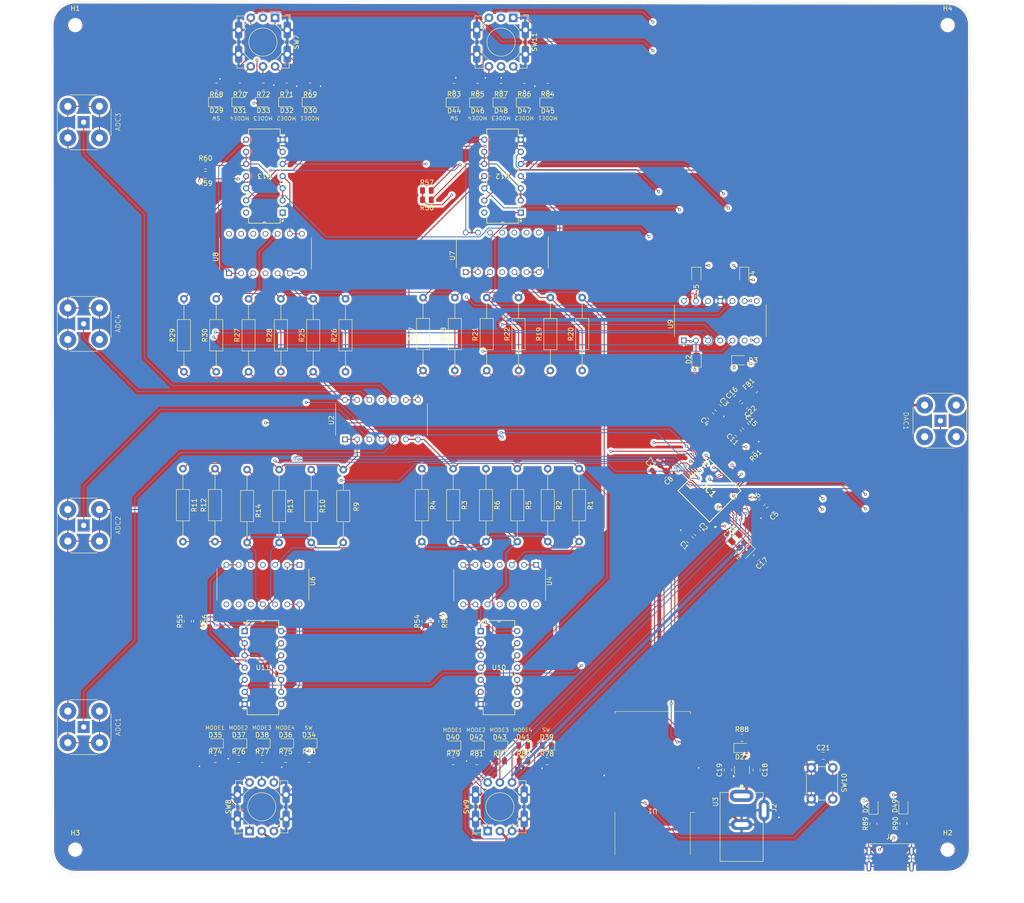
<source format=kicad_pcb>
(kicad_pcb (version 20241229) (generator "pcbnew") (generator_version "9.0")
  (layers (0 "F.Cu" signal) (4 "In1.Cu" power) (6 "In2.Cu" mixed) (2 "B.Cu" signal) (13 "F.Paste" user) (15 "B.Paste" user) (5 "F.SilkS" user "F.Silkscreen") (7 "B.SilkS" user "B.Silkscreen") (1 "F.Mask" user) (3 "B.Mask" user) (25 "Edge.Cuts" user))
  (net 0 "")
  (net 1 "/ADC1_RAW")
  (net 2 "GND")
  (net 3 "/ADC2_RAW")
  (net 4 "/ADC3_RAW")
  (net 5 "/ADC4_RAW")
  (net 6 "Net-(U4A-+)")
  (net 7 "+3.3V")
  (net 8 "/~{RESET}")
  (net 9 "/OSC_OUT")
  (net 10 "/OSC_IN")
  (net 11 "/UART_TX")
  (net 12 "/UART_RX")
  (net 13 "Net-(IC1-VDDA)")
  (net 14 "Net-(C16-Pad2)")
  (net 15 "+5V")
  (net 16 "/D-")
  (net 18 "/D+")
  (net 36 "/SWDIO")
  (net 40 "/SWCLK")
  (net 44 "Net-(D2-K)")
  (net 45 "Net-(D3-K)")
  (net 46 "Net-(D4-K)")
  (net 47 "Net-(D5-K)")
  (net 48 "/ADC2_MOD1_IND")
  (net 49 "/ADC2_MOD4_IND")
  (net 50 "/ADC2_MOD2_IND")
  (net 54 "/DAC_OUT")
  (net 60 "/ADC2_MOD3_IND")
  (net 61 "/ADC3_BUFFER")
  (net 62 "/ADC4_BUFFER")
  (net 63 "/ADC2_BUFFER")
  (net 64 "/ADC1_BUFFER")
  (net 65 "/ADC4_IN5")
  (net 66 "/ADC1_IN3")
  (net 67 "/ADC2_IN3")
  (net 68 "/ADC3_IN1")
  (net 69 "/ADC3_MOD1_IND")
  (net 70 "/ADC1_MOD3")
  (net 71 "/ADC1_MOD1")
  (net 72 "/ADC1_MOD2")
  (net 73 "/ADC3_MOD4_IND")
  (net 74 "/ADC3_MOD2_IND")
  (net 75 "/ADC3_MOD3_IND")
  (net 76 "Net-(U6A-+)")
  (net 77 "Net-(U6B-+)")
  (net 78 "Net-(U6D-+)")
  (net 79 "/ADC2_MOD1")
  (net 80 "/ADC2_MOD3")
  (net 81 "/ADC4_MOD1_IND")
  (net 82 "/ADC4_MOD4_IND")
  (net 83 "/ADC4_MOD2_IND")
  (net 84 "/ADC4_MOD3_IND")
  (net 85 "Net-(U7A-+)")
  (net 86 "Net-(U7B-+)")
  (net 87 "Net-(U7D-+)")
  (net 88 "Net-(U8A-+)")
  (net 89 "Net-(U8B-+)")
  (net 90 "Net-(U8C-+)")
  (net 91 "/ADC3_MOD2")
  (net 92 "/ADC3_MOD1")
  (net 93 "/ADC3_MOD3")
  (net 94 "/ADC4_MOD3")
  (net 95 "/ADC4_MOD2")
  (net 96 "/ADC4_MOD1")
  (net 98 "Net-(U4B-+)")
  (net 99 "Net-(U4C-+)")
  (net 100 "/ADC1_MOD1_IND")
  (net 101 "/ADC1_MOD2_IND")
  (net 102 "/ADC1_MOD3_IND")
  (net 103 "/ADC1_MOD4_IND")
  (net 104 "/ADC2_MOD2")
  (net 105 "Net-(J1-VBUS-PadA4)")
  (net 106 "Net-(U9B-+)")
  (net 107 "/ADC1_SCALE")
  (net 108 "Net-(U9C-+)")
  (net 109 "/ADC2_SCALE")
  (net 110 "Net-(U9D-+)")
  (net 111 "/ADC3_SCALE")
  (net 112 "/ADC4_SCALE")
  (net 113 "/ADC4_IDLE_IND")
  (net 114 "Net-(D29-K)")
  (net 115 "Net-(D30-K)")
  (net 116 "Net-(D31-K)")
  (net 117 "Net-(D32-K)")
  (net 118 "Net-(D33-K)")
  (net 119 "Net-(D34-K)")
  (net 120 "/ADC2_IDLE_IND")
  (net 121 "Net-(D35-K)")
  (net 122 "Net-(D36-K)")
  (net 123 "Net-(D37-K)")
  (net 124 "Net-(D38-K)")
  (net 125 "Net-(D39-K)")
  (net 126 "/ADC1_IDLE_IND")
  (net 127 "Net-(D40-K)")
  (net 128 "Net-(D41-K)")
  (net 129 "Net-(D42-K)")
  (net 130 "Net-(D43-K)")
  (net 131 "Net-(D44-K)")
  (net 132 "/ADC3_IDLE_IND")
  (net 133 "Net-(D45-K)")
  (net 134 "Net-(D46-K)")
  (net 135 "Net-(D47-K)")
  (net 136 "Net-(D48-K)")
  (net 137 "Net-(D22-K)")
  (net 140 "/TX_IND")
  (net 141 "Net-(D23-K)")
  (net 142 "Net-(D49-K)")
  (net 143 "/RX_IND")
  (net 144 "AGND")
  (net 145 "Net-(U9A-+)")
  (footprint "Diode_SMD:D_0805_2012Metric" (layer "F.Cu") (at 255.3381 142.6759)
    (property "Reference" "D3")
    (property "Value" "D")
  )
  (footprint "Resistor_SMD:R_0805_2012Metric" (layer "F.Cu") (at 160.4725 225.9667)
    (property "Reference" "R75")
    (property "Value" "100K")
  )
  (footprint "Resistor_THT:R_Axial_DIN0207_L6.3mm_D2.5mm_P15.24mm_Horizontal" (layer "F.Cu") (at 222.4275 144.8367 90)
    (property "Reference" "R20")
    (property "Value" "330K")
  )
  (footprint "Resistor_THT:R_Axial_DIN0207_L6.3mm_D2.5mm_P15.24mm_Horizontal" (layer "F.Cu") (at 189.1775 144.8367 90)
    (property "Reference" "R17")
    (property "Value" "500K")
  )
  (footprint "Resistor_SMD:R_0805_2012Metric" (layer "F.Cu") (at 146.0188 85.5067 180)
    (property "Reference" "R68")
    (property "Value" "100K")
  )
  (footprint "Resistor_THT:R_Axial_DIN0207_L6.3mm_D2.5mm_P15.24mm_Horizontal" (layer "F.Cu") (at 139.0175 165.336 -90)
    (property "Reference" "R11")
    (property "Value" "1M")
  )
  (footprint "Resistor_SMD:R_0805_2012Metric" (layer "F.Cu") (at 195.4888 226.4267)
    (property "Reference" "R79")
    (property "Value" "100K")
  )
  (footprint "Resistor_THT:R_Axial_DIN0207_L6.3mm_D2.5mm_P15.24mm_Horizontal" (layer "F.Cu") (at 159.4775 145.0867 90)
    (property "Reference" "R28")
    (property "Value" "330K")
  )
  (footprint "LED_SMD:LED_0805_2012Metric" (layer "F.Cu") (at 200.5813 88.8264)
    (property "Reference" "D46")
    (property "Value" "LED")
  )
  (footprint "Resistor_THT:R_Axial_DIN0207_L6.3mm_D2.5mm_P15.24mm_Horizontal" (layer "F.Cu") (at 159.116 165.526 -90)
    (property "Reference" "R13")
    (property "Value" "250K")
  )
  (footprint "Resistor_THT:R_Axial_DIN0207_L6.3mm_D2.5mm_P15.24mm_Horizontal" (layer "F.Cu") (at 209.1275 144.8367 90)
    (property "Reference" "R22")
    (property "Value" "110K")
  )
  (footprint "5415025-2:CONN BNC JACK RA 50 OHM PCB" (layer "F.Cu") (at 118.2775 177.1867 90)
    (property "Reference" "ADC2")
    (property "Value" "Conn_Coaxial" (hide yes))
  )
  (footprint "Crystal:Crystal_SMD_2520-4Pin_2.5x2.0mm" (layer "F.Cu") (at 256.3987 181.937 135)
    (property "Reference" "Y1")
    (property "Value" "16MHz")
  )
  (footprint "LM324N_NOPB:DIP825W47P254L1917H533Q14" (layer "F.Cu") (at 251.275 134.425 90)
    (property "Reference" "U9")
    (property "Value" "LM324")
  )
  (footprint "Button_Switch_THT:SW_NKK_NR01" (layer "F.Cu") (at 202.6875 241.0467 90)
    (property "Reference" "SW9")
    (property "Value" "SW_SP5T_NR01105")
  )
  (footprint "Resistor_SMD:R_0805_2012Metric" (layer "F.Cu") (at 215.2307 85.5764 180)
    (property "Reference" "R84")
    (property "Value" "100K")
  )
  (footprint "Diode_SMD:D_0805_2012Metric" (layer "F.Cu") (at 246.3225 142.5117 90)
    (property "Reference" "D2")
    (property "Value" "D")
  )
  (footprint "LED_SMD:LED_0805_2012Metric" (layer "F.Cu") (at 215.0138 223.1767 180)
    (property "Reference" "D39")
    (property "Value" "RED")
  )
  (footprint "Resistor_SMD:R_0805_2012Metric" (layer "F.Cu") (at 155.825 85.5067 180)
    (property "Reference" "R72")
    (property "Value" "100K")
  )
  (footprint "LED_SMD:LED_0805_2012Metric" (layer "F.Cu") (at 283.275 235.85 90)
    (property "Reference" "D23")
    (property "Value" "RED")
  )
  (footprint "Diode_SMD:D_0805_2012Metric" (layer "F.Cu") (at 256.2756 124.9259 -90)
    (property "Reference" "D4")
    (property "Value" "D")
  )
  (footprint "Resistor_SMD:R_0805_2012Metric" (layer "F.Cu") (at 215.0763 226.4267)
    (property "Reference" "R78")
    (property "Value" "100K")
  )
  (footprint "Capacitor_SMD:C_0805_2012Metric" (layer "F.Cu") (at 250.8158 152.6415 135)
    (property "Reference" "C3")
    (property "Value" "4.7u")
  )
  (footprint "SN74HC4066N:N14" (layer "F.Cu") (at 159.5375 214.5067)
    (property "Reference" "U11")
    (property "Value" "SN74HC4066N")
  )
  (footprint "LED_SMD:LED_0805_2012Metric" (layer "F.Cu") (at 205.4844 88.8264)
    (property "Reference" "D48")
    (property "Value" "LED")
  )
  (footprint "Capacitor_SMD:C_0805_2012Metric_Pad1.18x1.45mm_HandSolder" (layer "F.Cu") (at 252.8505 228.2875 -90)
    (property "Reference" "C19")
    (property "Value" "1u")
  )
  (footprint "Resistor_SMD:R_0805_2012Metric" (layer "F.Cu") (at 189.7275 197.2167 90)
    (property "Reference" "R54")
    (property "Value" "100K")
  )
  (footprint "Capacitor_SMD:C_0805_2012Metric" (layer "F.Cu") (at 244.955 180.175 -45)
    (property "Reference" "C1")
    (property "Value" "4.7u")
  )
  (footprint "Resistor_SMD:R_0805_2012Metric" (layer "F.Cu") (at 257.525 161.425 -135)
    (property "Reference" "R91")
    (property "Value" "0")
  )
  (footprint "LM324N_NOPB:DIP825W47P254L1917H533Q14" (layer "F.Cu") (at 155.7275 189.551 -90)
    (property "Reference" "U6")
    (property "Value" "LM324")
  )
  (footprint "Resistor_SMD:R_0805_2012Metric" (layer "F.Cu") (at 143.7275 101.9667 180)
    (property "Reference" "R60")
    (property "Value" "100K")
  )
  (footprint "Capacitor_SMD:C_0805_2012Metric_Pad1.18x1.45mm_HandSolder" (layer "F.Cu") (at 254.8583 150.684 45)
    (property "Reference" "C16")
    (property "Value" "0.1")
  )
  (footprint "Resistor_THT:R_Axial_DIN0207_L6.3mm_D2.5mm_P15.24mm_Horizontal" (layer "F.Cu") (at 172.515 165.526 -90)
    (property "Reference" "R9")
    (property "Value" "500K")
  )
  (footprint "Resistor_THT:R_Axial_DIN0207_L6.3mm_D2.5mm_P15.24mm_Horizontal" (layer "F.Cu") (at 145.9775 145.0867 90)
    (property "Reference" "R30")
    (property "Value" "110K")
  )
  (footprint "LED_SMD:LED_0805_2012Metric" (layer "F.Cu") (at 165.3556 222.7167 180)
    (property "Reference" "D34")
    (property "Value" "RED")
  )
  (footprint "Capacitor_SMD:C_0805_2012Metric" (layer "F.Cu") (at 237.8449 165.187 -135)
    (property "Reference" "C7")
    (property "Value" "4.7u")
  )
  (footprint "SN74HC4066N:N14" (layer "F.Cu") (at 201.9775 96.5967 180)
    (property "Reference" "U12")
    (property "Value" "SN74HC4066N")
  )
  (footprint "Resistor_SMD:R_0805_2012Metric" (layer "F.Cu") (at 145.7631 225.9667)
    (property "Reference" "R74")
    (property "Value" "100K")
  )
  (footprint "Resistor_SMD:R_0805_2012Metric" (layer "F.Cu") (at 150.6662 225.9667)
    (property "Reference" "R76")
    (property "Value" "100K")
  )
  (footprint "Button_Switch_THT:SW_NKK_NR01" (layer "F.Cu") (at 152.9375 241.0467 90)
    (property "Reference" "SW8")
    (property "Value" "SW_SP5T_NR01105")
  )
  (footprint "Resistor_SMD:R_0805_2012Metric" (layer "F.Cu") (at 140.0275 197.2167 90)
    (property "Reference" "R55")
    (property "Value" "100K")
  )
  (footprint "SN74HC4066N:N14" (layer "F.Cu") (at 208.8475 214.5067)
    (property "Reference" "U10")
    (property "Value" "SN74HC4066N")
  )
  (footprint "Resistor_SMD:R_0805_2012Metric" (layer "F.Cu") (at 191.7275 197.2167 -90)
    (property "Reference" "R53")
    (property "Value" "100K")
  )
  (footprint "Resistor_SMD:R_0805_2012Metric" (layer "F.Cu") (at 289.525 239.45 90)
    (property "Reference" "R90")
    (property "Value" "100K")
  )
  (footprint "LED_SMD:LED_0805_2012Metric" (layer "F.Cu") (at 150.6862 222.7167 180)
    (property "Reference" "D37")
    (property "Value" "LED")
  )
  (footprint "Resistor_SMD:R_0805_2012Metric" (layer "F.Cu") (at 210.1794 226.4267)
    (property "Reference" "R80")
    (property "Value" "100K")
  )
  (footprint "Capacitor_SMD:C_0805_2012Metric_Pad1.18x1.45mm_HandSolder" (layer "F.Cu") (at 259.9559 172.3915 45)
    (property "Reference" "C6")
    (property "Value" "0.1u")
  )
  (footprint "PJ_202B:CUI_PJ-202B" (layer "F.Cu") (at 255.726 240.175 -90)
    (property "Reference" "J2")
    (property "Value" "PJ-202B")
  )
  (footprint "5415025-2:CONN BNC JACK RA 50 OHM PCB" (layer "F.Cu") (at 118.2775 92.9534 90)
    (property "Reference" "ADC3")
    (property "Value" "Conn_Coaxial" (hide yes))
  )
  (footprint "Button_Switch_THT:SW_NKK_NR01" (layer "F.Cu") (at 208.0175 71.1367 -90)
    (property "Reference" "SW11")
    (property "Value" "SW_SP5T_NR01105")
  )
  (footprint "Resistor_THT:R_Axial_DIN0207_L6.3mm_D2.5mm_P15.24mm_Horizontal" (layer "F.Cu") (at 202.4775 144.8367 90)
    (property "Reference" "R21")
    (property "Value" "250K")
  )
  (footprint "LED_SMD:LED_0805_2012Metric" (layer "F.Cu") (at 155.5494 222.7167 180)
    (property "Reference" "D38")
    (property "Value" "LED")
  )
  (footprint "Resistor_THT:R_Axial_DIN0207_L6.3mm_D2.5mm_P15.24mm_Horizontal" (layer "F.Cu") (at 166.2275 145.0867 90)
    (property "Reference" "R25")
    (property "Value" "500K")
  )
  (footprint "Resistor_SMD:R_0805_2012Metric" (layer "F.Cu") (at 205.4644 85.5764 180)
    (property "Reference" "R87")
    (property "Value" "100K")
  )
  (footprint "LED_SMD:LED_0805_2012Metric" (layer "F.Cu") (at 200.3044 223.1767 180)
    (property "Reference" "D42")
    (property "Value" "LED")
  )
  (footprint "LED_SMD:LED_0805_2012Metric" (layer "F.Cu") (at 160.4525 222.7167 180)
    (property "Reference" "D36")
    (property "Value" "LED")
  )
  (footprint "ST-Link_V3:STLink_V3MODS" (layer "F.Cu") (at 237.145 236.375 180)
    (property "Reference" "U1")
    (property "Value" "STLINK-V3MODS")
  )
  (footprint "5415025-2:CONN BNC JACK RA 50 OHM PCB" (layer "F.Cu") (at 297.2625 155.3321 -90)
    (property "Reference" "DAC1")
    (property "Value" "Conn_Coaxial" (hide yes))
  )
  (footprint "Resistor_SMD:R_0805_2012Metric" (layer "F.Cu") (at 165.5913 85.5067 180)
    (property "Reference" "R69")
    (property "Value" "100K")
  )
  (footprint "Resistor_THT:R_Axial_DIN0207_L6.3mm_D2.5mm_P15.24mm_Horizontal" (layer "F.Cu") (at 221.775 165.336 -90)
    (property "Reference" "R1")
    (property "Value" "500K")
  )
  (footprint "Resistor_THT:R_Axial_DIN0207_L6.3mm_D2.5mm_P15.24mm_Horizontal" (layer "F.Cu") (at 215.7775 144.8367 90)
    (property "Reference" "R19")
    (property "Value" "1M")
  )
  (footprint "LED_SMD:LED_0805_2012Metric" (layer "F.Cu") (at 215.2507 88.8264)
    (property "Reference" "D45")
    (property "Value" "LED")
  )
  (footprint "Resistor_THT:R_Axial_DIN0207_L6.3mm_D2.5mm_P15.24mm_Horizontal" (layer "F.Cu") (at 195.8275 144.8367 90)
    (property "Reference" "R18")
    (property "Value" "330K")
  )
  (footprint "Resistor_THT:R_Axial_DIN0207_L6.3mm_D2.5mm_P15.24mm_Horizontal" (layer "F.Cu") (at 165.8155 165.526 -90)
    (property "Reference" "R10")
    (property "Value" "330K")
  )
  (footprint "Capacitor_SMD:C_0805_2012Metric_Pad1.18x1.45mm_HandSolder" (layer "F.Cu") (at 256.5414 156.4414 -45)
    (property "Reference" "C15")
    (property "Value" "0.1u")
  )
  (footprint "Connector_USB:USB_C_Receptacle_Amphenol_124019772112A" (layer "F.Cu") (at 286.775 248.2425)
    (property "Reference" "J1")
    (property "Value" "USB_C_Receptacle_USB2.0_16P")
  )
  (footprint "Button_Switch_THT:SW_NKK_NR01" (layer "F.Cu") (at 158.2675 71.1367 -90)
    (property "Reference" "SW7")
    (property "Value" "SW_SP5T_NR01105")
  )
  (footprint "Package_TO_SOT_SMD:SOT-23-5" (layer "F.Cu") (at 255.8005 228.2875 90)
    (property "Reference" "U3")
    (property "Value" "AP2112K-3.3")
  )
  (footprint "LED_SMD:LED_0805_2012Metric" (layer "F.Cu") (at 155.845 88.7567)
    (property "Reference" "D33")
    (property "Value" "LED")
  )
  (footprint "Resistor_SMD:R_0805_2012Metric" (layer "F.Cu") (at 189.9775 107.2167)
    (property "Reference" "R57")
    (property "Value" "100K")
  )
  (footprint "LED_SMD:LED_0805_2012Metric" (layer "F.Cu") (at 146.0388 88.7567)
    (property "Reference" "D29")
    (property "Value" "RED")
  )
  (footprint "Resistor_THT:R_Axial_DIN0207_L6.3mm_D2.5mm_P15.24mm_Horizontal" (layer "F.Cu") (at 195.475 165.336 -90)
    (property "Reference" "R3")
    (property "Value" "1M")
  )
  (footprint "5415025-2:CONN BNC JACK RA 50 OHM PCB" (layer "F.Cu") (at 118.2775 135.0701 90)
    (property "Reference" "ADC4")
    (property "Value" "Conn_Coaxial" (hide yes))
  )
  (footprint "MountingHole:MountingHole_2.5mm" (layer "F.Cu") (at 298.775 72.675)
    (property "Reference" "H4")
    (property "Value" "MountingHole")
  )
  (footprint "SN74HC4066N:N14" (layer "F.Cu") (at 152.2275 96.5967 180)
    (property "Reference" "U13")
    (property "Value" "SN74HC4066N")
  )
  (footprint "Capacitor_SMD:C_0805_2012Metric_Pad1.18x1.45mm_HandSolder" (layer "F.Cu") (at 258.775 183.925 -135)
    (property "Reference" "C17")
    (property "Value" "12p")
  )
  (footprint "LED_SMD:LED_0805_2012Metric" (layer "F.Cu") (at 145.7831 222.7167 180)
    (property "Reference" "D35")
    (property "Value" "LED")
  )
  (footprint "LM324N_NOPB:DIP825W47P254L1917H533Q14" (layer "F.Cu") (at 180.5 155.0883 90)
    (property "Reference" "U2")
    (property "Value" "LM324")
  )
  (footprint "Capacitor_SMD:C_0805_2012Metric_Pad1.18x1.45mm_HandSolder" (layer "F.Cu") (at 256.3583 152.184 45)
    (property "Reference" "C22")
    (property "Value" "0.1u")
  )
  (footprint "Capacitor_SMD:C_0805_2012Metric_Pad1.18x1.45mm_HandSolder" (layer "F.Cu") (at 258.8505 228.2875 90)
    (property "Reference" "C18")
    (property "Value" "1u")
  )
  (footprint "Resistor_SMD:R_0805_2012Metric" (layer "F.Cu") (at 255.8005 221.5625 180)
    (property "Reference" "R88")
    (property "Value" "100K")
  )
  (footprint "Resistor_SMD:R_0805_2012Metric" (layer "F.Cu") (at 205.2825 226.4267)
    (property "Reference" "R82")
    (property "Value" "100K")
  )
  (footprint "Capacitor_SMD:C_0805_2012Metric" (layer "F.Cu") (at 261.6277 173.9534 45)
    (property "Reference" "C5")
    (property "Value" "4.7u")
  )
  (footprint "LED_SMD:LED_0805_2012Metric" (layer "F.Cu") (at 150.9419 88.7567)
    (property "Reference" "D31")
    (property "Value" "LED")
  )
  (footprint "Resistor_SMD:R_0805_2012Metric" (layer "F.Cu") (at 283.275 239.5125 90)
    (property "Reference" "R89")
    (property "Value" "100K")
  )
  (footprint "Diode_SMD:D_0805_2012Metric" (layer "F.Cu") (at 246.2756 124.9259 -90)
    (property "Reference" "D5")
    (property "Value" "D")
  )
  (footprint "LED_SMD:LED_0805_2012Metric" (layer "F.Cu") (at 195.4013 223.1767 180)
    (property "Reference" "D40")
    (property "Value" "LED")
  )
  (footprint "LM324N_NOPB:DIP825W47P254L1917H533Q14" (layer "F.Cu") (at 156.2625 120.3867 90)
    (property "Reference" "U8")
    (property "Value" "LM324")
  )
  (footprint "Resistor_SMD:R_0805_2012Metric" (layer "F.Cu") (at 200.3857 226.4267)
    (property "Reference" "R81")
    (property "Value" "100K")
  )
  (footprint "Resistor_THT:R_Axial_DIN0207_L6.3mm_D2.5mm_P15.24mm_Horizontal" (layer "F.Cu") (at 202.325 165.336 -90)
    (property "Reference" "R6")
    (property "Value" "110K")
  )
  (footprint "Capacitor_SMD:C_0805_2012Metric_Pad1.18x1.45mm_HandSolder" (layer "F.Cu") (at 255.0414 157.9414 -45)
    (property "Reference" "C11")
    (property "Value" "0.1u")
  )
  (footprint "LED_SMD:LED_0805_2012Metric" (layer "F.Cu") (at 160.7081 88.7567)
    (property "Reference" "D32")
    (property "Value" "LED")
  )
  (footprint "Button_Switch_THT:SW_PUSH_6mm" (layer "F.Cu") (at 270.275 234.315 90)
    (property "Reference" "SW10")
    (property "Value" "Tactile_6mm")
  )
  (footprint "Resistor_THT:R_Axial_DIN0207_L6.3mm_D2.5mm_P15.24mm_Horizontal" (layer "F.Cu") (at 145.717 180.576 90)
    (property "Reference" "R12")
    (property "Value" "330K")
  )
  (footprint "Capacitor_SMD:C_0805_2012Metric_Pad1.18x1.45mm_HandSolder" (layer "F.Cu") (at 254.4172 179.812 45)
    (property "Reference" "C20")
    (property "Value" "12p")
  )
  (footprint "Resistor_SMD:R_0805_2012Metric" (layer "F.Cu") (at 143.7275 103.9667)
    (property "Reference" "R59")
    (property "Value" "100K")
  )
  (footprint "LED_SMD:LED_0805_2012Metric" (layer "F.Cu") (at 195.6782 88.8264)
    (property "Reference" "D44")
    (property "Value" "RED")
  )
  (footprint "LED_SMD:LED_0805_2012Metric" (layer "F.Cu") (at 289.525 235.7875 90)
    (property "Reference" "D49")
    (property "Value" "GREEN")
  )
  (footprint "Capacitor_SMD:C_0805_2012Metric" (layer "F.Cu") (at 258.3941 148.8371 45)
    (property "Reference" "FB1")
    (property "Value" "FerriteBead")
  )
  (footprint "5415025-2:CONN BNC JACK RA 50 OHM PCB" (layer "F.Cu") (at 118.2775 219.3034 90)
    (property "Reference" "ADC1")
    (property "Value" "Conn_Coaxial" (hide yes))
  )
  (footprint "Resistor_SMD:R_0805_2012Metric" (layer "F.Cu") (at 160.6881 85.5067 180)
    (property "Reference" "R71")
    (property "Value" "100K")
  )
  (footprint "LED_SMD:LED_0805_2012Metric" (layer "F.Cu") (at 210.3476 88.8264)
    (property "Reference" "D47")
    (property "Value" "LED")
  )
  (footprint "LED_SMD:LED_0805_2012Metric" (layer "F.Cu") (at 165.6113 88.7567)
    (property "Reference" "D30")
    (property "Value" "LED")
  )
  (footprint "Resistor_SMD:R_0805_2012Metric" (layer "F.Cu") (at 155.5694 225.9667)
    (property "Reference" "R77")
    (property "Value" "100K")
  )
  (footprint "LED_SMD:LED_0805_2012Metric" (layer "F.Cu") (at 205.2075 223.1767 180)
    (property "Reference" "D43")
    (property "Value" "LED")
  )
  (footprint "Resistor_SMD:R_0805_2012Metric" (layer "F.Cu") (at 150.9219 85.5067 180)
    (property "Reference" "R70")
    (property "Value" "100K")
  )
  (footprint "LM324N_NOPB:DIP825W47P254L1917H533Q14" (layer "F.Cu") (at 205.185 189.551 -90)
    (property "Reference" "U4")
    (property "Value" "LM324")
  )
  (footprint "Resistor_SMD:R_0805_2012Metric" (layer "F.Cu") (at 195.6582 85.5764 180)
    (property "Reference" "R83")
    (property "Value" "100K")
  )
  (footprint "Capacitor_SMD:C_0805_2012Metric_Pad1.18x1.45mm_HandSolder" (layer "F.Cu") (at 272.775 225.315)
    (property "Reference" "C21")
    (property "Value" "0.1u")
  )
  (footprint "LED_SMD:LED_0805_2012Metric" (layer "F.Cu") (at 255.8005 223.675)
    (property "Reference" "D22")
    (property "Value" "LED")
  )
  (footprint "Resistor_SMD:R_0805_2012Metric" (layer "F.Cu") (at 141.9775 197.2167 -90)
    (property "Reference" "R56")
    (property "Value" "100K")
  )
  (footprint "Resistor_SMD:R_0805_2012Metric" (layer "F.Cu") (at 189.9775 109.1667 180)
    (property "Reference" "R58")
    (property "Value" "100K")
  )
  (footprint "Resistor_THT:R_Axial_DIN0207_L6.3mm_D2.5mm_P15.24mm_Horizontal" (layer "F.Cu") (at 152.4165 165.526 -90)
    (property "Reference" "R14")
    (property "Value" "110K")
  )
  (footprint "Resistor_SMD:R_0805_2012Metric" (layer "F.Cu") (at 165.3756 225.9667)
    (property "Reference" "R73")
    (property "Value" "100K")
  )
  (footprint "MountingHole:MountingHole_2.5mm" (layer "F.Cu") (at 298.775 244.925)
    (property "Reference" "H2")
    (property "Value" "MountingHole")
  )
  (footprint "MountingHole:MountingHole_2.5mm" (layer "F.Cu") (at 116.525 72.675)
    (property "Reference" "H1")
    (property "Value" "MountingHole")
  )
  (footprint "LM324N_NOPB:DIP825W47P254L1917H533Q14" (layer "F.Cu") (at 205.7275 120.1367 90)
    (property "Reference" "U7")
    (property "Value" "LM324")
  )
  (footprint "MountingHole:MountingHole_2.5mm" (layer "F.Cu") (at 116.525 244.925)
    (property "Reference" "H3")
    (property "Value" "MountingHole")
  )
  (footprint "LED_SMD:LED_0805_2012Metric" (layer "F.Cu") (at 210.1107 223.1767 180)
    (property "Reference" "D41")
    (property "Value" "LED")
  )
  (footprint "Resistor_THT:R_Axial_DIN0207_L6.3mm_D2.5mm_P15.24mm_Horizontal" (layer "F.Cu") (at 215.225 165.336 -90)
    (property "Reference" "R2")
    (property "Value" "330K")
  )
  (footprint "Resistor_SMD:R_0805_2012Metric" (layer "F.Cu") (at 200.5613 85.5764 180)
    (property "Reference" "R85")
    (property "Value" "100K")
  )
  (footprint "Capacitor_SMD:C_0805_2012Metric_Pad1.18x1.45mm_HandSolder" (layer "F.Cu") (at 246.525 178.675 -46)
    (property "Reference" "C2")
    (property "Value" "0.1u")
  )
  (footprint "Resistor_THT:R_Axial_DIN0207_L6.3mm_D2.5mm_P15.24mm_Horizontal" (layer "F.Cu") (at 188.925 165.336 -90)
    (property "Reference" "R4")
    (property "Value" "330K")
  )
  (footprint "Capacitor_SMD:C_0805_2012Metric_Pad1.18x1.45mm_HandSolder" (layer "F.Cu") (at 249.2376 154.3133 135)
    (property "Reference" "C4")
    (property "Value" "0.1u")
  )
  (footprint "Resistor_THT:R_Axial_DIN0207_L6.3mm_D2.5mm_P15.24mm_Horizontal" (layer "F.Cu") (at 139.2275 145.0867 90)
    (property "Reference" "R29")
    (property "Value" "250K")
  )
  (footprint "Resistor_SMD:R_0805_2012Metric" (layer "F.Cu") (at 210.3276 85.5764 180)
    (property "Reference" "R86")
    (property "Value" "100K")
  )
  (footprint "Resistor_THT:R_Axial_DIN0207_L6.3mm_D2.5mm_P15.24mm_Horizontal" (layer "F.Cu") (at 208.875 165.336 -90)
    (property "Reference" "R5")
    (property "Value" "250K")
  )
  (footprint "Resistor_THT:R_Axial_DIN0207_L6.3mm_D2.5mm_P15.24mm_Horizontal" (layer "F.Cu") (at 172.9775 145.0867 90)
    (property "Reference" "R26")
    (property "Value" "330K")
  )
  (footprint "Resistor_THT:R_Axial_DIN0207_L6.3mm_D2.5mm_P15.24mm_Horizontal" (layer "F.Cu") (at 152.7275 145.0867 90)
    (property "Reference" "R27")
    (property "Value" "1M")
  )
  (footprint "Capacitor_SMD:C_0805_2012Metric_Pad1.18x1.45mm_HandSolder" (layer "F.Cu") (at 239.2949 166.687 -135)
    (property "Reference" "C8")
    (property "Value" "0.1u")
  )
  (footprint "STM32G474RET6:QFP50P1200X1200X160-64N" (layer "F.Cu") (at 249.025 169.925 135)
    (property "Reference" "IC1")
    (property "Value" "STM32G474RET6" (hide yes))
  )
  (gr_arc (start 303.6675 244.925) (mid 302.23452 248.38452) (end 298.775 249.8175) (stroke (width 0.05)) (layer "Edge.Cuts"))
  (gr_line (start 281.025 249.8175) (end 298.775 249.8175) (stroke (width 0.05)) (layer "Edge.Cuts"))
  (gr_arc (start 116.525 249.8175) (mid 113.06548 248.38452) (end 111.6325 244.925) (stroke (width 0.05)) (layer "Edge.Cuts"))
  (gr_line (start 281.025 249.8175) (end 116.525 249.8175) (stroke (width 0.05)) (layer "Edge.Cuts"))
  (gr_arc (start 298.775 67.925) (mid 302.133757 69.316243) (end 303.525 72.675) (stroke (width 0.05)) (layer "Edge.Cuts"))
  (gr_line (start 303.6675 244.925) (end 303.525 72.675) (stroke (width 0.05)) (layer "Edge.Cuts"))
  (gr_arc (start 111.525 72.675) (mid 112.989466 69.139466) (end 116.525 67.675) (stroke (width 0.05)) (layer "Edge.Cuts"))
  (gr_line (start 111.6325 244.925) (end 111.525 72.675) (stroke (width 0.05)) (layer "Edge.Cuts"))
  (gr_line (start 298.775 67.925) (end 116.525 67.675) (stroke (width 0.05)) (layer "Edge.Cuts"))
  (gr_text "MODE2" (at 148.523447 219.94642 0) (layer "F.SilkS") (effects (font (size 0.8 0.8) (thickness 0.1)) (justify left bottom)))
  (gr_text "MODE3" (at 207.553448 91.59672 180) (layer "F.SilkS") (effects (font (size 0.8 0.8) (thickness 0.1)) (justify left bottom)))
  (gr_text "SW" (at 196.566295 91.59672 180) (layer "F.SilkS") (effects (font (size 0.8 0.8) (thickness 0.1)) (justify left bottom)))
  (gr_text "MODE4" (at 202.650348 91.59672 180) (layer "F.SilkS") (effects (font (size 0.8 0.8) (thickness 0.1)) (justify left bottom)))
  (gr_text "MODE3" (at 203.010447 220.40642 0) (layer "F.SilkS") (effects (font (size 0.8 0.8) (thickness 0.1)) (justify left bottom)))
  (gr_text "SW" (at 146.8562 91.64752 180) (layer "F.SilkS") (effects (font (size 0.8 0.8) (thickness 0.1)) (justify left bottom)))
  (gr_text "MODE1" (at 143.620347 219.94642 0) (layer "F.SilkS") (effects (font (size 0.8 0.8) (thickness 0.1)) (justify left bottom)))
  (gr_text "MODE4" (at 152.940253 91.64752 180) (layer "F.SilkS") (effects (font (size 0.8 0.8) (thickness 0.1)) (justify left bottom)))
  (gr_text "MODE4" (at 207.913547 220.40642 0) (layer "F.SilkS") (effects (font (size 0.8 0.8) (thickness 0.1)) (justify left bottom)))
  (gr_text "MODE1" (at 167.609653 91.64752 180) (layer "F.SilkS") (effects (font (size 0.8 0.8) (thickness 0.1)) (justify left bottom)))
  (gr_text "MODE1" (at 217.319748 91.59672 180) (layer "F.SilkS") (effects (font (size 0.8 0.8) (thickness 0.1)) (justify left bottom)))
  (gr_text "MODE2" (at 198.147247 220.40642 0) (layer "F.SilkS") (effects (font (size 0.8 0.8) (thickness 0.1)) (justify left bottom)))
  (gr_text "MODE3" (at 157.843353 91.64752 180) (layer "F.SilkS") (effects (font (size 0.8 0.8) (thickness 0.1)) (justify left bottom)))
  (gr_text "MODE4" (at 158.289747 219.94642 0) (layer "F.SilkS") (effects (font (size 0.8 0.8) (thickness 0.1)) (justify left bottom)))
  (gr_text "MODE1" (at 193.244147 220.40642 0) (layer "F.SilkS") (effects (font (size 0.8 0.8) (thickness 0.1)) (justify left bottom)))
  (gr_text "MODE2" (at 212.416648 91.59672 180) (layer "F.SilkS") (effects (font (size 0.8 0.8) (thickness 0.1)) (justify left bottom)))
  (gr_text "MODE3" (at 153.386647 219.94642 0) (layer "F.SilkS") (effects (font (size 0.8 0.8) (thickness 0.1)) (justify left bottom)))
  (gr_text "MODE2" (at 162.706553 91.64752 180) (layer "F.SilkS") (effects (font (size 0.8 0.8) (thickness 0.1)) (justify left bottom)))
  (gr_text "SW" (at 164.3738 219.94642 0) (layer "F.SilkS") (effects (font (size 0.8 0.8) (thickness 0.1)) (justify left bottom)))
  (gr_text "SW" (at 213.9976 220.40642 0) (layer "F.SilkS") (effects (font (size 0.8 0.8) (thickness 0.1)) (justify left bottom)))
  (segment (start 180.978 161.967) (end 138.478 161.967) (width 0.2) (layer "B.Cu") (net 1))
  (segment (start 128.978 201.217) (end 118.278 211.917) (width 0.2) (layer "B.Cu") (net 1))
  (segment (start 183.04 159.904) (end 180.978 161.967) (width 0.2) (layer "B.Cu") (net 1))
  (segment (start 118.278 211.917) (end 118.278 219.303) (width 0.2) (layer "B.Cu") (net 1))
  (segment (start 183.04 159.216) (end 183.04 159.904) (width 0.2) (layer "B.Cu") (net 1))
  (segment (start 138.478 161.967) (end 128.978 171.467) (width 0.2) (layer "B.Cu") (net 1))
  (segment (start 118.2775 219.3034) (end 118.2776 219.3034) (width 0.2) (layer "B.Cu") (net 1))
  (segment (start 128.978 171.467) (end 128.978 201.217) (width 0.2) (layer "B.Cu") (net 1))
  (segment (start 118.2776 219.3034) (end 118.278 219.303) (width 0.2) (layer "B.Cu") (net 1))
  (segment (start 183.04 159.2158) (end 183.04 159.216) (width 0.2) (layer "B.Cu") (net 1))
  (segment (start 283.725 245.0425) (end 283.725 246.242) (width 0.2) (layer "F.Cu") (net 2))
  (segment (start 198.275 226.425) (end 199.4715 226.425) (width 0.2) (layer "F.Cu") (net 2))
  (segment (start 283.275 240.425) (end 282.275 241.425) (width 0.2) (layer "F.Cu") (net 2))
  (segment (start 256.522 183.1017) (end 256.522 183.051) (width 0.2) (layer "F.Cu") (net 2))
  (segment (start 251.0715 163.2825) (end 251.0713 163.2825) (width 0.2) (layer "F.Cu") (net 2))
  (segment (start 251.359 162.995) (end 251.359 156.435) (width 0.2) (layer "F.Cu") (net 2))
  (segment (start 258.041 184.659) (end 257.2815 183.8995) (width 0.2) (layer "F.Cu") (net 2))
  (segment (start 256.522 183.051) (end 256.451 182.98) (width 0.2) (layer "F.Cu") (net 2))
  (segment (start 246.7352 227.8131) (end 246.4071 227.485) (width 0.2) (layer "F.Cu") (net 2))
  (segment (start 271.738 225.315) (end 271.738 225.728) (width 0.2) (layer "F.Cu") (net 2))
  (segment (start 256.77 173.074) (end 259.171 173.074) (width 0.2) (layer "F.Cu") (net 2))
  (segment (start 201.4738 84.4145) (end 201.4738 85.5764) (width 0.2) (layer "F.Cu") (net 2))
  (segment (start 283.775 246.292) (end 283.775 246.2925) (width 0.2) (layer "F.Cu") (net 2))
  (segment (start 291.225 245.218) (end 291.05 245.042) (width 0.2) (layer "F.Cu") (net 2))
  (segment (start 252.025 153.851) (end 251.488 153.313) (width 0.2) (layer "F.Cu") (net 2))
  (segment (start 252.025 154.425) (end 252.025 153.851) (width 0.2) (layer "F.Cu") (net 2))
  (segment (start 256.075 172.379) (end 256.77 173.074) (width 0.2) (layer "F.Cu") (net 2))
  (segment (start 227.025 229.425) (end 228.0733 229.425) (width 0.2) (layer "F.Cu") (net 2))
  (segment (start 154.321 224.198) (end 154.6569 224.5339) (width 0.2) (layer "F.Cu") (net 2))
  (segment (start 270.275 234.315) (end 276.385 240.425) (width 0.2) (layer "F.Cu") (net 2))
  (segment (start 283.2255 245.042) (end 283.225 245.0425) (width 0.2) (layer "F.Cu") (net 2))
  (segment (start 259.171 173.074) (end 259.9465 173.8495) (width 0.2) (layer "F.Cu") (net 2))
  (segment (start 246.7352 230.2068) (end 245.647 231.295) (width 0.2) (layer "F.Cu") (net 2))
  (segment (start 249.9712 154.9387) (end 249.9712 155.0469) (width 0.2) (layer "F.Cu") (net 2))
  (segment (start 271.738 225.728) (end 271.738 226.352) (width 0.2) (layer "F.Cu") (net 2))
  (segment (start 255.7129 179.6405) (end 255.1508 179.0784) (width 0.2) (layer "F.Cu") (net 2))
  (segment (start 255.8 229.1415) (end 255.8005 229.142) (width 0.2) (layer "F.Cu") (net 2))
  (segment (start 252.85 229.325) (end 253.864 228.312) (width 0.5) (layer "F.Cu") (net 2))
  (segment (start 228.9 228.755) (end 228.9 229.4) (width 0.2) (layer "F.Cu") (net 2))
  (segment (start 228.0733 229.19) (end 228.0733 228.755) (width 0.2) (layer "F.Cu") (net 2))
  (segment (start 252.8125 229.3625) (end 252.775 229.4) (width 0.5) (layer "F.Cu") (net 2))
  (segment (start 256.5224 183.0507) (end 256.5223 183.0507) (width 0.2) (layer "F.Cu") (net 2))
  (segment (start 282.325 248.418) (end 291.225 248.418) (width 0.2) (layer "F.Cu") (net 2))
  (segment (start 214.025 226.5655) (end 214.1638 226.4267) (width 0.2) (layer "F.Cu") (net 2))
  (segment (start 238.8 164.798) (end 238.7995 164.798) (width 0.2) (layer "F.Cu") (net 2))
  (segment (start 245.804 177.929) (end 245.804 177.8355) (width 0.2) (layer "F.Cu") (net 2))
  (segment (start 228.9 228.755) (end 228.0733 228.755) (width 0.2) (layer "F.Cu") (net 2))
  (segment (start 283.725 245.042) (end 283.725 245.0425) (width 0.2) (layer "F.Cu") (net 2))
  (segment (start 142.479 227.5162) (end 144.0285 225.9667) (width 0.2) (layer "F.Cu") (net 2))
  (segment (start 194.5763 226.4267) (end 167.5575 226.4267) (width 0.2) (layer "F.Cu") (net 2))
  (segment (start 166.2403 227.7439) (end 164.4631 225.9667) (width 0.2) (layer "F.Cu") (net 2))
  (segment (start 249.971 154.83) (end 249.971 154.9385) (width 0.2) (layer "F.Cu") (net 2))
  (segment (start 289.8 245.067) (end 289.825 245.042) (width 0.2) (layer "F.Cu") (net 2))
  (segment (start 238.517 164.515) (end 238.8 164.798) (width 0.2) (layer "F.Cu") (net 2))
  (segment (start 256.347 228.312) (end 257.789 228.312) (width 0.5) (layer "F.Cu") (net 2))
  (segment (start 151.8344 86.1854) (end 151.8344 85.5067) (width 0.2) (layer "F.Cu") (net 2))
  (segment (start 251.488 153.313) (end 251.2047 153.5963) (width 0.2) (layer "F.Cu") (net 2))
  (segment (start 159.6682 227.6927) (end 159.6682 226.0749) (width 0.2) (layer "F.Cu") (net 2))
  (segment (start 203.275 226.425) (end 204.3683 226.425) (width 0.2) (layer "F.Cu") (net 2))
  (segment (start 159.6682 226.0749) (end 159.56 225.9667) (width 0.2) (layer "F.Cu") (net 2))
  (segment (start 238.8 164.798) (end 239.955 165.953) (width 0.2) (layer "F.Cu") (net 2))
  (segment (start 252.775 236.724) (end 255.726 239.675) (width 0.5) (layer "F.Cu") (net 2))
  (segment (start 283.725 246.242) (end 283.775 246.292) (width 0.2) (layer "F.Cu") (net 2))
  (segment (start 259.9465 173.8495) (end 260.722 174.625) (width 0.2) (layer "F.Cu") (net 2))
  (segment (start 249.971 155.047) (end 249.971 154.9385) (width 0.2) (layer "F.Cu") (net 2))
  (segment (start 271.7375 225.7275) (end 271.7375 225.315) (width 0.2) (layer "F.Cu") (net 2))
  (segment (start 256.275 180.203) (end 256.275 180.823) (width 0.2) (layer "F.Cu") (net 2))
  (segment (start 253.864 228.312) (end 255.349 228.312) (width 0.5) (layer "F.Cu") (net 2))
  (segment (start 257.3687 222.218) (end 257.3685 222.218) (width 0.2) (layer "F.Cu") (net 2))
  (segment (start 256.451 181) (end 256.275 180.823) (width 0.2) (layer "F.Cu") (net 2))
  (segment (start 152.4035 86.7545) (end 151.8344 86.1854) (width 0.2) (layer "F.Cu") (net 2))
  (segment (start 291.225 245.2175) (end 291.225 245.218) (width 0.2) (layer "F.Cu") (net 2))
  (segment (start 239.525 163.425) (end 239.525 163.507) (width 0.2) (layer "F.Cu") (net 2))
  (segment (start 158.0047 85.2197) (end 157.0245 85.2197) (width 0.2) (layer "F.Cu") (net 2))
  (segment (start 260.956 174.625) (end 260.6728 174.9082) (width 0.2) (layer "F.Cu") (net 2))
  (segment (start 209.2669 227.5089) (end 209.6674 227.9094) (width 0.2) (layer "F.Cu") (net 2))
  (segment (start 282.325 248.4175) (end 282.325 248.418) (width 0.2) (layer "F.Cu") (net 2))
  (segment (start 282.275 241.425) (end 282.275 245.168) (width 0.2) (layer "F.Cu") (net 2))
  (segment (start 252.8125 229.3625) (end 252.813 229.3625) (width 0.2) (layer "F.Cu") (net 2))
  (segment (start 167.5575 226.4267) (end 166.2403 227.7439) (width 0.2) (layer "F.Cu") (net 2))
  (segment (start 154.6569 224.5339) (end 154.6569 225.9667) (width 0.2) (layer "F.Cu") (net 2))
  (segment (start 240.0281 165.953) (end 240.0285 165.9534) (width 0.2) (layer "F.Cu") (net 2))
  (segment (start 239.955 165.953) (end 239.992 165.953) (width 0.2) (layer "F.Cu") (net 2))
  (segment (start 255.349 228.312) (end 255.8 228.763) (width 0.5) (layer "F.Cu") (net 2))
  (segment (start 244.283 179.45) (end 245.804 177.929) (width 0.2) (layer "F.Cu") (net 2))
  (segment (start 256.065 158.675) (end 258.17 160.78) (width 0.5) (layer "F.Cu") (net 2))
  (segment (start 249.971 154.9385) (end 249.9712 154.9387) (width 0.2) (layer "F.Cu") (net 2))
  (segment (start 251.4876 153.3134) (end 251.4876 153.3133) (width 0.2) (layer "F.Cu") (net 2))
  (segment (start 259.906 175.675) (end 259.775 175.675) (width 0.2) (layer "F.Cu") (net 2))
  (segment (start 291.225 242.125) (end 291.225 245.2175) (width 0.2) (layer "F.Cu") (net 2))
  (segment (start 255.4945 183.8081) (end 256.2009 183.1017) (width 0.2) (layer "F.Cu") (net 2))
  (segment (start 270.275 227.815) (end 270.275 234.315) (width 0.2) (layer "F.Cu") (net 2))
  (segment (start 228.0733 229.19) (end 228.0733 226.215) (width 0.2) (layer "F.Cu") (net 2))
  (segment (start 244.283 179.4765) (end 244.283 179.45) (width 0.2) (layer "F.Cu") (net 2))
  (segment (start 246.7352 227.8131) (end 246.7352 230.2068) (width 0.2) (layer "F.Cu") (net 2))
  (segment (start 291.05 245.042) (end 290.075 245.042) (width 0.2) (layer "F.Cu") (net 2))
  (segment (start 256.275 180.8233) (end 256.275 180.823) (width 0.2) (layer "F.Cu") (net 2))
  (segment (start 282.275 245.168) (end 282.325 245.218) (width 0.2) (layer "F.Cu") (net 2))
  (segment (start 252.775 229.4) (end 252.775 236.724) (width 0.5) (layer "F.Cu") (net 2))
  (segment (start 251.0715 163.2825) (end 251.359 162.995) (width 0.2) (layer "F.Cu") (net 2))
  (segment (start 255.775 158.675) (end 256.065 158.675) (width 0.5) (layer "F.Cu") (net 2))
  (segment (start 229.525 226.215) (end 228.0733 226.215) (width 0.2) (layer "F.Cu") (net 2))
  (segment (start 282.325 245.218) (end 282.5 245.042) (width 0.2) (layer "F.Cu") (net 2))
  (segment (start 166.2403 227.7439) (end 160.5575 233.4267) (width 0.2) (layer "F.Cu") (net 2))
  (segment (start 257.3685 222.218) (end 256.713 221.5625) (width 0.2) (layer "F.Cu") (net 2))
  (segment (start 255.8 229.1415) (end 255.8 228.858) (width 0.5) (layer "F.Cu") (net 2))
  (segment (start 209.2669 226.4267) (end 209.2669 227.5089) (width 0.2) (layer "F.Cu") (net 2))
  (segment (start 258.1702 160.7798) (end 258.17 160.78) (width 0.2) (layer "F.Cu") (net 2))
  (segment (start 228.0733 229.425) (end 228.0733 229.19) (width 0.2) (layer "F.Cu") (net 2))
  (segment (start 290.3245 245.042) (end 290.325 245.0425) (width 0.2) (layer "F.Cu") (net 2))
  (segment (start 260.6728 174.9082) (end 259.906 175.675) (width 0.2) (layer "F.Cu") (net 2))
  (segment (start 245.8043 177.8358) (end 245.8043 177.9287) (width 0.2) (layer "F.Cu") (net 2))
  (segment (start 257.2815 183.8995) (end 256.522 183.14) (width 0.2) (layer "F.Cu") (net 2))
  (segment (start 289.525 240.425) (end 291.225 242.125) (width 0.2) (layer "F.Cu") (net 2))
  (segment (start 228.9 229.4) (end 229.525 230.025) (width 0.2) (layer "F.Cu") (net 2))
  (segment (start 251.2047 153.5963) (end 251.4876 153.3134) (width 0.2) (layer "F.Cu") (net 2))
  (segment (start 269.71 227.25) (end 270.275 227.815) (width 0.2) (layer "F.Cu") (net 2))
  (segment (start 212.3736 85.5764) (end 212.525 85.425) (width 0.2) (layer "F.Cu") (net 2))
  (segment (start 283.338 240.362) (end 283.275 240.425) (width 0.2) (layer "F.Cu") (net 2))
  (segment (start 252.8125 229.3625) (end 252.85 229.325) (width 0.5) (layer "F.Cu") (net 2))
  (segment (start 245.647 231.295) (end 244.765 231.295) (width 0.2) (layer "F.Cu") (net 2))
  (segment (start 259.275 159.675) (end 258.1702 160.7798) (width 0.2) (layer "F.Cu") (net 2))
  (segment (start 255.3805 171.6845) (end 255.3805 171.6843) (width 0.2) (layer "F.Cu") (net 2))
  (segment (start 244.283 179.503) (end 243.025 178.245) (width 0.2) (layer "F.Cu") (net 2))
  (segment (start 255.8 228.763) (end 255.8 229.1415) (width 0.5) (layer "F.Cu") (net 2))
  (segment (start 251.359 156.435) (end 249.971 155.047) (width 0.2) (layer "F.Cu") (net 2))
  (segment (start 146.775 85.3504) (end 146.9313 85.5067) (width 0.2) (layer "F.Cu") (net 2))
  (segment (start 162.6933 85.5067) (end 162.775 85.425) (width 0.2) (layer "F.Cu") (net 2))
  (segment (start 202.2024 83.6859) (end 201.4738 84.4145) (width 0.2) (layer "F.Cu") (net 2))
  (segment (start 161.6006 85.5067) (end 162.6933 85.5067) (width 0.2) (layer "F.Cu") (net 2))
  (segment (start 258.85 227.25) (end 258.85 223.7) (width 0.2) (layer "F.Cu") (net 2))
  (segment (start 216.1432 86.9012) (end 216.1432 85.5764) (width 0.2) (layer "F.Cu") (net 2))
  (segment (start 146.775 83.925) (end 146.775 85.3504) (width 0.2) (layer "F.Cu") (net 2))
  (segment (start 242.3061 167.8021) (end 242.6695 168.1655) (width 0.2) (layer "F.Cu") (net 2))
  (segment (start 289.8 245.067) (end 289.8005 245.067) (width 0.2) (layer "F.Cu") (net 2))
  (segment (start 257.3687 222.218) (end 256.713 221.562) (width 0.2) (layer "F.Cu") (net 2))
  (segment (start 283.475 245.042) (end 283.725 245.042) (width 0.2) (layer "F.Cu") (net 2))
  (segment (start 289.775 245.092) (end 289.8 245.067) (width 0.2) (layer "F.Cu") (net 2))
  (segment (start 239.992 165.953) (end 240.0281 165.953) (width 0.2) (layer "F.Cu") (net 2))
  (segment (start 228.0733 232.565) (end 228.0733 229.425) (width 0.2) (layer "F.Cu") (net 2))
  (segment (start 246.9021 176.6439) (end 247.266 176.28) (width 0.2) (layer "F.Cu") (net 2))
  (segment (start 211.2401 85.5764) (end 212.3736 85.5764) (width 0.2) (layer "F.Cu") (net 2))
  (segment (start 166.5038 84.453) (end 166.5038 85.5067) (width 0.2) (layer "F.Cu") (net 2))
  (segment (start 260.6728 174.9082) (end 260.6729 174.9082) (width 0.2) (layer "F.Cu") (net 2))
  (segment (start 199.4715 226.425) (end 199.4732 226.4267) (width 0.2) (layer "F.Cu") (net 2))
  (segment (start 196.0123 83.6859) (end 196.5707 84.2443) (width 0.2) (layer "F.Cu") (net 2))
  (segment (start 239.992 165.953) (end 240.457 165.953) (width 0.2) (layer "F.Cu") (net 2))
  (segment (start 196.5707 84.2443) (end 196.5707 85.5764) (width 0.2) (layer "F.Cu") (net 2))
  (segment (start 260.426 236.675) (end 263.525 236.675) (width 0.2) (layer "F.Cu") (net 2))
  (segment (start 289.525 240.3625) (end 289.525 240.425) (width 0.2) (layer "F.Cu") (net 2))
  (segment (start 200.148 233.427) (end 200.148 238.507) (width 0.2) (layer "F.Cu") (net 2))
  (segment (start 214.025 227.925) (end 214.025 226.5655) (width 0.2) (layer "F.Cu") (net 2))
  (segment (start 260.722 174.625) (end 260.956 174.625) (width 0.2) (layer "F.Cu") (net 2))
  (segment (start 204.3683 226.425) (end 204.37 226.4267) (width 0.2) (layer "F.Cu") (net 2))
  (segment (start 246.9021 176.6439) (end 246.9023 176.6439) (width 0.2) (layer "F.Cu") (net 2))
  (segment (start 215.9268 87.1176) (end 216.1432 86.9012) (width 0.2) (layer "F.Cu") (net 2))
  (segment (start 256.2009 183.1017) (end 256.522 183.1017) (width 0.2) (layer "F.Cu") (net 2))
  (segment (start 257.789 228.312) (end 258.85 227.25) (width 0.5) (layer "F.Cu") (net 2))
  (segment (start 263.525 236.675) (end 267.915 236.675) (width 0.2) (layer "F.Cu") (net 2))
  (segment (start 238.7995 164.798) (end 238.5167 164.5152) (width 0.2) (layer "F.Cu") (net 2))
  (segment (start 282.5 245.042) (end 283.475 245.042) (width 0.2) (layer "F.Cu") (net 2))
  (segment (start 255.8005 229.142) (end 255.8005 229.425) (width 0.2) (layer "F.Cu") (net 2))
  (segment (start 289.525 240.362) (end 289.525 240.3625) (width 0.2) (layer "F.Cu") (net 2))
  (segment (start 245.804 177.742) (end 246.9021 176.6439) (width 0.2) (layer "F.Cu") (net 2))
  (segment (start 256.522 183.14) (end 256.522 183.1017) (width 0.2) (layer "F.Cu") (net 2))
  (segment (start 259.2223 173.1253) (end 259.2223 173.1251) (width 0.2) (layer "F.Cu") (net 2))
  (segment (start 255.38 171.684) (end 256.075 172.379) (width 0.2) (layer "F.Cu") (net 2))
  (segment (start 276.385 240.425) (end 283.275 240.425) (width 0.2) (layer "F.Cu") (net 2))
  (segment (start 166.5038 85.5067) (end 167.6933 85.5067) (width 0.2) (layer "F.Cu") (net 2))
  (segment (start 267.915 236.675) (end 270.275 234.315) (width 0.2) (layer "F.Cu") (net 2))
  (segment (start 260.6729 174.9082) (end 260.9559 174.6252) (width 0.2) (layer "F.Cu") (net 2))
  (segment (start 244.283 179.4765) (end 244.283 179.503) (width 0.2) (layer "F.Cu") (net 2))
  (segment (start 271.738 226.352) (end 270.275 227.815) (width 0.2) (layer "F.Cu") (net 2))
  (segment (start 271.738 225.728) (end 271.7375 225.7275) (width 0.2) (layer "F.Cu") (net 2))
  (segment (start 259.9465 173.8495) (end 259.2223 173.1253) (width 0.2) (layer "F.Cu") (net 2))
  (segment (start 149.712 225.925) (end 149.7537 225.9667) (width 0.2) (layer "F.Cu") (net 2))
  (segment (start 245.804 177.8355) (end 245.804 177.742) (width 0.2) (layer "F.Cu") (net 2))
  (segment (start 255.713 179.6405) (end 255.7129 179.6405) (width 0.2) (layer "F.Cu") (net 2))
  (segment (start 245.804 177.8355) (end 245.8043 177.8358) (width 0.2) (layer "F.Cu") (net 2))
  (segment (start 250.784 163.57) (end 251.0715 163.2825) (width 0.2) (layer "F.Cu") (net 2))
  (segment (start 283.475 245.042) (end 283.2255 245.042) (width 0.2) (layer "F.Cu") (net 2))
  (segment (start 255.713 179.6405) (end 256.275 180.203) (width 0.2) (layer "F.Cu") (net 2))
  (segment (start 255.8 228.858) (end 256.347 228.312) (width 0.5) (layer "F.Cu") (net 2))
  (segment (start 289.8005 245.067) (end 289.825 245.0425) (width 0.2) (layer "F.Cu") (net 2))
  (segment (start 239.525 163.507) (end 238.517 164.515) (width 0.2) (layer "F.Cu") (net 2))
  (segment (start 167.6933 85.5067) (end 167.775 85.425) (width 0.2) (layer "F.Cu") (net 2))
  (segment (start 205.5175 83.6859) (end 205.5175 84.717) (width 0.2) (layer "F.Cu") (net 2))
  (segment (start 251.0713 163.2825) (end 250.7843 163.5695) (width 0.2) (layer "F.Cu") (net 2))
  (segment (start 148.525 225.925) (end 149.712 225.925) (width 0.2) (layer "F.Cu") (net 2))
  (segment (start 246.4071 227.485) (end 244.765 227.485) (width 0.2) (layer "F.Cu") (net 2))
  (segment (start 258.8505 227.25) (end 269.71 227.25) (width 0.2) (layer "F.Cu") (net 2))
  (segment (start 256.075 172.379) (end 255.3805 171.6845) (width 0.2) (layer "F.Cu") (net 2))
  (segment (start 255.151 179.078) (end 255.713 179.6405) (width 0.2) (layer "F.Cu") (net 2))
  (segment (start 244.283 179.4765) (end 244.2832 179.4767) (width 0.2) (layer "F.Cu") (net 2))
  (segment (start 244.2832 179.4767) (end 244.2832 179.5032) (width 0.2) (layer "F.Cu") (net 2))
  (segment (start 160.8075 78.7567) (end 166.5038 84.453) (width 0.2) (layer "F.Cu") (net 2))
  (segment (start 289.775 246.292) (end 289.775 245.092) (width 0.2) (layer "F.Cu") (net 2))
  (segment (start 258.85 227.25) (end 258.8505 227.25) (width 0.2) (layer "F.Cu") (net 2))
  (segment (start 157.0245 85.2197) (end 156.7375 85.5067) (width 0.2) (layer "F.Cu") (net 2))
  (segment (start 242.3061 167.8021) (end 242.67 168.166) (width 0.2) (layer "F.Cu") (net 2))
  (segment (start 256.5223 183.0507) (end 256.522 183.051) (width 0.2) (layer "F.Cu") (net 2))
  (segment (start 210.308 233.427) (end 210.308 238.507) (width 0.2) (layer "F.Cu") (net 2))
  (segment (start 257.2823 183.8995) (end 258.0414 184.6586) (width 0.2) (layer "F.Cu") (net 2))
  (segment (start 257.2815 183.8995) (end 257.2823 183.8995) (width 0.2) (layer "F.Cu") (net 2))
  (segment (start 144.0285 225.9667) (end 144.8506 225.9667) (width 0.2) (layer "F.Cu") (net 2))
  (segment (start 290.075 245.042) (end 290.3245 245.042) (width 0.2) (layer "F.Cu") (net 2))
  (segment (start 255.775 158.675) (end 257.275 157.175) (width 0.2) (layer "F.Cu") (net 2))
  (segment (start 205.5175 84.717) (end 206.3769 85.5764) (width 0.2) (layer "F.Cu") (net 2))
  (segment (start 252.813 229.3625) (end 252.8505 229.325) (width 0.2) (layer "F.Cu") (net 2))
  (segment (start 243.025 178.245) (end 243.025 178.175) (width 0.2) (layer "F.Cu") (net 2))
  (segment (start 289.825 245.042) (end 290.075 245.042) (width 0.2) (layer "F.Cu") (net 2))
  (segment (start 229.525 228.755) (end 228.9 228.755) (width 0.2) (layer "F.Cu") (net 2))
  (segment (start 246.9023 176.6439) (end 247.2657 176.2805) (width 0.2) (layer "F.Cu") (net 2))
  (segment (start 256.451 182.98) (end 256.451 181) (width 0.2) (layer "F.Cu") (net 2))
  (segment (start 229.525 232.565) (end 228.0733 232.565) (width 0.2) (layer "F.Cu") (net 2))
  (segment (start 258.85 223.7) (end 257.3687 222.218) (width 0.2) (layer "F.Cu") (net 2))
  (segment (start 251.2047 153.5963) (end 249.971 154.83) (width 0.2) (layer "F.Cu") (net 2))
  (segment (start 240.457 165.953) (end 242.3061 167.8021) (width 0.2) (layer "F.Cu") (net 2))
  (segment (start 242.6695 168.1655) (end 242.6695 168.1657) (width 0.2) (layer "F.Cu") (net 2))
  (segment (start 263.525 238.175) (end 263.525 236.675) (width 0.2) (layer "F.Cu") (net 2))
  (via (at 142.479 227.5162) (size 0.6) (drill 0.3) (layers "F.Cu" "B.Cu") (net 2))
  (via (at 198.275 226.425) (size 0.6) (drill 0.3) (layers "F.Cu" "B.Cu") (net 2))
  (via (at 263.525 238.175) (size 0.6) (drill 0.3) (layers "F.Cu" "B.Cu") (net 2))
  (via (at 167.775 85.425) (size 0.6) (drill 0.3) (layers "F.Cu" "B.Cu") (net 2))
  (via (at 146.775 83.925) (size 0.6) (drill 0.3) (layers "F.Cu" "B.Cu") (net 2))
  (via (at 205.5175 83.6859) (size 0.6) (drill 0.3) (layers "F.Cu" "B.Cu") (net 2))
  (via (at 239.525 163.425) (size 0.6) (drill 0.3) (layers "F.Cu" "B.Cu") (net 2))
  (via (at 252.025 154.425) (size 0.6) (drill 0.3) (layers "F.Cu" "B.Cu") (net 2))
  (via (at 159.6682 227.6927) (size 0.6) (drill 0.3) (layers "F.Cu" "B.Cu") (net 2))
  (via (at 246.7352 227.8131) (size 0.6) (drill 0.3) (layers "F.Cu" "B.Cu") (net 2))
  (via (at 154.321 224.198) (size 0.6) (drill 0.3) (layers "F.Cu" "B.Cu") (net 2))
  (via (at 259.275 159.675) (size 0.6) (drill 0.3) (layers "F.Cu" "B.Cu") (net 2))
  (via (at 212.525 85.425) (size 0.6) (drill 0.3) (layers "F.Cu" "B.Cu") (net 2))
  (via (at 158.0047 85.2197) (size 0.6) (drill 0.3) (layers "F.Cu" "B.Cu") (net 2))
  (via (at 215.9268 87.1176) (size 0.6) (drill 0.3) (layers "F.Cu" "B.Cu") (net 2))
  (via (at 202.2024 83.6859) (size 0.6) (drill 0.3) (layers "F.Cu" "B.Cu") (net 2))
  (via (at 203.275 226.425) (size 0.6) (drill 0.3) (layers "F.Cu" "B.Cu") (net 2))
  (via (at 243.025 178.175) (size 0.6) (drill 0.3) (layers "F.Cu" "B.Cu") (net 2))
  (via (at 209.6674 227.9094) (size 0.6) (drill 0.3) (layers "F.Cu" "B.Cu") (net 2))
  (via (at 227.025 229.425) (size 0.6) (drill 0.3) (layers "F.Cu" "B.Cu") (net 2))
  (via (at 162.775 85.425) (size 0.6) (drill 0.3) (layers "F.Cu" "B.Cu") (net 2))
  (via (at 255.4945 183.8081) (size 0.6) (drill 0.3) (layers "F.Cu" "B.Cu") (net 2))
  (via (at 259.775 175.675) (size 0.6) (drill 0.3) (layers "F.Cu" "B.Cu") (net 2))
  (via (at 214.025 227.925) (size 0.6) (drill 0.3) (layers "F.Cu" "B.Cu") (net 2))
  (via (at 152.4035 86.7545) (size 0.6) (drill 0.3) (layers "F.Cu" "B.Cu") (net 2))
  (via (at 196.0123 83.6859) (size 0.6) (drill 0.3) (layers "F.Cu" "B.Cu") (net 2))
  (via (at 148.525 225.925) (size 0.6) (drill 0.3) (layers "F.Cu" "B.Cu") (net 2))
  (segment (start 291.225 245.218) (end 291.225 248.418) (width 0.2) (layer "B.Cu") (net 2))
  (segment (start 150.398 235.2779) (end 142.6363 227.5162) (width 0.2) (layer "B.Cu") (net 2))
  (segment (start 142.6363 227.5162) (end 142.479 227.5162) (width 0.2) (layer "B.Cu") (net 2))
  (segment (start 258.726 236.675) (end 255.726 239.675) (width 0.5) (layer "B.Cu") (net 2))
  (segment (start 150.398 235.2779) (end 150.398 238.507) (width 0.2) (layer "B.Cu") (net 2))
  (segment (start 150.398 233.427) (end 150.398 235.2779) (width 0.2) (layer "B.Cu") (net 2))
  (segment (start 282.325 245.218) (end 282.325 248.418) (width 0.2) (layer "B.Cu") (net 2))
  (segment (start 160.558 233.427) (end 160.558 238.507) (width 0.2) (layer "B.Cu") (net 2))
  (segment (start 260.426 236.675) (end 258.726 236.675) (width 0.5) (layer "B.Cu") (net 2))
  (segment (start 118.278 177.187) (end 118.278 177.1867) (width 0.2) (layer "B.Cu") (net 3))
  (segment (start 118.2775 177.1867) (end 118.278 177.1867) (width 0.2) (layer "B.Cu") (net 3))
  (segment (start 177.9599 159.2159) (end 177.96 159.216) (width 0.2) (layer "B.Cu") (net 3))
  (segment (start 171.711 152.967) (end 177.9599 159.2159) (width 0.2) (layer "B.Cu") (net 3))
  (segment (start 118.278 177.1867) (end 118.278 168.917) (width 0.2) (layer "B.Cu") (net 3))
  (segment (start 134.228 152.967) (end 171.711 152.967) (width 0.2) (layer "B.Cu") (net 3))
  (segment (start 177.96 159.2158) (end 177.9599 159.2159) (width 0.2) (layer "B.Cu") (net 3))
  (segment (start 118.278 168.917) (end 134.228 152.967) (width 0.2) (layer "B.Cu") (net 3))
  (segment (start 183.04 150.961) (end 182.115 150.036) (width 0.2) (layer "B.Cu") (net 4))
  (segment (start 130.978 142.217) (end 130.978 112.217) (width 0.2) (layer "B.Cu") (net 4))
  (segment (start 136.728 147.967) (end 130.978 142.217) (width 0.2) (layer "B.Cu") (net 4))
  (segment (start 182.115 150.036) (end 182.1152 150.036) (width 0.2) (layer "B.Cu") (net 4))
  (segment (start 130.978 112.217) (end 118.278 99.5167) (width 0.2) (layer "B.Cu") (net 4))
  (segment (start 182.1152 150.036) (end 183.04 150.9608) (width 0.2) (layer "B.Cu") (net 4))
  (segment (start 180.046 147.967) (end 136.728 147.967) (width 0.2) (layer "B.Cu") (net 4))
  (segment (start 118.278 99.5167) (end 118.278 92.9534) (width 0.2) (layer "B.Cu") (net 4))
  (segment (start 118.2775 92.9534) (end 118.278 92.9534) (width 0.2) (layer "B.Cu") (net 4))
  (segment (start 182.115 150.036) (end 180.046 147.967) (width 0.2) (layer "B.Cu") (net 4))
  (segment (start 129.544 149.217) (end 118.278 137.951) (width 0.2) (layer "B.Cu") (net 5))
  (segment (start 177.96 150.961) (end 177.088 150.089) (width 0.2) (layer "B.Cu") (net 5))
  (segment (start 118.278 137.951) (end 118.278 136.5105) (width 0.2) (layer "B.Cu") (net 5))
  (segment (start 118.2775 136.51) (end 118.2775 135.0701) (width 0.2) (layer "B.Cu") (net 5))
  (segment (start 118.278 136.5105) (end 118.2775 136.51) (width 0.2) (layer "B.Cu") (net 5))
  (segment (start 176.216 149.217) (end 129.544 149.217) (width 0.2) (layer "B.Cu") (net 5))
  (segment (start 177.0882 150.089) (end 177.96 150.9608) (width 0.2) (layer "B.Cu") (net 5))
  (segment (start 118.278 136.5105) (end 118.278 135.07) (width 0.2) (layer "B.Cu") (net 5))
  (segment (start 177.088 150.089) (end 177.0882 150.089) (width 0.2) (layer "B.Cu") (net 5))
  (segment (start 177.088 150.089) (end 176.216 149.217) (width 0.2) (layer "B.Cu") (net 5))
  (segment (start 215.225 165.336) (end 215.225 174.026) (width 0.2) (layer "F.Cu") (net 6))
  (segment (start 215.225 174.026) (end 221.775 180.576) (width 0.2) (layer "F.Cu") (net 6))
  (segment (start 207.725 185.219) (end 207.725 185.424) (width 0.2) (layer "F.Cu") (net 6))
  (segment (start 219.676 182.675) (end 210.474 182.675) (width 0.2) (layer "B.Cu") (net 6))
  (segment (start 208.65 184.499) (end 208.6495 184.499) (width 0.2) (layer "B.Cu") (net 6))
  (segment (start 208.6495 184.499) (end 207.725 185.4235) (width 0.2) (layer "B.Cu") (net 6))
  (segment (start 221.775 180.576) (end 219.676 182.675) (width 0.2) (layer "B.Cu") (net 6))
  (segment (start 210.474 182.675) (end 208.65 184.499) (width 0.2) (layer "B.Cu") (net 6))
  (segment (start 208.65 184.499) (end 207.725 185.424) (width 0.2) (layer "B.Cu") (net 6))
  (segment (start 237.173 166.032) (end 238.561 167.421) (width 0.5) (layer "F.Cu") (net 7))
  (segment (start 256.1707 155.3453) (end 256.1703 155.3453) (width 0.2) (layer "F.Cu") (net 7))
  (segment (start 145.4563 104.783) (end 144.64 103.9667) (width 0.2) (layer "F.Cu") (net 7))
  (segment (start 260.69 171.658) (end 260.69 171.672) (width 0.5) (layer "F.Cu") (net 7))
  (segment (start 250.431 176.634) (end 250.4307 176.634) (width 0.2) (layer "F.Cu") (net 7))
  (segment (start 225.131 240.675) (end 245.025 240.675) (width 0.5) (layer "F.Cu") (net 7))
  (segment (start 221.775 237.319) (end 217.529 237.319) (width 0.5) (layer "F.Cu") (net 7))
  (segment (start 260.5261 171.4945) (end 260.6895 171.6579) (width 0.2) (layer "F.Cu") (net 7))
  (segment (start 221.775 237.319) (end 225.131 240.675) (width 0.5) (layer "F.Cu") (net 7))
  (segment (start 259.066 149.0838) (end 259.066 148.165) (width 0.2) (layer "F.Cu") (net 7))
  (segment (start 205.2275 241.0467) (end 205.2277 241.0467) (width 0.2) (layer "F.Cu") (net 7))
  (segment (start 257.9151 171.331) (end 260.362 171.331) (width 0.2) (layer "F.Cu") (net 7))
  (segment (start 255.808 155.708) (end 256.1707 155.3453) (width 0.2) (layer "F.Cu") (net 7))
  (segment (start 256.738 225.215) (end 256.738 223.675) (width 0.5) (layer "F.Cu") (net 7))
  (segment (start 255.808 155.708) (end 254.308 157.208) (width 0.5) (layer "F.Cu") (net 7))
  (segment (start 259.066 152.45) (end 259.066 149.0838) (width 0.2) (layer "F.Cu") (net 7))
  (segment (start 247.619 179.048) (end 247.246 179.421) (width 0.2) (layer "F.Cu") (net 7))
  (segment (start 155.4777 241.0467) (end 155.478 241.047) (width 0.2) (layer "F.Cu") (net 7))
  (segment (start 254.3078 157.2078) (end 254.308 157.208) (width 0.2) (layer "F.Cu") (net 7))
  (segment (start 256.7545 225.1985) (end 256.738 225.215) (width 0.2) (layer "F.Cu") (net 7))
  (segment (start 261.8833 172.866) (end 262.299 173.282) (width 0.5) (layer "F.Cu") (net 7))
  (segment (start 248.534 153.58) (end 248.504 153.58) (width 0.2) (layer "F.Cu") (net 7))
  (segment (start 251.1302 177.3332) (end 250.431 176.634) (width 0.2) (layer "F.Cu") (net 7))
  (segment (start 248.504 153.58) (end 248.504 161.289) (width 0.2) (layer "F.Cu") (net 7))
  (segment (start 247.619 176.634) (end 247.619 179.048) (width 0.2) (layer "F.Cu") (net 7))
  (segment (start 250.144 151.97) (end 248.534 153.58) (width 0.2) (layer "F.Cu") (net 7))
  (segment (start 205.2277 241.0467) (end 205.228 241.047) (width 0.2) (layer "F.Cu") (net 7))
  (segment (start 237.173 165.8589) (end 237.173 165.859) (width 0.2) (layer "F.Cu") (net 7))
  (segment (start 238.561 167.247) (end 238.561 167.334) (width 0.2) (layer "F.Cu") (net 7))
  (segment (start 252.1799 177.3332) (end 251.1302 177.3332) (width 0.2) (layer "F.Cu") (net 7))
  (segment (start 245.025 240.675) (end 250.025 235.675) (width 0.5) (layer "F.Cu") (net 7))
  (segment (start 208.025 243.425) (end 206.606 243.425) (width 0.5) (layer "F.Cu") (net 7))
  (segment (start 248.504 153.5797) (end 248.504 153.58) (width 0.2) (layer "F.Cu") (net 7))
  (segment (start 191.7275 197.5157) (end 202.0964 197.5157) (width 0.2) (layer "F.Cu") (net 7))
  (segment (start 254.8505 227.15) (end 254.85 227.15) (width 0.2) (layer "F.Cu") (net 7))
  (segment (start 256.1703 155.3453) (end 255.8078 155.7078) (width 0.2) (layer "F.Cu") (net 7))
  (segment (start 238.561 167.421) (end 241.217 167.421) (width 0.2) (layer "F.Cu") (net 7))
  (segment (start 145.8734 198.0297) (end 145.0604 197.2167) (width 0.2) (layer "F.Cu") (net 7))
  (segment (start 155.4775 241.0467) (end 155.4777 241.0467) (width 0.2) (layer "F.Cu") (net 7))
  (segment (start 248.9772 176.634) (end 247.6193 176.634) (width 0.2) (layer "F.Cu") (net 7))
  (segment (start 260.69 171.672) (end 261.8833 172.866) (width 0.5) (layer "F.Cu") (net 7))
  (segment (start 255.7343 171.331) (end 255.734 171.3307) (width 0.2) (layer "F.Cu") (net 7))
  (segment (start 254.85 227.15) (end 254.85 227.102) (width 0.5) (layer "F.Cu") (net 7))
  (segment (start 254.308 160.2715) (end 254.8136 160.7771) (width 0.2) (layer "F.Cu") (net 7))
  (segment (start 256.0978 171.331) (end 257.9151 171.331) (width 0.2) (layer "F.Cu") (net 7))
  (segment (start 250.3127 163.0977) (end 250.431 163.216) (width 0.2) (layer "F.Cu") (net 7))
  (segment (start 252.046 150.0675) (end 250.144 151.9695) (width 0.2) (layer "F.Cu") (net 7))
  (segment (start 252.85 227.25) (end 252.8505 227.25) (width 0.5) (layer "F.Cu") (net 7))
  (segment (start 247.2457 179.4213) (end 247.246 179.421) (width 0.5) (layer "F.Cu") (net 7))
  (segment (start 254.85 227.102) (end 256.738 225.215) (width 0.5) (layer "F.Cu") (net 7))
  (segment (start 191.7275 197.5157) (end 191.7275 198.1292) (width 0.2) (layer "F.Cu") (net 7))
  (segment (start 196.9337 101.8385) (end 196.2682 101.8385) (width 0.2) (layer "F.Cu") (net 7))
  (segment (start 251.8449 164.6302) (end 251.845 164.6301) (width 0.2) (layer "F.Cu") (net 7))
  (segment (start 206.606 242.425) (end 205.228 241.047) (width 0.5) (layer "F.Cu") (net 7))
  (segment (start 254.308 157.208) (end 254.308 160.2715) (width 0.2) (layer "F.Cu") (net 7))
  (segment (start 238.561 167.4203) (end 238.5613 167.4206) (width 0.2) (layer "F.Cu") (net 7))
  (segment (start 157.856 243.425) (end 155.478 241.047) (width 0.5) (layer "F.Cu") (net 7))
  (segment (start 250.025 235.675) (end 250.025 230.076) (width 0.5) (layer "F.Cu") (net 7))
  (segment (start 196.2682 101.8385) (end 190.89 107.2167) (width 0.2) (layer "F.Cu") (net 7))
  (segment (start 248.504 161.289) (end 250.3127 163.0977) (width 0.2) (layer "F.Cu") (net 7))
  (segment (start 252.046 150.0675) (end 250.144 151.97) (width 0.2) (layer "F.Cu") (net 7))
  (segment (start 206.606 243.425) (end 206.606 242.425) (width 0.5) (layer "F.Cu") (net 7))
  (segment (start 256.1707 155.3453) (end 259.066 152.45) (width 0.2) (layer "F.Cu") (net 7))
  (segment (start 259.066 148.165) (end 253.948 148.165) (width 0.2) (layer "F.Cu") (net 7))
  (segment (start 190.9161 197.5157) (end 190.6723 197.2719) (width 0.2) (layer "F.Cu") (net 7))
  (segment (start 254.308 162.167) (end 251.845 164.63) (width 0.2) (layer "F.Cu") (net 7))
  (segment (start 253.948 148.165) (end 252.046 150.0675) (width 0.2) (layer "F.Cu") (net 7))
  (segment (start 237.1731 165.8588) (end 237.173 165.8589) (width 0.2) (layer "F.Cu") (net 7))
  (segment (start 150.5901 104.783) (end 145.4563 104.783) (width 0.2) (layer "F.Cu") (net 7))
  (segment (start 140.94 197.2167) (end 140.0275 196.3042) (width 0.2) (layer "F.Cu") (net 7))
  (segment (start 241.217 167.421) (end 242.316 168.519) (width 0.2) (layer "F.Cu") (net 7))
  (segment (start 252.8505 227.25) (end 254.75 227.25) (width 0.5) (layer "F.Cu") (net 7))
  (segment (start 247.6193 176.634) (end 247.619 176.634) (width 0.2) (layer "F.Cu") (net 7))
  (segment (start 260.362 171.331) (end 260.526 171.4945) (width 0.2) (layer "F.Cu") (net 7))
  (segment (start 250.144 151.9695) (end 250.144 151.9697) (width 0.2) (layer "F.Cu") (net 7))
  (segment (start 262.2989 173.2816) (end 261.8833 172.866) (width 0.2) (layer "F.Cu") (net 7))
  (segment (start 145.0604 197.2167) (end 140.94 197.2167) (width 0.2) (layer "F.Cu") (net 7))
  (segment (start 260.526 171.4945) (end 260.69 171.658) (width 0.2) (layer "F.Cu") (net 7))
  (segment (start 238.561 167.334) (end 238.561 167.421) (width 0.2) (layer "F.Cu") (net 7))
  (segment (start 202.0964 197.5157) (end 202.2425 197.3696) (width 0.2) (layer "F.Cu") (net 7))
  (segment (start 245.627 180.847) (end 245.82 180.847) (width 0.5) (layer "F.Cu") (net 7))
  (segment (start 250.4307 176.634) (end 248.9772 176.634) (width 0.2) (layer "F.Cu") (net 7))
  (segment (start 259.0659 149.0837) (end 259.0659 148.1653) (width 0.2) (layer "F.Cu") (net 7))
  (segment (start 256.6432 160.7771) (end 256.6432 160.7772) (width 0.2) (layer "F.Cu") (net 7))
  (segment (start 248.9772 175.1805) (end 248.9772 176.634) (width 0.2) (layer "F.Cu") (net 7))
  (segment (start 260.526 171.4945) (end 260.5261 171.4945) (width 0.2) (layer "F.Cu") (net 7))
  (segment (start 254.8136 160.7771) (end 256.6432 160.7771) (width 0.2) (layer "F.Cu") (net 7))
  (segment (start 245.82 180.847) (end 247.2457 179.4213) (width 0.5) (layer "F.Cu") (net 7))
  (segment (start 211.423 243.425) (end 208.025 243.425) (width 0.5) (layer "F.Cu") (net 7))
  (segment (start 250.3127 163.0977) (end 250.4307 163.2157) (width 0.2) (layer "F.Cu") (net 7))
  (segment (start 254.308 160.2715) (end 254.308 162.167) (width 0.2) (layer "F.Cu") (net 7))
  (segment (start 225.259 233.835) (end 221.775 237.319) (width 0.5) (layer "F.Cu") (net 7))
  (segment (start 208.025 243.425) (end 206.606 243.425) (width 0.5) (layer "F.Cu") (net 7))
  (segment (start 206.606 243.425) (end 157.856 243.425) (width 0.5) (layer "F.Cu") (net 7))
  (segment (start 255.734 171.331) (end 256.0978 171.331) (width 0.2) (layer "F.Cu") (net 7))
  (segment (start 245.6268 180.8468) (end 245.627 180.847) (width 0.2) (layer "F.Cu") (net 7))
  (segment (start 262.2995 173.2816) (end 262.2989 173.2816) (width 0.2) (layer "F.Cu") (net 7))
  (segment (start 254.75 227.25) (end 254.85 227.15) (width 0.5) (layer "F.Cu") (net 7))
  (segment (start 229.525 233.835) (end 225.259 233.835) (width 0.5) (layer "F.Cu") (net 7))
  (segment (start 259.066 149.0838) (end 259.0659 149.0837) (width 0.2) (layer "F.Cu") (net 7))
  (segment (start 238.561 167.334) (end 238.561 167.4203) (width 0.2) (layer "F.Cu") (net 7))
  (segment (start 256.0978 171.331) (end 255.7343 171.331) (width 0.2) (layer "F.Cu") (net 7))
  (segment (start 217.529 237.319) (end 211.423 243.425) (width 0.5) (layer "F.Cu") (net 7))
  (segment (start 251.845 164.6301) (end 251.845 164.63) (width 0.2) (layer "F.Cu") (net 7))
  (segment (start 191.7275 197.5157) (end 190.9161 197.5157) (width 0.2) (layer "F.Cu") (net 7))
  (segment (start 250.025 230.076) (end 252.85 227.25) (width 0.5) (layer "F.Cu") (net 7))
  (segment (start 256.7592 225.1985) (end 256.7545 225.1985) (width 0.2) (layer "F.Cu") (net 7))
  (segment (start 242.316 168.5193) (end 242.316 168.519) (width 0.2) (layer "F.Cu") (net 7))
  (segment (start 237.173 165.859) (end 237.173 166.032) (width 0.5) (layer "F.Cu") (net 7))
  (segment (start 250.4307 163.2157) (end 250.4307 163.216) (width 0.2) (layer "F.Cu") (net 7))
  (segment (start 242.316 168.5193) (end 248.9772 175.1805) (width 0.2) (layer "F.Cu") (net 7))
  (via (at 150.5901 104.783) (size 0.6) (drill 0.3) (layers "F.Cu" "B.Cu") (net 7))
  (via (at 256.7592 225.1985) (size 0.6) (drill 0.3) (layers "F.Cu" "B.Cu") (net 7))
  (via (at 256.6432 160.7772) (size 0.6) (drill 0.3) (layers "F.Cu" "B.Cu") (net 7))
  (via (at 202.2425 197.3696) (size 0.6) (drill 0.3) (layers "F.Cu" "B.Cu") (net 7))
  (via (at 190.6723 197.2719) (size 0.6) (drill 0.3) (layers "F.Cu" "B.Cu") (net 7))
  (via (at 196.9337 101.8385) (size 0.6) (drill 0.3) (layers "F.Cu" "B.Cu") (net 7))
  (via (at 145.8734 198.0297) (size 0.6) (drill 0.3) (layers "F.Cu" "B.Cu") (net 7))
  (via (at 157.308 103.007) (size 0.6) (drill 0.3) (layers "F.Cu" "B.Cu") (net 7))
  (via (at 252.1799 177.3332) (size 0.6) (drill 0.3) (layers "F.Cu" "B.Cu") (net 7))
  (via (at 257.9151 171.331) (size 0.6) (drill 0.3) (layers "F.Cu" "B.Cu") (net 7))
  (segment (start 204.1396 199.2667) (end 202.2425 197.3696) (width 0.2) (layer "B.Cu") (net 7))
  (segment (start 188.6775 199.2667) (end 159.5375 199.2667) (width 0.2) (layer "B.Cu") (net 7))
  (segment (start 158.3005 198.0297) (end 145.8734 198.0297) (width 0.2) (layer "B.Cu") (net 7))
  (segment (start 157.308 103.007) (end 195.7652 103.007) (width 0.2) (layer "B.Cu") (net 7))
  (segment (start 195.7652 103.007) (end 196.9337 101.8385) (width 0.2) (layer "B.Cu") (net 7))
  (segment (start 208.8475 199.2667) (end 204.1396 199.2667) (width 0.2) (layer "B.Cu") (net 7))
  (segment (start 190.6723 197.2719) (end 188.6775 199.2667) (width 0.2) (layer "B.Cu") (net 7))
  (segment (start 159.5375 199.2667) (end 158.3005 198.0297) (width 0.2) (layer "B.Cu") (net 7))
  (segment (start 252.552 174.513) (end 273.812 195.773) (width 0.2) (layer "F.Cu") (net 8))
  (segment (start 273.8125 225.315) (end 273.812 225.3155) (width 0.2) (layer "F.Cu") (net 8))
  (segment (start 273.812 195.773) (end 273.812 226.852) (width 0.2) (layer "F.Cu") (net 8))
  (segment (start 273.812 225.3155) (end 273.812 226.852) (width 0.2) (layer "F.Cu") (net 8))
  (segment (start 273.812 226.852) (end 274.775 227.815) (width 0.2) (layer "F.Cu") (net 8))
  (segment (start 229.525 235.105) (end 235.455 235.105) (width 0.2) (layer "F.Cu") (net 8))
  (segment (start 235.455 235.105) (end 235.525 235.175) (width 0.2) (layer "F.Cu") (net 8))
  (segment (start 252.552 174.5127) (end 252.552 174.513) (width 0.2) (layer "F.Cu") (net 8))
  (segment (start 274.775 227.815) (end 274.775 234.315) (width 0.2) (layer "F.Cu") (net 8))
  (via (at 235.525 235.175) (size 0.6) (drill 0.3) (layers "F.Cu" "B.Cu") (net 8))
  (segment (start 242.775 242.425) (end 266.665 242.425) (width 0.2) (layer "B.Cu") (net 8))
  (segment (start 266.665 242.425) (end 274.775 234.315) (width 0.2) (layer "B.Cu") (net 8))
  (segment (start 235.525 235.175) (end 242.775 242.425) (width 0.2) (layer "B.Cu") (net 8))
  (segment (start 257.512 180.18) (end 257.512 182.061) (width 0.2) (layer "F.Cu") (net 9))
  (segment (start 252.9334 175.6013) (end 252.9335 175.6012) (width 0.2) (layer "F.Cu") (net 9))
  (segment (start 257.5123 182.0607) (end 257.512 182.061) (width 0.2) (layer "F.Cu") (net 9))
  (segment (start 259.5086 183.1914) (end 259.509 183.191) (width 0.2) (layer "F.Cu") (net 9))
  (segment (start 258.378 182.061) (end 259.509 183.191) (width 0.2) (layer "F.Cu") (net 9))
  (segment (start 257.5124 182.0607) (end 257.5123 182.0607) (width 0.2) (layer "F.Cu") (net 9))
  (segment (start 252.9334 175.6014) (end 252.9334 175.6013) (width 0.2) (layer "F.Cu") (net 9))
  (segment (start 257.512 182.061) (end 258.378 182.061) (width 0.2) (layer "F.Cu") (net 9))
  (segment (start 252.198 174.866) (end 252.9334 175.6014) (width 0.2) (layer "F.Cu") (net 9))
  (segment (start 252.1985 174.8663) (end 252.9335 175.6012) (width 0.2) (layer "F.Cu") (net 9))
  (segment (start 252.9334 175.6014) (end 257.512 180.18) (width 0.2) (layer "F.Cu") (net 9))
  (segment (start 255.118 181.813) (end 255.285 181.813) (width 0.2) (layer "F.Cu") (net 10))
  (segment (start 253.684 180.546) (end 254.951 181.813) (width 0.2) (layer "F.Cu") (net 10))
  (segment (start 255.2847 181.813) (end 255.285 181.8133) (width 0.2) (layer "F.Cu") (net 10))
  (segment (start 251.845 175.2199) (end 251.845 175.22) (width 0.2) (layer "F.Cu") (net 10))
  (segment (start 254.951 181.813) (end 255.118 181.813) (width 0.2) (layer "F.Cu") (net 10))
  (segment (start 253.684 180.546) (end 253.684 177.058) (width 0.2) (layer "F.Cu") (net 10))
  (segment (start 251.8449 175.2198) (end 251.845 175.2199) (width 0.2) (layer "F.Cu") (net 10))
  (segment (start 253.684 177.058) (end 251.845 175.22) (width 0.2) (layer "F.Cu") (net 10))
  (segment (start 255.118 181.813) (end 255.2847 181.813) (width 0.2) (layer "F.Cu") (net 10))
  (segment (start 253.6836 180.5456) (end 253.684 180.546) (width 0.2) (layer "F.Cu") (net 10))
  (segment (start 244.0835 173.0985) (end 244.0837 173.0985) (width 0.2) (layer "F.Cu") (net 11))
  (segment (start 242.295 222.405) (end 242.275 222.425) (width 0.2) (layer "F.Cu") (net 11))
  (segment (start 241.025 176.157) (end 241.025 214.425) (width 0.2) (layer "F.Cu") (net 11))
  (segment (start 244.084 173.098) (end 243.7201 173.4619) (width 0.2) (layer "F.Cu") (net 11))
  (segment (start 243.7201 173.4619) (end 244.0835 173.0985) (width 0.2) (layer "F.Cu") (net 11))
  (segment (start 244.765 222.405) (end 242.295 222.405) (width 0.2) (layer "F.Cu") (net 11))
  (segment (start 243.7201 173.4619) (end 241.025 176.157) (width 0.2) (layer "F.Cu") (net 11))
  (via (at 242.275 222.425) (size 0.6) (drill 0.3) (layers "F.Cu" "B.Cu") (net 11))
  (via (at 241.025 214.425) (size 0.6) (drill 0.3) (layers "F.Cu" "B.Cu") (net 11))
  (segment (start 241.025 221.175) (end 242.275 222.425) (width 0.2) (layer "B.Cu") (net 11))
  (segment (start 241.025 214.425) (end 241.025 221.175) (width 0.2) (layer "B.Cu") (net 11))
  (segment (start 244.437 173.452) (end 243.106 174.783) (width 0.2) (layer "F.Cu") (net 12))
  (segment (start 241.775 176.114) (end 241.775 216.487) (width 0.2) (layer "F.Cu") (net 12))
  (segment (start 241.775 216.487) (end 243.883 218.595) (width 0.2) (layer "F.Cu") (net 12))
  (segment (start 243.1063 174.783) (end 244.4373 173.452) (width 0.2) (layer "F.Cu") (net 12))
  (segment (start 243.883 218.595) (end 244.765 218.595) (width 0.2) (layer "F.Cu") (net 12))
  (segment (start 243.106 174.783) (end 243.1063 174.783) (width 0.2) (layer "F.Cu") (net 12))
  (segment (start 243.106 174.783) (end 241.775 176.114) (width 0.2) (layer "F.Cu") (net 12))
  (segment (start 255.625 152.918) (end 252.275 156.267) (width 0.2) (layer "F.Cu") (net 13))
  (segment (start 254.1247 151.4176) (end 254.125 151.4179) (width 0.2) (layer "F.Cu") (net 13))
  (segment (start 254.125 151.418) (end 255.6246 152.9176) (width 0.2) (layer "F.Cu") (net 13))
  (segment (start 252.275 163.493) (end 251.4914 164.2766) (width 0.2) (layer "F.Cu") (net 13))
  (segment (start 254.125 151.4179) (end 254.125 151.418) (width 0.2) (layer "F.Cu") (net 13))
  (segment (start 255.6246 152.9176) (end 255.6247 152.9176) (width 0.2) (layer "F.Cu") (net 13))
  (segment (start 255.6246 152.9176) (end 255.625 152.918) (width 0.2) (layer "F.Cu") (net 13))
  (segment (start 251.491 164.277) (end 251.4914 164.2766) (width 0.2) (layer "F.Cu") (net 13))
  (segment (start 252.275 156.267) (end 252.275 163.493) (width 0.2) (layer "F.Cu") (net 13))
  (segment (start 255.5919 149.9504) (end 255.592 149.9503) (width 0.2) (layer "F.Cu") (net 14))
  (segment (start 255.592 149.95) (end 257.281 149.95) (width 0.2) (layer "F.Cu") (net 14))
  (segment (start 257.0919 151.4504) (end 257.092 151.4503) (width 0.2) (layer "F.Cu") (net 14))
  (segment (start 257.092 151.45) (end 255.592 149.95) (width 0.2) (layer "F.Cu") (net 14))
  (segment (start 255.592 149.9503) (end 255.592 149.95) (width 0.2) (layer "F.Cu") (net 14))
  (segment (start 257.5015 149.7295) (end 257.722 149.509) (width 0.2) (layer "F.Cu") (net 14))
  (segment (start 257.092 151.4503) (end 257.092 151.45) (width 0.2) (layer "F.Cu") (net 14))
  (segment (start 257.281 149.95) (end 257.5015 149.7295) (width 0.2) (layer "F.Cu") (net 14))
  (segment (start 257.5017 149.7295) (end 257.7223 149.5089) (width 0.2) (layer "F.Cu") (net 14))
  (segment (start 257.5015 149.7295) (end 257.5017 149.7295) (width 0.2) (layer "F.Cu") (net 14))
  (segment (start 256.75 229.425) (end 256.75 230.238) (width 0.5) (layer "F.Cu") (net 15))
  (segment (start 255.501 230.738) (end 256.25 230.738) (width 0.5) (layer "F.Cu") (net 15))
  (segment (start 256.7505 229.425) (end 256.7503 229.4248) (width 0.2) (layer "F.Cu") (net 15))
  (segment (start 256.7503 229.4248) (end 256.7503 229.4247) (width 0.2) (layer "F.Cu") (net 15))
  (segment (start 256.75 232.65) (end 256.75 230.238) (width 0.5) (layer "F.Cu") (net 15))
  (segment (start 258.8505 229.325) (end 258.85 229.325) (width 0.2) (layer "F.Cu") (net 15))
  (segment (start 256.85 229.325) (end 256.7503 229.4247) (width 0.5) (layer "F.Cu") (net 15))
  (segment (start 254.8505 229.7555) (end 254.8505 229.425) (width 0.2) (layer "F.Cu") (net 15))
  (segment (start 254.85 229.756) (end 254.8505 229.7555) (width 0.2) (layer "F.Cu") (net 15))
  (segment (start 254.85 229.756) (end 254.85 230.087) (width 0.5) (layer "F.Cu") (net 15))
  (segment (start 256.7503 229.4247) (end 256.75 229.425) (width 0.5) (layer "F.Cu") (net 15))
  (segment (start 254.85 230.087) (end 255.501 230.738) (width 0.5) (layer "F.Cu") (net 15))
  (segment (start 256.25 230.738) (end 256.75 230.238) (width 0.5) (layer "F.Cu") (net 15))
  (segment (start 254.85 229.425) (end 254.85 229.756) (width 0.5) (layer "F.Cu") (net 15))
  (segment (start 258.85 229.325) (end 256.85 229.325) (width 0.5) (layer "F.Cu") (net 15))
  (segment (start 180.5 159.2158) (end 177.038 155.7538) (width 0.2) (layer "F.Cu") (net 15))
  (segment (start 255.726 233.675) (end 256.75 232.65) (width 0.5) (layer "F.Cu") (net 15))
  (segment (start 177.038 155.7538) (end 156.2625 155.7538) (width 0.2) (layer "F.Cu") (net 15))
  (via (at 156.2625 155.7538) (size 0.6) (drill 0.3) (layers "F.Cu" "B.Cu") (net 15))
  (via (at 205.7275 158.7439) (size 0.6) (drill 0.3) (layers "F.Cu" "B.Cu") (net 15))
  (via (at 205.7275 135.2116) (size 0.6) (drill 0.3) (layers "F.Cu" "B.Cu") (net 15))
  (segment (start 247.9341 135.2116) (end 251.275 138.5525) (width 0.2) (layer "B.Cu") (net 15))
  (segment (start 181.4107 158.3051) (end 205.1465 158.3051) (width 0.2) (layer "B.Cu") (net 15))
  (segment (start 205.5853 158.7439) (end 205.7275 158.7439) (width 0.2) (layer "B.Cu") (net 15))
  (segment (start 180.5 159.2158) (end 181.4107 158.3051) (width 0.2) (layer "B.Cu") (net 15))
  (segment (start 205.1465 158.3051) (end 205.5853 158.7439) (width 0.2) (layer "B.Cu") (net 15))
  (segment (start 205.7275 135.2116) (end 247.9341 135.2116) (width 0.2) (layer "B.Cu") (net 15))
  (segment (start 287.025 242.9558) (end 287.025 245.0425) (width 0.2) (layer "F.Cu") (net 16))
  (segment (start 243.3766 167.4586) (end 244.7157 168.7977) (width 0.2) (layer "F.Cu") (net 16))
  (segment (start 287.5141 242.4667) (end 287.025 242.9558) (width 0.2) (layer "F.Cu") (net 16))
  (segment (start 244.7157 168.7977) (end 245.0071 168.7977) (width 0.2) (layer "F.Cu") (net 16))
  (via (at 287.5141 242.4667) (size 0.6) (drill 0.3) (layers "F.Cu" "B.Cu") (net 16))
  (via (at 281.5785 173.7102) (size 0.6) (drill 0.3) (layers "F.Cu" "B.Cu") (net 16))
  (via (at 245.0071 168.7977) (size 0.6) (drill 0.3) (layers "F.Cu" "B.Cu") (net 16))
  (segment (start 276.666 168.7977) (end 281.5785 173.7102) (width 0.2) (layer "B.Cu") (net 16))
  (segment (start 245.0071 168.7977) (end 276.666 168.7977) (width 0.2) (layer "B.Cu") (net 16))
  (segment (start 245.5165 170.3056) (end 269.0698 170.3056) (width 0.2) (layer "F.Cu") (net 18))
  (segment (start 243.0231 167.8122) (end 245.5165 170.3056) (width 0.2) (layer "F.Cu") (net 18))
  (segment (start 269.0698 170.3056) (end 272.5866 173.8224) (width 0.2) (layer "F.Cu") (net 18))
  (segment (start 286.525 244.6229) (end 286.2209 244.3188) (width 0.2) (layer "F.Cu") (net 18))
  (segment (start 286.2209 244.3188) (end 285.1333 244.3188) (width 0.2) (layer "F.Cu") (net 18))
  (segment (start 286.525 245.0425) (end 286.525 244.6229) (width 0.2) (layer "F.Cu") (net 18))
  (segment (start 285.1333 244.3188) (end 284.5126 244.9395) (width 0.2) (layer "F.Cu") (net 18))
  (via (at 272.5866 173.8224) (size 0.6) (drill 0.3) (layers "F.Cu" "B.Cu") (net 18))
  (via (at 284.5126 244.9395) (size 0.6) (drill 0.3) (layers "F.Cu" "B.Cu") (net 18))
  (segment (start 237.525 176.122) (end 237.525 226.075) (width 0.2) (layer "F.Cu") (net 36))
  (segment (start 237.525 226.075) (end 244.015 232.565) (width 0.2) (layer "F.Cu") (net 36))
  (segment (start 244.015 232.565) (end 244.765 232.565) (width 0.2) (layer "F.Cu") (net 36))
  (segment (start 242.316 171.331) (end 242.316 171.3307) (width 0.2) (layer "F.Cu") (net 36))
  (segment (start 242.316 171.331) (end 237.525 176.122) (width 0.2) (layer "F.Cu") (net 36))
  (segment (start 244.015 221.135) (end 244.765 221.135) (width 0.2) (layer "F.Cu") (net 40))
  (segment (start 242.3061 172.0479) (end 242.6695 171.6845) (width 0.2) (layer "F.Cu") (net 40))
  (segment (start 239.525 174.829) (end 239.525 216.645) (width 0.2) (layer "F.Cu") (net 40))
  (segment (start 242.3061 172.0479) (end 239.525 174.829) (width 0.2) (layer "F.Cu") (net 40))
  (segment (start 239.525 216.645) (end 244.015 221.135) (width 0.2) (layer "F.Cu") (net 40))
  (segment (start 242.6695 171.6845) (end 242.6695 171.6843) (width 0.2) (layer "F.Cu") (net 40))
  (segment (start 242.67 171.684) (end 242.3061 172.0479) (width 0.2) (layer "F.Cu") (net 40))
  (segment (start 245.368 163.7931) (end 246.2051 164.6302) (width 0.2) (layer "F.Cu") (net 44))
  (segment (start 245.0154 163.7931) (end 245.368 163.7931) (width 0.2) (layer "F.Cu") (net 44))
  (segment (start 245.9555 143.8162) (end 245.9555 144.6534) (width 0.2) (layer "F.Cu") (net 44))
  (segment (start 246.3225 143.4492) (end 245.9555 143.8162) (width 0.2) (layer "F.Cu") (net 44))
  (via (at 245.9555 144.6534) (size 0.6) (drill 0.3) (layers "F.Cu" "B.Cu") (net 44))
  (via (at 245.0154 163.7931) (size 0.6) (drill 0.3) (layers "F.Cu" "B.Cu") (net 44))
  (segment (start 254.1826 142.8939) (end 254.1826 144.2659) (width 0.2) (layer "F.Cu") (net 45))
  (segment (start 255.0269 172.0378) (end 255.0269 171.9976) (width 0.2) (layer "F.Cu") (net 45))
  (segment (start 254.4006 142.6759) (end 254.1826 142.8939) (width 0.2) (layer "F.Cu") (net 45))
  (segment (start 255.0269 171.9976) (end 254.0168 170.9875) (width 0.2) (layer "F.Cu") (net 45))
  (via (at 254.1826 144.2659) (size 0.6) (drill 0.3) (layers "F.Cu" "B.Cu") (net 45))
  (via (at 254.0168 170.9875) (size 0.6) (drill 0.3) (layers "F.Cu" "B.Cu") (net 45))
  (segment (start 256.2756 123.9884) (end 255.2055 123.9884) (width 0.2) (layer "F.Cu") (net 46))
  (segment (start 255.2055 123.9884) (end 254.0798 122.8627) (width 0.2) (layer "F.Cu") (net 46))
  (segment (start 255.626 166.506) (end 254.6734 167.4586) (width 0.2) (layer "F.Cu") (net 46))
  (segment (start 255.6913 166.506) (end 255.626 166.506) (width 0.2) (layer "F.Cu") (net 46))
  (via (at 255.6913 166.506) (size 0.6) (drill 0.3) (layers "F.Cu" "B.Cu") (net 46))
  (via (at 254.0798 122.8627) (size 0.6) (drill 0.3) (layers "F.Cu" "B.Cu") (net 46))
  (segment (start 248.8765 122.8627) (end 247.4013 122.8627) (width 0.2) (layer "F.Cu") (net 47))
  (segment (start 249.9231 165.1321) (end 250.3076 165.1321) (width 0.2) (layer "F.Cu") (net 47))
  (segment (start 247.4013 122.8627) (end 246.2756 123.9884) (width 0.2) (layer "F.Cu") (net 47))
  (segment (start 250.3076 165.1321) (end 251.4902 166.3147) (width 0.2) (layer "F.Cu") (net 47))
  (segment (start 251.4902 166.3147) (end 252.2817 166.3147) (width 0.2) (layer "F.Cu") (net 47))
  (segment (start 252.2817 166.3147) (end 252.9056 165.6908) (width 0.2) (layer "F.Cu") (net 47))
  (via (at 249.9231 165.1321) (size 0.6) (drill 0.3) (layers "F.Cu" "B.Cu") (net 47))
  (via (at 248.8765 122.8627) (size 0.6) (drill 0.3) (layers "F.Cu" "B.Cu") (net 47))
  (segment (start 152.938 240.5468) (end 152.938 241.047) (width 0.2) (layer "F.Cu") (net 48))
  (segment (start 152.938 238.341) (end 152.938 240.5468) (width 0.2) (layer "F.Cu") (net 48))
  (segment (start 152.9375 240.5473) (end 152.9375 241.0467) (width 0.2) (layer "F.Cu") (net 48))
  (segment (start 144.8456 222.3168) (end 144.8456 222.7167) (width 0.2) (layer "F.Cu") (net 48))
  (segment (start 151.053 236.456) (end 152.938 238.341) (width 0.2) (layer "F.Cu") (net 48))
  (segment (start 145.862 231.597) (end 150.72 236.456) (width 0.2) (layer "F.Cu") (net 48))
  (segment (start 156.049 205.295) (end 148.649 205.295) (width 0.2) (layer "F.Cu") (net 48))
  (segment (start 144.846 209.099) (end 144.846 222.3164) (width 0.2) (layer "F.Cu") (net 48))
  (segment (start 243.9347 165.1883) (end 243.9347 164.7805) (width 0.2) (layer "F.Cu") (net 48))
  (segment (start 144.846 222.717) (end 145.862 223.733) (width 0.2) (layer "F.Cu") (net 48))
  (segment (start 159.5375 201.8067) (end 159.5376 201.8067) (width 0.2) (layer "F.Cu") (net 48))
  (segment (start 148.649 205.295) (end 144.846 209.099) (width 0.2) (layer "F.Cu") (net 48))
  (segment (start 159.5376 201.8067) (end 159.5376 201.8068) (width 0.2) (layer "F.Cu") (net 48))
  (segment (start 145.862 223.733) (end 145.862 231.597) (width 0.2) (layer "F.Cu") (net 48))
  (segment (start 152.938 240.5468) (end 152.9375 240.5473) (width 0.2) (layer "F.Cu") (net 48))
  (segment (start 159.5376 201.8068) (end 159.5379 201.8071) (width 0.2) (layer "F.Cu") (net 48))
  (segment (start 159.5379 201.8071) (end 156.049 205.295) (width 0.2) (layer "F.Cu") (net 48))
  (segment (start 144.846 222.3164) (end 144.846 222.717) (width 0.2) (layer "F.Cu") (net 48))
  (segment (start 159.538 201.807) (end 159.5379 201.8071) (width 0.2) (layer "F.Cu") (net 48))
  (segment (start 144.846 222.3164) (end 144.8456 222.3168) (width 0.2) (layer "F.Cu") (net 48))
  (segment (start 244.7908 166.0444) (end 243.9347 165.1883) (width 0.2) (layer "F.Cu") (net 48))
  (segment (start 150.72 236.456) (end 151.053 236.456) (width 0.2) (layer "F.Cu") (net 48))
  (via (at 162.4025 163.1301) (size 0.6) (drill 0.3) (layers "F.Cu" "B.Cu") (net 48))
  (via (at 243.9347 164.7805) (size 0.6) (drill 0.3) (layers "F.Cu" "B.Cu") (net 48))
  (segment (start 241.9057 162.7515) (end 162.7811 162.7515) (width 0.2) (layer "B.Cu") (net 48))
  (segment (start 243.9347 164.7805) (end 241.9057 162.7515) (width 0.2) (layer "B.Cu") (net 48))
  (segment (start 162.7811 162.7515) (end 162.4025 163.1301) (width 0.2) (layer "B.Cu") (net 48))
  (segment (start 247.0173 165.7384) (end 246.6062 165.7384) (width 0.2) (layer "F.Cu") (net 49))
  (segment (start 159.203 204.682) (end 159.5375 204.3475) (width 0.2) (layer "F.Cu") (net 49))
  (segment (start 158.0175 230.8867) (end 158.018 230.8867) (width 0.2) (layer "F.Cu") (net 49))
  (segment (start 159.203 204.682) (end 157.728 206.157) (width 0.2) (layer "F.Cu") (net 49))
  (segment (start 157.728 220.929) (end 158.6215 221.823) (width 0.2) (layer "F.Cu") (net 49))
  (segment (start 157.728 206.157) (end 157.728 220.929) (width 0.2) (layer "F.Cu") (net 49))
  (segment (start 158.6215 221.823) (end 159.515 222.717) (width 0.2) (layer "F.Cu") (net 49))
  (segment (start 158.6215 221.823) (end 159.515 222.7165) (width 0.2) (layer "F.Cu") (net 49))
  (segment (start 158.018 230.8867) (end 158.018 230.887) (width 0.2) (layer "F.Cu") (net 49))
  (segment (start 159.538 204.347) (end 159.203 204.682) (width 0.2) (layer "F.Cu") (net 49))
  (segment (start 159.515 222.7165) (end 159.515 222.7167) (width 0.2) (layer "F.Cu") (net 49))
  (segment (start 159.515 222.717) (end 158.018 224.214) (width 0.2) (layer "F.Cu") (net 49))
  (segment (start 158.018 224.214) (end 158.018 230.8867) (width 0.2) (layer "F.Cu") (net 49))
  (segment (start 159.5375 204.3475) (end 159.5375 204.3467) (width 0.2) (layer "F.Cu") (net 49))
  (segment (start 246.6062 165.7384) (end 245.8515 164.9837) (width 0.2) (layer "F.Cu") (net 49))
  (via (at 247.0173 165.7384) (size 0.6) (drill 0.3) (layers "F.Cu" "B.Cu") (net 49))
  (via (at 163.2245 163.3793) (size 0.6) (drill 0.3) (layers "F.Cu" "B.Cu") (net 49))
  (segment (start 246.8009 165.9548) (end 247.0173 165.7384) (width 0.2) (layer "B.Cu") (net 49))
  (segment (start 242.3874 164.2152) (end 244.127 165.9548) (width 0.2) (layer "B.Cu") (net 49))
  (segment (start 163.2245 163.3793) (end 237.2454 163.3793) (width 0.2) (layer "B.Cu") (net 49))
  (segment (start 244.127 165.9548) (end 246.8009 165.9548) (width 0.2) (layer "B.Cu") (net 49))
  (segment (start 237.2454 163.3793) (end 238.0813 164.2152) (width 0.2) (layer "B.Cu") (net 49))
  (segment (start 238.0813 164.2152) (end 242.3874 164.2152) (width 0.2) (layer "B.Cu") (net 49))
  (segment (start 149.749 222.717) (end 150.567 223.535) (width 0.2) (layer "F.Cu") (net 50))
  (segment (start 150.567 223.535) (end 150.567 228.516) (width 0.2) (layer "F.Cu") (net 50))
  (segment (start 152.5136 230.4626) (end 152.9375 230.8865) (width 0.2) (layer "F.Cu") (net 50))
  (segment (start 149.749 211.596) (end 149.749 222.717) (width 0.2) (layer "F.Cu") (net 50))
  (segment (start 152.5136 230.4626) (end 152.938 230.887) (width 0.2) (layer "F.Cu") (net 50))
  (segment (start 149.7487 222.7167) (end 149.749 222.717) (width 0.2) (layer "F.Cu") (net 50))
  (segment (start 151.918 209.427) (end 151.9179 209.4271) (width 0.2) (layer "F.Cu") (net 50))
  (segment (start 246.7083 167.2547) (end 245.1444 165.6908) (width 0.2) (layer "F.Cu") (net 50))
  (segment (start 150.567 228.516) (end 152.5136 230.4626) (width 0.2) (layer "F.Cu") (net 50))
  (segment (start 152.9375 230.8865) (end 152.9375 230.8867) (width 0.2) (layer "F.Cu") (net 50))
  (segment (start 151.9175 209.4267) (end 151.9179 209.4271) (width 0.2) (layer "F.Cu") (net 50))
  (segment (start 246.7083 167.3574) (end 246.7083 167.2547) (width 0.2) (layer "F.Cu") (net 50))
  (segment (start 151.9179 209.4271) (end 149.749 211.596) (width 0.2) (layer "F.Cu") (net 50))
  (via (at 158.2417 163.682) (size 0.6) (drill 0.3) (layers "F.Cu" "B.Cu") (net 50))
  (via (at 246.7083 167.3574) (size 0.6) (drill 0.3) (layers "F.Cu" "B.Cu") (net 50))
  (segment (start 242.2402 164.636) (end 244.9616 167.3574) (width 0.2) (layer "B.Cu") (net 50))
  (segment (start 244.9616 167.3574) (end 246.7083 167.3574) (width 0.2) (layer "B.Cu") (net 50))
  (segment (start 158.5429 163.9832) (end 187.0793 163.9832) (width 0.2) (layer "B.Cu") (net 50))
  (segment (start 158.2417 163.682) (end 158.5429 163.9832) (width 0.2) (layer "B.Cu") (net 50))
  (segment (start 237.7531 164.6169) (end 242.2208 164.6169) (width 0.2) (layer "B.Cu") (net 50))
  (segment (start 236.9688 163.8326) (end 237.7531 164.6169) (width 0.2) (layer "B.Cu") (net 50))
  (segment (start 242.2208 164.6169) (end 242.2399 164.636) (width 0.2) (layer "B.Cu") (net 50))
  (segment (start 187.0793 163.9832) (end 187.2299 163.8326) (width 0.2) (layer "B.Cu") (net 50))
  (segment (start 187.2299 163.8326) (end 236.9688 163.8326) (width 0.2) (layer "B.Cu") (net 50))
  (segment (start 242.2399 164.636) (end 242.2402 164.636) (width 0.2) (layer "B.Cu") (net 50))
  (segment (start 293.525 167.591) (end 297.2625 163.8535) (width 0.2) (layer "F.Cu") (net 54))
  (segment (start 255.3805 168.1655) (end 255.3805 168.1657) (width 0.2) (layer "F.Cu") (net 54))
  (segment (start 297.2625 163.8535) (end 297.2625 155.3321) (width 0.2) (layer "F.Cu") (net 54))
  (segment (start 293.525 167.591) (end 255.955 167.591) (width 0.2) (layer "F.Cu") (net 54))
  (segment (start 255.6675 167.8785) (end 255.38 168.166) (width 0.2) (layer "F.Cu") (net 54))
  (segment (start 255.955 167.591) (end 255.6675 167.8785) (width 0.2) (layer "F.Cu") (net 54))
  (segment (start 255.6675 167.8785) (end 255.3805 168.1655) (width 0.2) (layer "F.Cu") (net 54))
  (segment (start 154.612 214.661) (end 154.612 218.9857) (width 0.2) (layer "F.Cu") (net 60))
  (segment (start 155.478 223.582) (end 155.478 228.8273) (width 0.2) (layer "F.Cu") (net 60))
  (segment (start 154.6119 218.9858) (end 154.6119 222.7167) (width 0.2) (layer "F.Cu") (net 60))
  (segment (start 154.612 222.717) (end 155.478 223.582) (width 0.2) (layer "F.Cu") (net 60))
  (segment (start 152.8138 212.863) (end 151.9175 211.9667) (width 0.2) (layer "F.Cu") (net 60))
  (segment (start 152.814 212.863) (end 154.612 214.661) (width 0.2) (layer "F.Cu") (net 60))
  (segment (start 154.612 218.9857) (end 154.6119 218.9858) (width 0.2) (layer "F.Cu") (net 60))
  (segment (start 151.918 211.967) (end 152.814 212.863) (width 0.2) (layer "F.Cu") (net 60))
  (segment (start 155.478 228.8273) (end 155.478 230.887) (width 0.2) (layer "F.Cu") (net 60))
  (segment (start 244.3018 164.1411) (end 245.498 165.3373) (width 0.2) (layer "F.Cu") (net 60))
  (segment (start 155.478 228.8273) (end 155.4775 228.8278) (width 0.2) (layer "F.Cu") (net 60))
  (segment (start 241.9716 165.2186) (end 243.0491 164.1411) (width 0.2) (layer "F.Cu") (net 60))
  (segment (start 243.0491 164.1411) (end 244.3018 164.1411) (width 0.2) (layer "F.Cu") (net 60))
  (segment (start 155.4775 228.8278) (end 155.4775 230.8867) (width 0.2) (layer "F.Cu") (net 60))
  (segment (start 152.814 212.863) (end 152.8138 212.863) (width 0.2) (layer "F.Cu") (net 60))
  (segment (start 154.612 218.9857) (end 154.612 222.717) (width 0.2) (layer "F.Cu") (net 60))
  (via (at 241.9716 165.2186) (size 0.6) (drill 0.3) (layers "F.Cu" "B.Cu") (net 60))
  (via (at 222.2527 206.442) (size 0.6) (drill 0.3) (layers "F.Cu" "B.Cu") (net 60))
  (segment (start 151.9175 211.9667) (end 153.3291 210.5551) (width 0.2) (layer "B.Cu") (net 60))
  (segment (start 220.6796 208.0151) (end 222.2527 206.442) (width 0.2) (layer "B.Cu") (net 60))
  (segment (start 190.8064 210.5551) (end 193.3464 208.0151) (width 0.2) (layer "B.Cu") (net 60))
  (segment (start 153.3291 210.5551) (end 190.8064 210.5551) (width 0.2) (layer "B.Cu") (net 60))
  (segment (start 193.3464 208.0151) (end 220.6796 208.0151) (width 0.2) (layer "B.Cu") (net 60))
  (segment (start 214.676 145.938) (end 203.578 145.938) (width 0.2) (layer "F.Cu") (net 61))
  (segment (start 188.12 145.894) (end 189.178 144.837) (width 0.2) (layer "F.Cu") (net 61))
  (segment (start 189.1775 144.8367) (end 189.1778 144.837) (width 0.2) (layer "F.Cu") (net 61))
  (segment (start 215.7776 144.8368) (end 215.7779 144.8371) (width 0.2) (layer "F.Cu") (net 61))
  (segment (start 201.643 104.552) (end 201.978 104.217) (width 0.2) (layer "F.Cu") (net 61))
  (segment (start 215.7776 144.8367) (end 215.7776 144.8368) (width 0.2) (layer "F.Cu") (net 61))
  (segment (start 186.228 119.967) (end 201.643 104.552) (width 0.2) (layer "F.Cu") (net 61))
  (segment (start 189.178 144.837) (end 186.228 141.887) (width 0.2) (layer "F.Cu") (net 61))
  (segment (start 215.778 144.837) (end 215.7779 144.8371) (width 0.2) (layer "F.Cu") (net 61))
  (segment (start 188.12 150.961) (end 188.12 150.9608) (width 0.2) (layer "F.Cu") (net 61))
  (segment (start 201.376 145.938) (end 190.278 145.938) (width 0.2) (layer "F.Cu") (net 61))
  (segment (start 201.9775 104.2175) (end 201.9775 104.2167) (width 0.2) (layer "F.Cu") (net 61))
  (segment (start 189.1778 144.837) (end 189.178 144.837) (width 0.2) (layer "F.Cu") (net 61))
  (segment (start 202.478 144.837) (end 201.376 145.938) (width 0.2) (layer "F.Cu") (net 61))
  (segment (start 202.4777 144.8367) (end 202.478 144.837) (width 0.2) (layer "F.Cu") (net 61))
  (segment (start 190.278 145.938) (end 189.178 144.837) (width 0.2) (layer "F.Cu") (net 61))
  (segment (start 188.12 150.9608) (end 188.12 145.894) (width 0.2) (layer "F.Cu") (net 61))
  (segment (start 186.228 141.887) (end 186.228 119.967) (width 0.2) (layer "F.Cu") (net 61))
  (segment (start 203.578 145.938) (end 202.478 144.837) (width 0.2) (layer "F.Cu") (net 61))
  (segment (start 185.58 150.961) (end 188.12 150.961) (width 0.2) (layer "F.Cu") (net 61))
  (segment (start 215.7775 144.8367) (end 215.7776 144.8367) (width 0.2) (layer "F.Cu") (net 61))
  (segment (start 202.4775 144.8367) (end 202.4777 144.8367) (width 0.2) (layer "F.Cu") (net 61))
  (segment (start 185.58 150.9608) (end 185.58 150.961) (width 0.2) (layer "F.Cu") (net 61))
  (segment (start 215.7779 144.8371) (end 214.676 145.938) (width 0.2) (layer "F.Cu") (net 61))
  (segment (start 201.643 104.552) (end 201.9775 104.2175) (width 0.2) (layer "F.Cu") (net 61))
  (segment (start 172.88 150.9608) (end 172.88 150.961) (width 0.2) (layer "F.Cu") (net 62))
  (segment (start 140.328 146.188) (end 151.626 146.188) (width 0.2) (layer "F.Cu") (net 62))
  (segment (start 134.478 122.547) (end 134.478 140.337) (width 0.2) (layer "F.Cu") (net 62))
  (segment (start 136.853 142.712) (end 139.228 145.087) (width 0.2) (layer "F.Cu") (net 62))
  (segment (start 165.126 146.188) (end 166.228 145.087) (width 0.2) (layer "F.Cu") (net 62))
  (segment (start 134.478 140.337) (end 136.853 142.712) (width 0.2) (layer "F.Cu") (net 62))
  (segment (start 152.228 104.797) (end 134.478 122.547) (width 0.2) (layer "F.Cu") (net 62))
  (segment (start 152.7275 145.0867) (end 152.7279 145.0871) (width 0.2) (layer "F.Cu") (net 62))
  (segment (start 152.2275 104.2167) (end 152.2277 104.2167) (width 0.2) (layer "F.Cu") (net 62))
  (segment (start 136.853 142.712) (end 139.2275 145.0865) (width 0.2) (layer "F.Cu") (net 62))
  (segment (start 166.2278 145.087) (end 166.228 145.087) (width 0.2) (layer "F.Cu") (net 62))
  (segment (start 175.42 150.961) (end 172.88 150.961) (width 0.2) (layer "F.Cu") (net 62))
  (segment (start 139.2275 145.0865) (end 139.2275 145.0867) (width 0.2) (layer "F.Cu") (net 62))
  (segment (start 172.88 150.961) (end 172.102 150.961) (width 0.2) (layer "F.Cu") (net 62))
  (segment (start 166.2275 145.0867) (end 166.2278 145.087) (width 0.2) (layer "F.Cu") (net 62))
  (segment (start 152.7279 145.0871) (end 152.728 145.087) (width 0.2) (layer "F.Cu") (net 62))
  (segment (start 172.102 150.961) (end 166.228 145.087) (width 0.2) (layer "F.Cu") (net 62))
  (segment (start 152.728 145.087) (end 153.828 146.188) (width 0.2) (layer "F.Cu") (net 62))
  (segment (start 153.828 146.188) (end 165.126 146.188) (width 0.2) (layer "F.Cu") (net 62))
  (segment (start 152.228 104.217) (end 152.228 104.797) (width 0.2) (layer "F.Cu") (net 62))
  (segment (start 151.626 146.188) (end 152.7279 145.0871) (width 0.2) (layer "F.Cu") (net 62))
  (segment (start 175.42 150.9608) (end 175.42 150.961) (width 0.2) (layer "F.Cu") (net 62))
  (segment (start 139.228 145.087) (end 140.328 146.188) (width 0.2) (layer "F.Cu") (net 62))
  (segment (start 152.2277 104.2167) (end 152.228 104.217) (width 0.2) (layer "F.Cu") (net 62))
  (segment (start 172.8802 159.216) (end 172.88 159.2158) (width 0.2) (layer "F.Cu") (net 63))
  (segment (start 173.225 159.216) (end 172.8802 159.216) (width 0.2) (layer "F.Cu") (net 63))
  (segment (start 159.116 165.526) (end 160.217 164.425) (width 0.2) (layer "F.Cu") (net 63))
  (segment (start 140.118 164.235) (end 139.018 165.336) (width 0.2) (layer "F.Cu") (net 63))
  (segment (start 171.414 164.425) (end 172.515 165.526) (width 0.2) (layer "F.Cu") (net 63))
  (segment (start 160.217 164.425) (end 171.414 164.425) (width 0.2) (layer "F.Cu") (net 63))
  (segment (start 175.42 159.216) (end 173.225 159.216) (width 0.2) (layer "F.Cu") (net 63))
  (segment (start 175.42 159.2158) (end 175.42 159.216) (width 0.2) (layer "F.Cu") (net 63))
  (segment (start 139.0175 165.336) (end 139.018 165.336) (width 0.2) (layer "F.Cu") (net 63))
  (segment (start 173.225 159.216) (end 172.88 159.216) (width 0.2) (layer "F.Cu") (net 63))
  (segment (start 157.825 164.235) (end 140.118 164.235) (width 0.2) (layer "F.Cu") (net 63))
  (segment (start 175.42 159.216) (end 175.42 162.621) (width 0.2) (layer "F.Cu") (net 63))
  (segment (start 175.42 162.621) (end 172.515 165.526) (width 0.2) (layer "F.Cu") (net 63))
  (segment (start 159.116 165.526) (end 157.825 164.235) (width 0.2) (layer "F.Cu") (net 63))
  (segment (start 188.1198 159.216) (end 188.12 159.2158) (width 0.2) (layer "F.Cu") (net 64))
  (segment (start 208.875 165.336) (end 209.976 164.235) (width 0.2) (layer "F.Cu") (net 64))
  (segment (start 187.775 159.216) (end 188.1198 159.216) (width 0.2) (layer "F.Cu") (net 64))
  (segment (start 196.576 164.235) (end 195.475 165.336) (width 0.2) (layer "F.Cu") (net 64))
  (segment (start 185.58 159.216) (end 187.775 159.216) (width 0.2) (layer "F.Cu") (net 64))
  (segment (start 220.674 164.235) (end 221.775 165.336) (width 0.2) (layer "F.Cu") (net 64))
  (segment (start 189.355 159.216) (end 195.475 165.336) (width 0.2) (layer "F.Cu") (net 64))
  (segment (start 187.775 159.216) (end 189.355 159.216) (width 0.2) (layer "F.Cu") (net 64))
  (segment (start 208.875 165.336) (end 207.774 164.235) (width 0.2) (layer "F.Cu") (net 64))
  (segment (start 209.976 164.235) (end 220.674 164.235) (width 0.2) (layer "F.Cu") (net 64))
  (segment (start 185.58 159.2158) (end 185.58 159.216) (width 0.2) (layer "F.Cu") (net 64))
  (segment (start 185.58 159.216) (end 187.775 159.216) (width 0.2) (layer "F.Cu") (net 64))
  (segment (start 207.774 164.235) (end 196.576 164.235) (width 0.2) (layer "F.Cu") (net 64))
  (segment (start 187.775 159.216) (end 188.12 159.216) (width 0.2) (layer "F.Cu") (net 64))
  (segment (start 227.605 188.129) (end 227.605 170.845) (width 0.2) (layer "B.Cu") (net 64))
  (segment (start 227.728 170.967) (end 227.605 170.845) (width 0.2) (layer "B.Cu") (net 64))
  (segment (start 208.848 206.887) (end 209.183 206.552) (width 0.2) (layer "B.Cu") (net 64))
  (segment (start 209.183 206.552) (end 227.605 188.129) (width 0.2) (layer "B.Cu") (net 64))
  (segment (start 222.097 165.336) (end 221.775 165.336) (width 0.2) (layer "B.Cu") (net 64))
  (segment (start 208.8475 206.8867) (end 208.8483 206.8867) (width 0.2) (layer "B.Cu") (net 64))
  (segment (start 208.8483 206.8867) (end 209.183 206.552) (width 0.2) (layer "B.Cu") (net 64))
  (segment (start 227.605 170.845) (end 222.097 165.336) (width 0.2) (layer "B.Cu") (net 64))
  (segment (start 246.3225 141.5742) (end 246.195 141.4467) (width 0.2) (layer "F.Cu") (net 65))
  (segment (start 244.8446 138.5525) (end 245.1003 138.8082) (width 0.2) (layer "F.Cu") (net 65))
  (segment (start 246.195 141.4467) (end 246.195 138.5525) (width 0.2) (layer "F.Cu") (net 65))
  (segment (start 243.655 138.5525) (end 244.8446 138.5525) (width 0.2) (layer "F.Cu") (net 65))
  (via (at 245.1003 138.8082) (size 0.6) (drill 0.3) (layers "F.Cu" "B.Cu") (net 65))
  (segment (start 245.1003 138.8082) (end 245.9393 138.8082) (width 0.2) (layer "B.Cu") (net 65))
  (segment (start 245.9393 138.8082) (end 246.195 138.5525) (width 0.2) (layer "B.Cu") (net 65))
  (segment (start 256.2756 142.6759) (end 256.962 142.6759) (width 0.2) (layer "F.Cu") (net 66))
  (segment (start 258.895 138.5525) (end 257.8695 138.5525) (width 0.2) (layer "F.Cu") (net 66))
  (segment (start 256.962 142.6759) (end 257.6861 143.4) (width 0.2) (layer "F.Cu") (net 66))
  (segment (start 257.8695 138.5525) (end 257.7778 138.4608) (width 0.2) (layer "F.Cu") (net 66))
  (via (at 257.7778 138.4608) (size 0.6) (drill 0.3) (layers "F.Cu" "B.Cu") (net 66))
  (via (at 257.6861 143.4) (size 0.6) (drill 0.3) (layers "F.Cu" "B.Cu") (net 66))
  (segment (start 258.1858 125.8528) (end 256.2862 125.8528) (width 0.2) (layer "F.Cu") (net 67))
  (segment (start 256.2862 125.8528) (end 256.2756 125.8634) (width 0.2) (layer "F.Cu") (net 67))
  (via (at 258.1858 125.8528) (size 0.6) (drill 0.3) (layers "F.Cu" "B.Cu") (net 67))
  (via (at 257.625 130.1955) (size 0.6) (drill 0.3) (layers "F.Cu" "B.Cu") (net 67))
  (segment (start 257.523 130.2975) (end 256.355 130.2975) (width 0.2) (layer "B.Cu") (net 67))
  (segment (start 257.625 130.1955) (end 257.523 130.2975) (width 0.2) (layer "B.Cu") (net 67))
  (segment (start 246.195 130.2975) (end 246.2756 130.2169) (width 0.2) (layer "F.Cu") (net 68))
  (segment (start 245.9132 128.69) (end 245.9132 130.0157) (width 0.2) (layer "F.Cu") (net 68))
  (segment (start 246.2756 130.2169) (end 246.2756 125.8634) (width 0.2) (layer "F.Cu") (net 68))
  (segment (start 245.9132 130.0157) (end 246.195 130.2975) (width 0.2) (layer "F.Cu") (net 68))
  (via (at 245.9132 128.69) (size 0.6) (drill 0.3) (layers "F.Cu" "B.Cu") (net 68))
  (segment (start 243.655 130.2975) (end 245.2625 128.69) (width 0.2) (layer "B.Cu") (net 68))
  (segment (start 245.2625 128.69) (end 245.9132 128.69) (width 0.2) (layer "B.Cu") (net 68))
  (segment (start 216.1881 88.8263) (end 216.957 88.0579) (width 0.2) (layer "F.Cu") (net 69))
  (segment (start 210.724 71.1367) (end 208.018 71.1367) (width 0.2) (layer "F.Cu") (net 69))
  (segment (start 216.1882 88.8264) (end 216.1881 88.8263) (width 0.2) (layer "F.Cu") (net 69))
  (segment (start 247.0501 102.967) (end 211.228 102.967) (width 0.2) (layer "F.Cu") (net 69))
  (segment (start 216.188 88.8264) (end 216.1881 88.8263) (width 0.2) (layer "F.Cu") (net 69))
  (segment (start 208.0175 71.1367) (end 208.018 71.1367) (width 0.2) (layer "F.Cu") (net 69))
  (segment (start 216.957 88.0579) (end 216.957 77.3699) (width 0.2) (layer "F.Cu") (net 69))
  (segment (start 201.9777 109.2967) (end 201.978 109.297) (width 0.2) (layer "F.Cu") (net 69))
  (segment (start 216.957 77.3699) (end 210.724 71.1367) (width 0.2) (layer "F.Cu") (net 69))
  (segment (start 251.0411 166.7182) (end 252.5854 166.7182) (width 0.2) (layer "F.Cu") (net 69))
  (segment (start 201.9775 109.2967) (end 201.9777 109.2967) (width 0.2) (layer "F.Cu") (net 69))
  (segment (start 201.978 109.297) (end 208.308 102.967) (width 0.2) (layer "F.Cu") (net 69))
  (segment (start 251.9953 107.9122) (end 247.0501 102.967) (width 0.2) (layer "F.Cu") (net 69))
  (segment (start 216.188 98.006) (end 216.188 88.8264) (width 0.2) (layer "F.Cu") (net 69))
  (segment (start 252.5854 166.7182) (end 253.2592 166.0444) (width 0.2) (layer "F.Cu") (net 69))
  (segment (start 208.308 102.967) (end 211.228 102.967) (width 0.2) (layer "F.Cu") (net 69))
  (segment (start 211.228 102.967) (end 216.188 98.006) (width 0.2) (layer "F.Cu") (net 69))
  (via (at 251.0411 166.7182) (size 0.6) (drill 0.3) (layers "F.Cu" "B.Cu") (net 69))
  (via (at 251.9953 107.9122) (size 0.6) (drill 0.3) (layers "F.Cu" "B.Cu") (net 69))
  (segment (start 201.228 198.893) (end 201.2275 198.8935) (width 0.2) (layer "B.Cu") (net 70))
  (segment (start 200.105 193.678) (end 201.228 194.801) (width 0.2) (layer "B.Cu") (net 70))
  (segment (start 201.2275 198.8935) (end 201.2275 199.2667) (width 0.2) (layer "B.Cu") (net 70))
  (segment (start 201.228 198.893) (end 201.228 199.267) (width 0.2) (layer "B.Cu") (net 70))
  (segment (start 197.91 193.678) (end 197.5655 193.678) (width 0.2) (layer "B.Cu") (net 70))
  (segment (start 197.5655 193.678) (end 197.565 193.6785) (width 0.2) (layer "B.Cu") (net 70))
  (segment (start 200.105 193.6785) (end 200.105 193.678) (width 0.2) (layer "B.Cu") (net 70))
  (segment (start 200.105 193.678) (end 197.91 193.678) (width 0.2) (layer "B.Cu") (net 70))
  (segment (start 197.91 193.678) (end 197.565 193.678) (width 0.2) (layer "B.Cu") (net 70))
  (segment (start 201.228 194.801) (end 201.228 198.893) (width 0.2) (layer "B.Cu") (net 70))
  (segment (start 209.7443 213.6107) (end 216.978 206.377) (width 0.2) (layer "F.Cu") (net 71))
  (segment (start 216.978 206.377) (end 216.978 189.596) (width 0.2) (layer "F.Cu") (net 71))
  (segment (start 209.7435 213.6107) (end 208.8475 214.5067) (width 0.2) (layer "F.Cu") (net 71))
  (segment (start 208.848 214.507) (end 209.7443 213.6107) (width 0.2) (layer "F.Cu") (net 71))
  (segment (start 209.7443 213.6107) (end 209.7435 213.6107) (width 0.2) (layer "F.Cu") (net 71))
  (segment (start 216.978 189.596) (end 212.805 185.424) (width 0.2) (layer "F.Cu") (net 71))
  (segment (start 212.805 185.4235) (end 212.805 185.424) (width 0.2) (layer "F.Cu") (net 71))
  (segment (start 210.265 185.424) (end 212.805 185.424) (width 0.2) (layer "F.Cu") (net 71))
  (segment (start 212.805 185.424) (end 213.696 186.314) (width 0.2) (layer "F.Cu") (net 71))
  (segment (start 210.265 185.4235) (end 210.265 185.424) (width 0.2) (layer "F.Cu") (net 71))
  (segment (start 200.1045 185.424) (end 200.105 185.4235) (width 0.2) (layer "F.Cu") (net 72))
  (segment (start 197.565 185.4235) (end 197.565 185.424) (width 0.2) (layer "F.Cu") (net 72))
  (segment (start 198.835 185.424) (end 197.565 185.424) (width 0.2) (layer "F.Cu") (net 72))
  (segment (start 198.835 185.424) (end 200.1045 185.424) (width 0.2) (layer "F.Cu") (net 72))
  (segment (start 197.565 185.424) (end 203.728 191.586) (width 0.2) (layer "F.Cu") (net 72))
  (segment (start 200.105 185.424) (end 198.835 185.424) (width 0.2) (layer "F.Cu") (net 72))
  (segment (start 203.728 204.387) (end 201.228 206.887) (width 0.2) (layer "F.Cu") (net 72))
  (segment (start 201.2275 206.8867) (end 201.2277 206.8867) (width 0.2) (layer "F.Cu") (net 72))
  (segment (start 201.2277 206.8867) (end 201.228 206.887) (width 0.2) (layer "F.Cu") (net 72))
  (segment (start 203.728 191.586) (end 203.728 204.387) (width 0.2) (layer "F.Cu") (net 72))
  (segment (start 201.9775 106.7567) (end 201.9777 106.7567) (width 0.2) (layer "F.Cu") (net 73))
  (segment (start 254.3198 167.1051) (end 253.6616 167.7633) (width 0.2) (layer "F.Cu") (net 73))
  (segment (start 202.938 87.4077) (end 201.519 88.8264) (width 0.2) (layer "F.Cu") (net 73))
  (segment (start 202.926 105.808) (end 201.978 106.757) (width 0.2) (layer "F.Cu") (net 73))
  (segment (start 202.938 81.2967) (end 202.938 85.5291) (width 0.2) (layer "F.Cu") (net 73))
  (segment (start 253.6616 167.7633) (end 249.2871 167.7633) (width 0.2) (layer "F.Cu") (net 73))
  (segment (start 202.9375 81.2967) (end 202.938 81.2972) (width 0.2) (layer "F.Cu") (net 73))
  (segment (start 202.926 90.2338) (end 202.926 105.808) (width 0.2) (layer "F.Cu") (net 73))
  (segment (start 202.938 81.2972) (end 202.938 85.5291) (width 0.2) (layer "F.Cu") (net 73))
  (segment (start 201.9777 106.7567) (end 201.978 106.757) (width 0.2) (layer "F.Cu") (net 73))
  (segment (start 201.5188 88.8264) (end 201.519 88.8264) (width 0.2) (layer "F.Cu") (net 73))
  (segment (start 202.938 85.5291) (end 202.938 87.4077) (width 0.2) (layer "F.Cu") (net 73))
  (segment (start 201.519 88.8264) (end 202.926 90.2338) (width 0.2) (layer "F.Cu") (net 73))
  (segment (start 249.2871 167.7633) (end 249.0088 167.485) (width 0.2) (layer "F.Cu") (net 73))
  (via (at 242.7725 111.2454) (size 0.6) (drill 0.3) (layers "F.Cu" "B.Cu") (net 73))
  (via (at 249.0088 167.485) (size 0.6) (drill 0.3) (layers "F.Cu" "B.Cu") (net 73))
  (segment (start 206.0662 110.8454) (end 242.3725 110.8454) (width 0.2) (layer "B.Cu") (net 73))
  (segment (start 201.9775 106.7567) (end 206.0662 110.8454) (width 0.2) (layer "B.Cu") (net 73))
  (segment (start 242.3725 110.8454) (end 242.7725 111.2454) (width 0.2) (layer "B.Cu") (net 73))
  (segment (start 209.5978 101.677) (end 209.598 101.677) (width 0.2) (layer "F.Cu") (net 74))
  (segment (start 210.427 83.7058) (end 208.8621 82.1408) (width 0.2) (layer "F.Cu") (net 74))
  (segment (start 208.8621 82.1408) (end 208.8616 82.1408) (width 0.2) (layer "F.Cu") (net 74))
  (segment (start 209.598 101.677) (end 211.285 99.9891) (width 0.2) (layer "F.Cu") (net 74))
  (segment (start 254.2514 165.1026) (end 254.2514 165.7593) (width 0.2) (layer "F.Cu") (net 74))
  (segment (start 209.5975 101.6767) (end 209.5978 101.677) (width 0.2) (layer "F.Cu") (net 74))
  (segment (start 254.2514 165.7593) (end 253.6127 166.398) (width 0.2) (layer "F.Cu") (net 74))
  (segment (start 208.8621 82.1408) (end 208.018 81.2967) (width 0.2) (layer "F.Cu") (net 74))
  (segment (start 208.8616 82.1408) (end 208.0175 81.2967) (width 0.2) (layer "F.Cu") (net 74))
  (segment (start 253.7033 164.5545) (end 254.2514 165.1026) (width 0.2) (layer "F.Cu") (net 74))
  (segment (start 211.285 88.8264) (end 210.427 87.9679) (width 0.2) (layer "F.Cu") (net 74))
  (segment (start 210.427 87.9679) (end 210.427 83.7058) (width 0.2) (layer "F.Cu") (net 74))
  (segment (start 211.2851 88.8264) (end 211.285 88.8264) (width 0.2) (layer "F.Cu") (net 74))
  (segment (start 211.285 99.9891) (end 211.285 88.8264) (width 0.2) (layer "F.Cu") (net 74))
  (via (at 253.7033 164.5545) (size 0.6) (drill 0.3) (layers "F.Cu" "B.Cu") (net 74))
  (via (at 252.9267 110.9023) (size 0.6) (drill 0.3) (layers "F.Cu" "B.Cu") (net 74))
  (segment (start 252.9267 110.9023) (end 243.7011 101.6767) (width 0.2) (layer "B.Cu") (net 74))
  (segment (start 243.7011 101.6767) (end 209.5975 101.6767) (width 0.2) (layer "B.Cu") (net 74))
  (segment (start 253.3882 167.3296) (end 253.9663 166.7515) (width 0.2) (layer "F.Cu") (net 75))
  (segment (start 248.3194 164.336) (end 248.3194 164.8473) (width 0.2) (layer "F.Cu") (net 75))
  (segment (start 205.4775 81.2967) (end 205.478 81.2967) (width 0.2) (layer "F.Cu") (net 75))
  (segment (start 206.422 88.8264) (end 206.422 95.9611) (width 0.2) (layer "F.Cu") (net 75))
  (segment (start 207.19 88.0579) (end 207.19 83.0096) (width 0.2) (layer "F.Cu") (net 75))
  (segment (start 250.8017 167.3296) (end 253.3882 167.3296) (width 0.2) (layer "F.Cu") (net 75))
  (segment (start 206.422 88.8264) (end 207.19 88.0579) (width 0.2) (layer "F.Cu") (net 75))
  (segment (start 209.5975 99.1367) (end 209.5977 99.1365) (width 0.2) (layer "F.Cu") (net 75))
  (segment (start 207.19 83.0096) (end 205.478 81.2967) (width 0.2) (layer "F.Cu") (net 75))
  (segment (start 206.422 95.9611) (end 209.5977 99.1365) (width 0.2) (layer "F.Cu") (net 75))
  (segment (start 206.4219 88.8264) (end 206.422 88.8264) (width 0.2) (layer "F.Cu") (net 75))
  (segment (start 209.5977 99.1365) (end 209.598 99.1367) (width 0.2) (layer "F.Cu") (net 75))
  (segment (start 248.3194 164.8473) (end 250.8017 167.3296) (width 0.2) (layer "F.Cu") (net 75))
  (via (at 248.3194 164.336) (size 0.6) (drill 0.3) (layers "F.Cu" "B.Cu") (net 75))
  (via (at 238.4114 107.4883) (size 0.6) (drill 0.3) (layers "F.Cu" "B.Cu") (net 75))
  (segment (start 208.6423 100.0919) (end 209.5975 99.1367) (width 0.2) (layer "B.Cu") (net 75))
  (segment (start 233.7677 102.8446) (end 209.4012 102.8446) (width 0.2) (layer "B.Cu") (net 75))
  (segment (start 238.4114 107.4883) (end 233.7677 102.8446) (width 0.2) (layer "B.Cu") (net 75))
  (segment (start 209.4012 102.8446) (end 208.6423 102.0857) (width 0.2) (layer "B.Cu") (net 75))
  (segment (start 208.6423 102.0857) (end 208.6423 100.0919) (width 0.2) (layer "B.Cu") (net 75))
  (segment (start 172.515 172.226) (end 168.7155 168.4259) (width 0.2) (layer "F.Cu") (net 76))
  (segment (start 168.7154 168.4259) (end 165.8155 165.526) (width 0.2) (layer "F.Cu") (net 76))
  (segment (start 172.515 180.766) (end 172.515 172.226) (width 0.2) (layer "F.Cu") (net 76))
  (segment (start 168.7155 168.4259) (end 168.7154 168.4259) (width 0.2) (layer "F.Cu") (net 76))
  (segment (start 168.7155 168.4259) (end 165.816 165.526) (width 0.2) (layer "F.Cu") (net 76))
  (segment (start 161.824 181.867) (end 158.268 185.424) (width 0.2) (layer "B.Cu") (net 76))
  (segment (start 171.414 181.867) (end 161.824 181.867) (width 0.2) (layer "B.Cu") (net 76))
  (segment (start 172.515 180.766) (end 171.414 181.867) (width 0.2) (layer "B.Cu") (net 76))
  (segment (start 158.2675 185.4235) (end 158.268 185.424) (width 0.2) (layer "B.Cu") (net 76))
  (segment (start 165.692 165.526) (end 165.816 165.526) (width 0.2) (layer "B.Cu") (net 76))
  (segment (start 139.0175 180.576) (end 139.018 180.576) (width 0.2) (layer "F.Cu") (net 77))
  (segment (start 153.1875 185.4235) (end 148.34 180.576) (width 0.2) (layer "F.Cu") (net 77))
  (segment (start 153.188 185.424) (end 153.1875 185.4235) (width 0.2) (layer "F.Cu") (net 77))
  (segment (start 145.717 180.576) (end 139.018 180.576) (width 0.2) (layer "F.Cu") (net 77))
  (segment (start 148.34 180.576) (end 145.717 180.576) (width 0.2) (layer "F.Cu") (net 77))
  (segment (start 145.717 180.953) (end 145.717 180.576) (width 0.3) (layer "F.Cu") (net 77))
  (segment (start 152.4165 165.5265) (end 152.4165 165.526) (width 0.2) (layer "F.Cu") (net 78))
  (segment (start 155.316 168.426) (end 152.416 165.526) (width 0.2) (layer "F.Cu") (net 78))
  (segment (start 155.316 168.426) (end 152.4165 165.5265) (width 0.2) (layer "F.Cu") (net 78))
  (segment (start 159.116 180.766) (end 159.116 172.226) (width 0.2) (layer "F.Cu") (net 78))
  (segment (start 159.116 172.226) (end 155.316 168.426) (width 0.2) (layer "F.Cu") (net 78))
  (segment (start 157.376 182.506) (end 157.376 192.788) (width 0.2) (layer "B.Cu") (net 78))
  (segment (start 157.376 192.788) (end 158.268 193.678) (width 0.2) (layer "B.Cu") (net 78))
  (segment (start 158.2675 193.6785) (end 158.268 193.678) (width 0.2) (layer "B.Cu") (net 78))
  (segment (start 159.116 180.766) (end 157.376 182.506) (width 0.2) (layer "B.Cu") (net 78))
  (segment (start 163.0028 185.424) (end 163.348 185.424) (width 0.2) (layer "F.Cu") (net 79))
  (segment (start 151.918 199.0175) (end 151.918 199.2662) (width 0.2) (layer "F.Cu") (net 79))
  (segment (start 151.918 199.267) (end 151.918 199.0175) (width 0.2) (layer "F.Cu") (net 79))
  (segment (start 160.808 185.424) (end 163.0028 185.424) (width 0.2) (layer "F.Cu") (net 79))
  (segment (start 151.918 199.0175) (end 151.918 198.768) (width 0.2) (layer "F.Cu") (net 79))
  (segment (start 151.918 198.768) (end 160.808 189.878) (width 0.2) (layer "F.Cu") (net 79))
  (segment (start 163.0028 185.424) (end 163.347 185.424) (width 0.2) (layer "F.Cu") (net 79))
  (segment (start 160.8075 185.4235) (end 160.808 185.424) (width 0.2) (layer "F.Cu") (net 79))
  (segment (start 160.808 189.878) (end 160.808 185.424) (width 0.2) (layer "F.Cu") (net 79))
  (segment (start 163.347 185.424) (end 163.3475 185.4235) (width 0.2) (layer "F.Cu") (net 79))
  (segment (start 151.918 199.2662) (end 151.9175 199.2667) (width 0.2) (layer "F.Cu") (net 79))
  (segment (start 163.348 193.678) (end 163.348 194.0232) (width 0.2) (layer "F.Cu") (net 80))
  (segment (start 163.348 194.0232) (end 163.3475 194.0227) (width 0.2) (layer "F.Cu") (net 80))
  (segment (start 163.348 210.697) (end 159.538 214.507) (width 0.2) (layer "F.Cu") (net 80))
  (segment (start 163.3475 194.0227) (end 163.3475 193.6785) (width 0.2) (layer "F.Cu") (net 80))
  (segment (start 159.5375 214.5067) (end 159.5378 214.507) (width 0.2) (layer "F.Cu") (net 80))
  (segment (start 159.5378 214.507) (end 159.538 214.507) (width 0.2) (layer "F.Cu") (net 80))
  (segment (start 163.348 194.0232) (end 163.348 210.697) (width 0.2) (layer "F.Cu") (net 80))
  (segment (start 162.078 193.678) (end 163.348 193.678) (width 0.2) (layer "B.Cu") (net 80))
  (segment (start 162.078 193.678) (end 163.347 193.678) (width 0.2) (layer "B.Cu") (net 80))
  (segment (start 163.347 193.678) (end 163.3475 193.6785) (width 0.2) (layer "B.Cu") (net 80))
  (segment (start 160.8075 193.6785) (end 160.808 193.678) (width 0.2) (layer "B.Cu") (net 80))
  (segment (start 160.808 193.678) (end 162.078 193.678) (width 0.2) (layer "B.Cu") (net 80))
  (segment (start 158.268 79.2567) (end 158.268 71.1367) (width 0.2) (layer "F.Cu") (net 81))
  (segment (start 152.2277 109.2967) (end 152.228 109.297) (width 0.2) (layer "F.Cu") (net 81))
  (segment (start 159.818 80.8077) (end 158.268 79.2567) (width 0.2) (layer "F.Cu") (net 81))
  (segment (start 228.4055 161.7025) (end 243.9845 161.7025) (width 0.2) (layer "F.Cu") (net 81))
  (segment (start 166.549 93.576) (end 166.5488 93.5758) (width 0.2) (layer "F.Cu") (net 81))
  (segment (start 161.978 102.967) (end 166.549 98.3954) (width 0.2) (layer "F.Cu") (net 81))
  (segment (start 152.228 109.297) (end 158.558 102.967) (width 0.2) (layer "F.Cu") (net 81))
  (segment (start 166.5488 93.5758) (end 166.5488 88.7567) (width 0.2) (layer "F.Cu") (net 81))
  (segment (start 165.69 87.8982) (end 165.69 85.0196) (width 0.2) (layer "F.Cu") (net 81))
  (segment (start 158.558 102.967) (end 161.978 102.967) (width 0.2) (layer "F.Cu") (net 81))
  (segment (start 152.2275 109.2967) (end 152.2277 109.2967) (width 0.2) (layer "F.Cu") (net 81))
  (segment (start 166.549 88.7567) (end 165.69 87.8982) (width 0.2) (layer "F.Cu") (net 81))
  (segment (start 158.2675 71.1367) (end 158.268 71.1367) (width 0.2) (layer "F.Cu") (net 81))
  (segment (start 161.478 80.8077) (end 159.818 80.8077) (width 0.2) (layer "F.Cu") (net 81))
  (segment (start 166.549 95.9857) (end 166.549 93.576) (width 0.2) (layer "F.Cu") (net 81))
  (segment (start 165.69 85.0196) (end 161.478 80.8077) (width 0.2) (layer "F.Cu") (net 81))
  (segment (start 166.549 95.9857) (end 168.5312 97.9679) (width 0.2) (layer "F.Cu") (net 81))
  (segment (start 243.9845 161.7025) (end 246.5586 164.2766) (width 0.2) (layer "F.Cu") (net 81))
  (segment (start 166.549 98.3954) (end 166.549 95.9857) (width 0.2) (layer "F.Cu") (net 81))
  (segment (start 168.5312 97.9679) (end 202.1588 97.9679) (width 0.2) (layer "F.Cu") (net 81))
  (segment (start 166.549 93.576) (end 166.549 88.7567) (width 0.2) (layer "F.Cu") (net 81))
  (via (at 202.1588 97.9679) (size 0.6) (drill 0.3) (layers "F.Cu" "B.Cu") (net 81))
  (via (at 228.4055 161.7025) (size 0.6) (drill 0.3) (layers "F.Cu" "B.Cu") (net 81))
  (segment (start 247.6193 163.216) (end 247.6193 162.9649) (width 0.2) (layer "F.Cu") (net 82))
  (segment (start 244.5586 159.9042) (end 237.4306 159.9042) (width 0.2) (layer "F.Cu") (net 82))
  (segment (start 151.879 88.7567) (end 151.021 87.8982) (width 0.2) (layer "F.Cu") (net 82))
  (segment (start 153.1875 81.2967) (end 153.1877 81.2969) (width 0.2) (layer "F.Cu") (net 82))
  (segment (start 151.021 83.4633) (end 153.1877 81.2969) (width 0.2) (layer "F.Cu") (net 82))
  (segment (start 151.021 87.8982) (end 151.021 83.4633) (width 0.2) (layer "F.Cu") (net 82))
  (segment (start 153.176 90.0535) (end 151.8792 88.7569) (width 0.2) (layer "F.Cu") (net 82))
  (segment (start 151.8794 88.7567) (end 151.8792 88.7569) (width 0.2) (layer "F.Cu") (net 82))
  (segment (start 152.228 106.757) (end 153.176 105.808) (width 0.2) (layer "F.Cu") (net 82))
  (segment (start 152.2275 106.7567) (end 152.2277 106.7567) (width 0.2) (layer "F.Cu") (net 82))
  (segment (start 153.176 105.808) (end 153.176 90.0535) (width 0.2) (layer "F.Cu") (net 82))
  (segment (start 153.1877 81.2969) (end 153.188 81.2967) (width 0.2) (layer "F.Cu") (net 82))
  (segment (start 152.2277 106.7567) (end 152.228 106.757) (width 0.2) (layer "F.Cu") (net 82))
  (segment (start 247.6193 162.9649) (end 244.5586 159.9042) (width 0.2) (layer "F.Cu") (net 82))
  (segment (start 151.8792 88.7569) (end 151.879 88.7567) (width 0.2) (layer "F.Cu") (net 82))
  (via (at 237.4306 159.9042) (size 0.6) (drill 0.3) (layers "F.Cu" "B.Cu") (net 82))
  (via (at 236.4058 116.8825) (size 0.6) (drill 0.3) (layers "F.Cu" "B.Cu") (net 82))
  (segment (start 168.9471 116.9009) (end 160.3935 108.3473) (width 0.2) (layer "B.Cu") (net 82))
  (segment (start 236.4058 116.8825) (end 234.6049 115.0816) (width 0.2) (layer "B.Cu") (net 82))
  (segment (start 234.6049 115.0816) (end 202.8243 115.0816) (width 0.2) (layer "B.Cu") (net 82))
  (segment (start 202.8243 115.0816) (end 202.1928 115.7131) (width 0.2) (layer "B.Cu") (net 82))
  (segment (start 160.3935 108.3473) (end 153.8181 108.3473) (width 0.2) (layer "B.Cu") (net 82))
  (segment (start 202.1928 115.7131) (end 202.1928 115.7872) (width 0.2) (layer "B.Cu") (net 82))
  (segment (start 201.0791 116.9009) (end 168.9471 116.9009) (width 0.2) (layer "B.Cu") (net 82))
  (segment (start 153.8181 108.3473) (end 152.2275 106.7567) (width 0.2) (layer "B.Cu") (net 82))
  (segment (start 202.1928 115.7872) (end 201.0791 116.9009) (width 0.2) (layer "B.Cu") (net 82))
  (segment (start 245.4936 162.2581) (end 245.4936 162.5045) (width 0.2) (layer "F.Cu") (net 83))
  (segment (start 159.8475 101.6767) (end 159.8478 101.677) (width 0.2) (layer "F.Cu") (net 83))
  (segment (start 158.2675 81.2967) (end 158.268 81.2967) (width 0.2) (layer "F.Cu") (net 83))
  (segment (start 161.646 88.7567) (end 160.787 87.8982) (width 0.2) (layer "F.Cu") (net 83))
  (segment (start 160.787 83.8163) (end 158.268 81.2967) (width 0.2) (layer "F.Cu") (net 83))
  (segment (start 159.848 101.677) (end 161.646 99.8786) (width 0.2) (layer "F.Cu") (net 83))
  (segment (start 161.646 93.0472) (end 161.6456 93.0468) (width 0.2) (layer "F.Cu") (net 83))
  (segment (start 161.646 93.0472) (end 161.646 88.7567) (width 0.2) (layer "F.Cu") (net 83))
  (segment (start 160.787 87.8982) (end 160.787 83.8163) (width 0.2) (layer "F.Cu") (net 83))
  (segment (start 161.646 99.8786) (end 161.646 93.0472) (width 0.2) (layer "F.Cu") (net 83))
  (segment (start 245.4936 162.5045) (end 246.9122 163.9231) (width 0.2) (layer "F.Cu") (net 83))
  (segment (start 161.6456 93.0468) (end 161.6456 88.7567) (width 0.2) (layer "F.Cu") (net 83))
  (segment (start 159.8478 101.677) (end 159.848 101.677) (width 0.2) (layer "F.Cu") (net 83))
  (via (at 205.5087 157.8165) (size 0.6) (drill 0.3) (layers "F.Cu" "B.Cu") (net 83))
  (via (at 245.4936 162.2581) (size 0.6) (drill 0.3) (layers "F.Cu" "B.Cu") (net 83))
  (via (at 189.8374 101.672) (size 0.6) (drill 0.3) (layers "F.Cu" "B.Cu") (net 83))
  (segment (start 245.4936 162.2581) (end 242.4788 162.2581) (width 0.2) (layer "B.Cu") (net 83))
  (segment (start 242.4788 162.2581) (end 238.0372 157.8165) (width 0.2) (layer "B.Cu") (net 83))
  (segment (start 238.0372 157.8165) (end 205.5087 157.8165) (width 0.2) (layer "B.Cu") (net 83))
  (segment (start 159.8475 101.6767) (end 189.8327 101.6767) (width 0.2) (layer "B.Cu") (net 83))
  (segment (start 189.8327 101.6767) (end 189.8374 101.672) (width 0.2) (layer "B.Cu") (net 83))
  (segment (start 246.0953 162.0089) (end 245.7428 161.6564) (width 0.2) (layer "F.Cu") (net 84))
  (segment (start 159.848 99.1367) (end 159.3777 98.6666) (width 0.2) (layer "F.Cu") (net 84))
  (segment (start 247.2657 163.5695) (end 246.0953 162.3991) (width 0.2) (layer "F.Cu") (net 84))
  (segment (start 159.3777 98.6666) (end 156.782 96.0717) (width 0.2) (layer "F.Cu") (net 84))
  (segment (start 245.7428 161.6564) (end 245.2543 161.6564) (width 0.2) (layer "F.Cu") (net 84))
  (segment (start 159.3778 98.6666) (end 159.8475 99.1363) (width 0.2) (layer "F.Cu") (net 84))
  (segment (start 159.3777 98.6666) (end 159.3778 98.6666) (width 0.2) (layer "F.Cu") (net 84))
  (segment (start 156.782 88.7567) (end 155.728 87.7017) (width 0.2) (layer "F.Cu") (net 84))
  (segment (start 245.2543 161.6564) (end 244.2162 160.6183) (width 0.2) (layer "F.Cu") (net 84))
  (segment (start 246.0953 162.3991) (end 246.0953 162.0089) (width 0.2) (layer "F.Cu") (net 84))
  (segment (start 159.8475 99.1363) (end 159.8475 99.1367) (width 0.2) (layer "F.Cu") (net 84))
  (segment (start 156.7825 88.7567) (end 156.782 88.7567) (width 0.2) (layer "F.Cu") (net 84))
  (segment (start 156.782 96.0717) (end 156.782 88.7567) (width 0.2) (layer "F.Cu") (net 84))
  (segment (start 155.7275 81.2967) (end 155.728 81.2967) (width 0.2) (layer "F.Cu") (net 84))
  (segment (start 155.728 87.7017) (end 155.728 81.2967) (width 0.2) (layer "F.Cu") (net 84))
  (via (at 164.7833 151.4954) (size 0.6) (drill 0.3) (layers "F.Cu" "B.Cu") (net 84))
  (via (at 244.2162 160.6183) (size 0.6) (drill 0.3) (layers "F.Cu" "B.Cu") (net 84))
  (segment (start 171.4502 151.4954) (end 177.0635 157.1087) (width 0.2) (layer "B.Cu") (net 84))
  (segment (start 240.7066 157.1087) (end 244.2162 160.6183) (width 0.2) (layer "B.Cu") (net 84))
  (segment (start 177.0635 157.1087) (end 240.7066 157.1087) (width 0.2) (layer "B.Cu") (net 84))
  (segment (start 164.7833 151.4954) (end 171.4502 151.4954) (width 0.2) (layer "B.Cu") (net 84))
  (segment (start 189.178 129.597) (end 192.558 126.217) (width 0.2) (layer "F.Cu") (net 85))
  (segment (start 192.558 126.217) (end 201.235 126.217) (width 0.2) (layer "F.Cu") (net 85))
  (segment (start 203.1875 124.2642) (end 203.1876 124.2642) (width 0.2) (layer "F.Cu") (net 85))
  (segment (start 203.1877 124.2643) (end 203.188 124.264) (width 0.2) (layer "F.Cu") (net 85))
  (segment (start 203.1876 124.2642) (end 203.1877 124.2643) (width 0.2) (layer "F.Cu") (net 85))
  (segment (start 189.1775 129.5967) (end 189.1778 129.597) (width 0.2) (layer "F.Cu") (net 85))
  (segment (start 189.1778 129.597) (end 189.178 129.597) (width 0.2) (layer "F.Cu") (net 85))
  (segment (start 195.8275 144.8367) (end 195.828 144.8367) (width 0.2) (layer "F.Cu") (net 85))
  (segment (start 195.828 144.837) (end 195.828 144.8367) (width 0.2) (layer "F.Cu") (net 85))
  (segment (start 201.235 126.217) (end 203.1877 124.2643) (width 0.2) (layer "F.Cu") (net 85))
  (segment (start 195.828 136.247) (end 189.178 129.597) (width 0.2) (layer "F.Cu") (net 85))
  (segment (start 195.828 144.8367) (end 195.828 136.247) (width 0.2) (layer "F.Cu") (net 85))
  (segment (start 208.2675 124.2642) (end 208.2678 124.2642) (width 0.2) (layer "F.Cu") (net 86))
  (segment (start 215.778 129.597) (end 215.7775 129.597) (width 0.2) (layer "F.Cu") (net 86))
  (segment (start 222.428 136.247) (end 215.778 129.597) (width 0.2) (layer "F.Cu") (net 86))
  (segment (start 222.428 144.3868) (end 222.4275 144.3873) (width 0.2) (layer "F.Cu") (net 86))
  (segment (start 222.428 144.3868) (end 222.428 136.247) (width 0.2) (layer "F.Cu") (net 86))
  (segment (start 208.2678 124.2642) (end 208.268 124.264) (width 0.2) (layer "F.Cu") (net 86))
  (segment (start 215.7775 129.597) (end 213.6 129.597) (width 0.2) (layer "F.Cu") (net 86))
  (segment (start 213.6 129.597) (end 208.268 124.264) (width 0.2) (layer "F.Cu") (net 86))
  (segment (start 215.7775 129.5967) (end 215.7775 129.597) (width 0.2) (layer "F.Cu") (net 86))
  (segment (start 222.4275 144.3873) (end 222.4275 144.8367) (width 0.2) (layer "F.Cu") (net 86))
  (segment (start 222.428 144.837) (end 222.428 144.3868) (width 0.2) (layer "F.Cu") (net 86))
  (segment (start 209.128 144.3868) (end 209.1275 144.3873) (width 0.2) (layer "F.Cu") (net 87))
  (segment (start 203.5792 130.6982) (end 203.5792 129.5967) (width 0.2) (layer "F.Cu") (net 87))
  (segment (start 203.5792 130.6982) (end 202.478 129.597) (width 0.2) (layer "F.Cu") (net 87))
  (segment (start 209.128 144.837) (end 209.128 144.3868) (width 0.2) (layer "F.Cu") (net 87))
  (segment (start 209.128 136.247) (end 203.5792 130.6982) (width 0.2) (layer "F.Cu") (net 87))
  (segment (start 209.128 144.3868) (end 209.128 136.247) (width 0.2) (layer "F.Cu") (net 87))
  (segment (start 209.1275 144.3873) (end 209.1275 144.8367) (width 0.2) (layer "F.Cu") (net 87))
  (segment (start 202.4775 129.5967) (end 203.5792 129.5967) (width 0.2) (layer "F.Cu") (net 87))
  (segment (start 204.228 127.717) (end 204.228 117.049) (width 0.2) (layer "B.Cu") (net 87))
  (segment (start 202.478 129.532) (end 202.478 129.467) (width 0.2) (layer "B.Cu") (net 87))
  (segment (start 202.478 129.532) (end 202.4775 129.5325) (width 0.2) (layer "B.Cu") (net 87))
  (segment (start 204.228 117.049) (end 203.188 116.009) (width 0.2) (layer "B.Cu") (net 87))
  (segment (start 202.4775 129.5325) (end 202.4775 129.5967) (width 0.2) (layer "B.Cu") (net 87))
  (segment (start 202.478 129.467) (end 204.228 127.717) (width 0.2) (layer "B.Cu") (net 87))
  (segment (start 202.478 129.597) (end 202.478 129.532) (width 0.2) (layer "B.Cu") (net 87))
  (segment (start 203.1877 116.009) (end 203.188 116.009) (width 0.2) (layer "B.Cu") (net 87))
  (segment (start 203.1875 116.0092) (end 203.1877 116.009) (width 0.2) (layer "B.Cu") (net 87))
  (segment (start 145.978 145.217) (end 139.228 138.467) (width 0.2) (layer "F.Cu") (net 88))
  (segment (start 145.9775 145.0867) (end 145.9777 145.0867) (width 0.2) (layer "F.Cu") (net 88))
  (segment (start 153.7225 124.5142) (end 153.7223 124.514) (width 0.2) (layer "F.Cu") (net 88))
  (segment (start 153.7223 124.514) (end 153.722 124.514) (width 0.2) (layer "F.Cu") (net 88))
  (segment (start 139.228 129.847) (end 142.608 126.467) (width 0.2) (layer "F.Cu") (net 88))
  (segment (start 139.228 138.467) (end 139.228 129.847) (width 0.2) (layer "F.Cu") (net 88))
  (segment (start 145.978 145.087) (end 145.978 145.217) (width 0.2) (layer "F.Cu") (net 88))
  (segment (start 145.9777 145.0867) (end 145.978 145.087) (width 0.2) (layer "F.Cu") (net 88))
  (segment (start 139.2275 129.8467) (end 139.2277 129.8467) (width 0.2) (layer "F.Cu") (net 88))
  (segment (start 151.77 126.467) (end 153.722 124.514) (width 0.2) (layer "F.Cu") (net 88))
  (segment (start 139.2277 129.8467) (end 139.228 129.847) (width 0.2) (layer "F.Cu") (net 88))
  (segment (start 142.608 126.467) (end 151.77 126.467) (width 0.2) (layer "F.Cu") (net 88))
  (segment (start 166.2276 129.847) (end 164.135 129.847) (width 0.2) (layer "F.Cu") (net 89))
  (segment (start 159.1168 124.8288) (end 158.8025 124.5145) (width 0.2) (layer "F.Cu") (net 89))
  (segment (start 172.9775 145.0867) (end 172.978 145.0867) (width 0.2) (layer "F.Cu") (net 89))
  (segment (start 166.228 129.847) (end 166.2276 129.847) (width 0.2) (layer "F.Cu") (net 89))
  (segment (start 159.1168 124.8288) (end 158.802 124.514) (width 0.2) (layer "F.Cu") (net 89))
  (segment (start 172.978 136.597) (end 166.228 129.847) (width 0.2) (layer "F.Cu") (net 89))
  (segment (start 164.135 129.847) (end 159.1168 124.8288) (width 0.2) (layer "F.Cu") (net 89))
  (segment (start 158.8025 124.5145) (end 158.8025 124.5142) (width 0.2) (layer "F.Cu") (net 89))
  (segment (start 166.2275 129.847) (end 166.2276 129.847) (width 0.2) (layer "F.Cu") (net 89))
  (segment (start 166.2275 129.8467) (end 166.2275 129.847) (width 0.2) (layer "F.Cu") (net 89))
  (segment (start 172.978 145.087) (end 172.978 145.0867) (width 0.2) (layer "F.Cu") (net 89))
  (segment (start 172.978 145.0867) (end 172.978 136.597) (width 0.2) (layer "F.Cu") (net 89))
  (segment (start 159.478 145.0867) (end 159.478 136.597) (width 0.2) (layer "F.Cu") (net 90))
  (segment (start 159.4775 145.0867) (end 159.478 145.0867) (width 0.2) (layer "F.Cu") (net 90))
  (segment (start 159.478 145.087) (end 159.478 145.0867) (width 0.2) (layer "F.Cu") (net 90))
  (segment (start 152.7277 129.8467) (end 152.728 129.847) (width 0.2) (layer "F.Cu") (net 90))
  (segment (start 152.7275 129.8467) (end 152.7277 129.8467) (width 0.2) (layer "F.Cu") (net 90))
  (segment (start 159.478 136.597) (end 152.728 129.847) (width 0.2) (layer "F.Cu") (net 90))
  (segment (start 158.8025 116.2592) (end 158.8022 116.2592) (width 0.2) (layer "B.Cu") (net 90))
  (segment (start 158.802 116.259) (end 154.978 120.084) (width 0.2) (layer "B.Cu") (net 90))
  (segment (start 158.8022 116.2592) (end 158.802 116.259) (width 0.2) (layer "B.Cu") (net 90))
  (segment (start 152.7278 129.847) (end 152.728 129.847) (width 0.2) (layer "B.Cu") (net 90))
  (segment (start 154.978 127.597) (end 152.728 129.847) (width 0.2) (layer "B.Cu") (net 90))
  (segment (start 152.7275 129.8467) (end 152.7278 129.847) (width 0.2) (layer "B.Cu") (net 90))
  (segment (start 154.978 120.084) (end 154.978 127.597) (width 0.2) (layer "B.Cu") (net 90))
  (segment (start 213.3478 124.2642) (end 213.348 124.264) (width 0.2) (layer "F.Cu") (net 91))
  (segment (start 209.5975 104.2167) (end 209.5977 104.2167) (width 0.2) (layer "F.Cu") (net 91))
  (segment (start 213.348 124.264) (end 210.808 124.264) (width 0.2) (layer "F.Cu") (net 91))
  (segment (start 213.3475 124.2642) (end 213.3478 124.2642) (width 0.2) (layer "F.Cu") (net 91))
  (segment (start 210.8075 124.2642) (end 210.8077 124.264) (width 0.2) (layer "F.Cu") (net 91))
  (segment (start 209.598 104.217) (end 217.728 112.347) (width 0.2) (layer "F.Cu") (net 91))
  (segment (start 209.5977 104.2167) (end 209.598 104.217) (width 0.2) (layer "F.Cu") (net 91))
  (segment (start 217.728 119.884) (end 213.348 124.264) (width 0.2) (layer "F.Cu") (net 91))
  (segment (start 210.8077 124.264) (end 210.808 124.264) (width 0.2) (layer "F.Cu") (net 91))
  (segment (start 217.728 112.347) (end 217.728 119.884) (width 0.2) (layer "F.Cu") (net 91))
  (segment (start 209.598 111.837) (end 209.2239 111.837) (width 0.2) (layer "F.Cu") (net 92))
  (segment (start 200.648 119.829) (end 200.648 124.264) (width 0.2) (layer "F.Cu") (net 92))
  (segment (start 198.1078 124.2642) (end 198.108 124.264) (width 0.2) (layer "F.Cu") (net 92))
  (segment (start 200.6473 124.264) (end 200.6475 124.2642) (width 0.2) (layer "F.Cu") (net 92))
  (segment (start 200.3028 124.264) (end 200.6473 124.264) (width 0.2) (layer "F.Cu") (net 92))
  (segment (start 208.64 111.837) (end 200.648 119.829) (width 0.2) (layer "F.Cu") (net 92))
  (segment (start 209.5972 111.837) (end 209.5975 111.8367) (width 0.2) (layer "F.Cu") (net 92))
  (segment (start 198.108 124.264) (end 200.3028 124.264) (width 0.2) (layer "F.Cu") (net 92))
  (segment (start 209.2239 111.837) (end 208.64 111.837) (width 0.2) (layer "F.Cu") (net 92))
  (segment (start 200.648 124.264) (end 200.3028 124.264) (width 0.2) (layer "F.Cu") (net 92))
  (segment (start 198.1075 124.2642) (end 198.1078 124.2642) (width 0.2) (layer "F.Cu") (net 92))
  (segment (start 209.2239 111.837) (end 209.5972 111.837) (width 0.2) (layer "F.Cu") (net 92))
  (segment (start 200.3028 116.009) (end 200.648 116.009) (width 0.2) (layer "F.Cu") (net 93))
  (segment (start 200.6473 116.009) (end 200.6475 116.0092) (width 0.2) (layer "F.Cu") (net 93))
  (segment (start 198.1077 116.009) (end 198.108 116.009) (width 0.2) (layer "F.Cu") (net 93))
  (segment (start 198.1075 116.0092) (end 198.1077 116.009) (width 0.2) (layer "F.Cu") (net 93))
  (segment (start 198.108 116.009) (end 200.3028 116.009) (width 0.2) (layer "F.Cu") (net 93))
  (segment (start 200.3028 116.009) (end 200.6473 116.009) (width 0.2) (layer "F.Cu") (net 93))
  (segment (start 198.1075 115.6646) (end 198.1075 116.0092) (width 0.2) (layer "B.Cu") (net 93))
  (segment (start 199.848 96.5967) (end 198.108 98.3367) (width 0.2) (layer "B.Cu") (net 93))
  (segment (start 198.108 98.3367) (end 198.108 115.6641) (width 0.2) (layer "B.Cu") (net 93))
  (segment (start 198.108 115.6641) (end 198.1075 115.6646) (width 0.2) (layer "B.Cu") (net 93))
  (segment (start 201.9775 96.5967) (end 199.848 96.5967) (width 0.2) (layer "B.Cu") (net 93))
  (segment (start 201.978 96.5967) (end 201.9775 96.5967) (width 0.2) (layer "B.Cu") (net 93))
  (segment (start 198.108 115.6641) (end 198.108 116.009) (width 0.2) (layer "B.Cu") (net 93))
  (segment (start 148.6427 124.514) (end 148.6425 124.5142) (width 0.2) (layer "F.Cu") (net 94))
  (segment (start 151.182 124.514) (end 148.9873 124.514) (width 0.2) (layer "F.Cu") (net 94))
  (segment (start 148.9873 124.514) (end 148.642 124.514) (width 0.2) (layer "F.Cu") (net 94))
  (segment (start 148.9873 124.514) (end 148.6427 124.514) (width 0.2) (layer "F.Cu") (net 94))
  (segment (start 151.1825 124.5142) (end 151.1823 124.514) (width 0.2) (layer "F.Cu") (net 94))
  (segment (start 151.1823 124.514) (end 151.182 124.514) (width 0.2) (layer "F.Cu") (net 94))
  (segment (start 147.751 123.6225) (end 148.6425 123.6225) (width 0.2) (layer "B.Cu") (net 94))
  (segment (start 147.56 123.4315) (end 148.642 124.514) (width 0.2) (layer "B.Cu") (net 94))
  (segment (start 146.478 122.349) (end 147.56 123.4315) (width 0.2) (layer "B.Cu") (net 94))
  (segment (start 152.2275 96.5967) (end 152.2276 96.5967) (width 0.2) (layer "B.Cu") (net 94))
  (segment (start 147.56 123.4315) (end 147.751 123.6225) (width 0.2) (layer "B.Cu") (net 94))
  (segment (start 152.2276 96.5967) (end 152.2278 96.5969) (width 0.2) (layer "B.Cu") (net 94))
  (segment (start 152.2278 96.5969) (end 146.478 102.347) (width 0.2) (layer "B.Cu") (net 94))
  (segment (start 152.228 96.5967) (end 152.2278 96.5969) (width 0.2) (layer "B.Cu") (net 94))
  (segment (start 148.6425 124.5142) (end 148.6425 123.6225) (width 0.2) (layer "B.Cu") (net 94))
  (segment (start 146.478 102.347) (end 146.478 122.349) (width 0.2) (layer "B.Cu") (net 94))
  (segment (start 163.8825 116.2592) (end 163.8823 116.259) (width 0.2) (layer "F.Cu") (net 95))
  (segment (start 161.6873 116.259) (end 161.3427 116.259) (width 0.2) (layer "F.Cu") (net 95))
  (segment (start 161.3427 116.259) (end 161.3425 116.2592) (width 0.2) (layer "F.Cu") (net 95))
  (segment (start 163.8823 116.259) (end 163.882 116.259) (width 0.2) (layer "F.Cu") (net 95))
  (segment (start 161.6873 116.259) (end 163.882 116.259) (width 0.2) (layer "F.Cu") (net 95))
  (segment (start 161.342 105.712) (end 161.342 116.259) (width 0.2) (layer "F.Cu") (net 95))
  (segment (start 159.8475 104.2167) (end 159.8477 104.2167) (width 0.2) (layer "F.Cu") (net 95))
  (segment (start 161.342 116.259) (end 161.6873 116.259) (width 0.2) (layer "F.Cu") (net 95))
  (segment (start 159.848 104.217) (end 161.342 105.712) (width 0.2) (layer "F.Cu") (net 95))
  (segment (start 159.8477 104.2167) (end 159.848 104.217) (width 0.2) (layer "F.Cu") (net 95))
  (segment (start 161.6873 124.514) (end 163.882 124.514) (width 0.2) (layer "F.Cu") (net 96))
  (segment (start 161.6873 124.514) (end 161.3427 124.514) (width 0.2) (layer "F.Cu") (net 96))
  (segment (start 159.848 112.2107) (end 159.8475 112.2102) (width 0.2) (layer "F.Cu") (net 96))
  (segment (start 159.848 112.2107) (end 159.848 123.019) (width 0.2) (layer "F.Cu") (net 96))
  (segment (start 161.3427 124.514) (end 161.3425 124.5142) (width 0.2) (layer "F.Cu") (net 96))
  (segment (start 159.848 123.019) (end 161.342 124.514) (width 0.2) (layer "F.Cu") (net 96))
  (segment (start 161.342 124.514) (end 161.6873 124.514) (width 0.2) (layer "F.Cu") (net 96))
  (segment (start 159.8475 112.2102) (end 159.8475 111.8367) (width 0.2) (layer "F.Cu") (net 96))
  (segment (start 159.848 111.837) (end 159.848 112.2107) (width 0.2) (layer "F.Cu") (net 96))
  (segment (start 163.8825 124.5142) (end 161.3425 124.5142) (width 0.2) (layer "B.Cu") (net 96))
  (segment (start 195.475 171.886) (end 188.925 165.336) (width 0.2) (layer "F.Cu") (net 98))
  (segment (start 195.475 180.576) (end 195.475 171.886) (width 0.2) (layer "F.Cu") (net 98))
  (segment (start 195.475 180.576) (end 197.798 180.576) (width 0.3) (layer "F.Cu") (net 98))
  (segment (start 195.475 181.254) (end 195.475 180.576) (width 0.2) (layer "F.Cu") (net 98))
  (segment (start 202.645 185.4235) (end 202.6448 185.4237) (width 0.2) (layer "F.Cu") (net 98))
  (segment (start 197.798 180.576) (end 202.6448 185.4237) (width 0.3) (layer "F.Cu") (net 98))
  (segment (start 202.6448 185.4237) (end 202.645 185.424) (width 0.3) (layer "F.Cu") (net 98))
  (segment (start 195.074 180.7765) (end 195.074 180.576) (width 0.2) (layer "B.Cu") (net 98))
  (segment (start 195.074 180.977) (end 195.074 180.7765) (width 0.2) (layer "B.Cu") (net 98))
  (segment (start 195.2745 180.7765) (end 195.475 180.576) (width 0.2) (layer "B.Cu") (net 98))
  (segment (start 195.074 180.7765) (end 195.2745 180.7765) (width 0.2) (layer "B.Cu") (net 98))
  (segment (start 202.325 165.336) (end 202.325 174.026) (width 0.2) (layer "F.Cu") (net 99))
  (segment (start 208.74 180.576) (end 208.875 180.576) (width 0.2) (layer "F.Cu") (net 99))
  (segment (start 202.325 174.026) (end 208.875 180.576) (width 0.2) (layer "F.Cu") (net 99))
  (segment (start 202.645 193.6785) (end 202.645 193.678) (width 0.2) (layer "B.Cu") (net 99))
  (segment (start 206.525 189.798) (end 202.645 193.678) (width 0.3) (layer "B.Cu") (net 99))
  (segment (start 208.875 180.576) (end 206.525 182.926) (width 0.3) (layer "B.Cu") (net 99))
  (segment (start 206.525 182.926) (end 206.525 189.798) (width 0.3) (layer "B.Cu") (net 99))
  (segment (start 202.688 240.5468) (end 202.688 233.216) (width 0.2) (layer "F.Cu") (net 100))
  (segment (start 195.904 227.428) (end 195.39 226.914) (width 0.2) (layer "F.Cu") (net 100))
  (segment (start 202.688 233.216) (end 196.899 227.428) (width 0.2) (layer "F.Cu") (net 100))
  (segment (start 201.2276 211.9667) (end 201.2276 211.9668) (width 0.2) (layer "F.Cu") (net 100))
  (segment (start 194.464 222.7764) (end 194.464 218.73) (width 0.2) (layer "F.Cu") (net 100))
  (segment (start 202.6875 240.5473) (end 202.6875 241.0467) (width 0.2) (layer "F.Cu") (net 100))
  (segment (start 201.2279 211.9671) (end 201.228 211.967) (width 0.2) (layer "F.Cu") (net 100))
  (segment (start 194.464 222.7764) (end 194.4638 222.7766) (width 0.2) (layer "F.Cu") (net 100))
  (segment (start 195.39 224.103) (end 194.464 223.177) (width 0.2) (layer "F.Cu") (net 100))
  (segment (start 194.4638 222.7766) (end 194.4638 223.1767) (width 0.2) (layer "F.Cu") (net 100))
  (segment (start 195.39 226.914) (end 195.39 224.103) (width 0.2) (layer "F.Cu") (net 100))
  (segment (start 254.626 175.724) (end 254.619 175.731) (width 0.2) (layer "F.Cu") (net 100))
  (segment (start 194.464 223.177) (end 194.464 222.7764) (width 0.2) (layer "F.Cu") (net 100))
  (segment (start 194.464 218.73) (end 201.2279 211.9671) (width 0.2) (layer "F.Cu") (net 100))
  (segment (start 201.2276 211.9668) (end 201.2279 211.9671) (width 0.2) (layer "F.Cu") (net 100))
  (segment (start 253.6127 173.452) (end 253.613 173.452) (width 0.2) (layer "F.Cu") (net 100))
  (segment (start 202.688 241.047) (end 202.688 240.5468) (width 0.2) (layer "F.Cu") (net 100))
  (segment (start 196.899 227.428) (end 195.904 227.428) (width 0.2) (layer "F.Cu") (net 100))
  (segment (start 201.2275 211.9667) (end 201.2276 211.9667) (width 0.2) (layer "F.Cu") (net 100))
  (segment (start 253.613 173.452) (end 254.626 174.465) (width 0.2) (layer "F.Cu") (net 100))
  (segment (start 202.688 240.5468) (end 202.6875 240.5473) (width 0.2) (layer "F.Cu") (net 100))
  (segment (start 254.626 174.465) (end 254.626 175.724) (width 0.2) (layer "F.Cu") (net 100))
  (via (at 254.619 175.731) (size 0.6) (drill 0.3) (layers "F.Cu" "B.Cu") (net 100))
  (segment (start 202.6875 241.0467) (end 202.6876 241.0466) (width 0.2) (layer "B.Cu") (net 100))
  (segment (start 254.619 175.731) (end 254.601 175.749) (width 0.2) (layer "B.Cu") (net 100))
  (segment (start 201.275 239.634) (end 202.6876 241.0466) (width 0.2) (layer "B.Cu") (net 100))
  (segment (start 202.6876 241.0466) (end 202.688 241.047) (width 0.2) (layer "B.Cu") (net 100))
  (segment (start 201.486 230.464) (end 201.275 230.675) (width 0.2) (layer "B.Cu") (net 100))
  (segment (start 254.601 177.349) (end 202.264 229.686) (width 0.2) (layer "B.Cu") (net 100))
  (segment (start 202.19 229.686) (end 201.486 230.389) (width 0.2) (layer "B.Cu") (net 100))
  (segment (start 201.275 230.675) (end 201.275 239.634) (width 0.2) (layer "B.Cu") (net 100))
  (segment (start 254.601 175.749) (end 254.601 177.349) (width 0.2) (layer "B.Cu") (net 100))
  (segment (start 202.264 229.686) (end 202.19 229.686) (width 0.2) (layer "B.Cu") (net 100))
  (segment (start 201.486 230.389) (end 201.486 230.464) (width 0.2) (layer "B.Cu") (net 100))
  (segment (start 202.176 220.367) (end 202.176 210.375) (width 0.2) (layer "F.Cu") (net 101))
  (segment (start 201.2278 209.427) (end 201.228 209.427) (width 0.2) (layer "F.Cu") (net 101))
  (segment (start 255.775 175.825) (end 255.525 176.075) (width 0.2) (layer "F.Cu") (net 101))
  (segment (start 255.775 174.907) (end 255.775 175.825) (width 0.2) (layer "F.Cu") (net 101))
  (segment (start 201.5865 229.7855) (end 202.6875 230.8865) (width 0.2) (layer "F.Cu") (net 101))
  (segment (start 202.688 230.887) (end 201.5865 229.7855) (width 0.2) (layer "F.Cu") (net 101))
  (segment (start 254.7014 173.8334) (end 254.7013 173.8334) (width 0.2) (layer "F.Cu") (net 101))
  (segment (start 200.0103 222.5335) (end 202.176 220.367) (width 0.2) (layer "F.Cu") (net 101))
  (segment (start 200.485 224.295) (end 199.367 223.177) (width 0.2) (layer "F.Cu") (net 101))
  (segment (start 200.0101 222.5335) (end 199.3669 223.1767) (width 0.2) (layer "F.Cu") (net 101))
  (segment (start 199.367 223.177) (end 200.0103 222.5335) (width 0.2) (layer "F.Cu") (net 101))
  (segment (start 200.0103 222.5335) (end 200.0101 222.5335) (width 0.2) (layer "F.Cu") (net 101))
  (segment (start 254.7014 173.8334) (end 255.775 174.907) (width 0.2) (layer "F.Cu") (net 101))
  (segment (start 200.485 228.684) (end 200.485 224.295) (width 0.2) (layer "F.Cu") (net 101))
  (segment (start 199.367 223.177) (end 200.368 222.176) (width 0.2) (layer "F.Cu") (net 101))
  (segment (start 202.176 210.375) (end 201.228 209.427) (width 0.2) (layer "F.Cu") (net 101))
  (segment (start 253.966 173.098) (end 254.7014 173.8334) (width 0.2) (layer "F.Cu") (net 101))
  (segment (start 201.2275 209.4267) (end 201.2278 209.427) (width 0.2) (layer "F.Cu") (net 101))
  (segment (start 201.5865 229.7855) (end 200.485 228.684) (width 0.2) (layer "F.Cu") (net 101))
  (segment (start 253.9663 173.0985) (end 254.7013 173.8334) (width 0.2) (layer "F.Cu") (net 101))
  (segment (start 202.6875 230.8865) (end 202.6875 230.8867) (width 0.2) (layer "F.Cu") (net 101))
  (via (at 255.525 176.075) (size 0.6) (drill 0.3) (layers "F.Cu" "B.Cu") (net 101))
  (segment (start 255.525 177.675) (end 202.688 230.512) (width 0.2) (layer "B.Cu") (net 101))
  (segment (start 202.688 230.512) (end 202.688 230.887) (width 0.2) (layer "B.Cu") (net 101))
  (segment (start 255.525 176.075) (end 255.525 177.675) (width 0.2) (layer "B.Cu") (net 101))
  (segment (start 202.6875 230.8867) (end 202.6878 230.887) (width 0.2) (layer "B.Cu") (net 101))
  (segment (start 202.6878 230.887) (end 202.688 230.887) (width 0.2) (layer "B.Cu") (net 101))
  (segment (start 254.3199 172.7449) (end 254.32 172.745) (width 0.2) (layer "F.Cu") (net 102))
  (segment (start 204.27 223.1767) (end 204.2701 223.1767) (width 0.2) (layer "F.Cu") (net 102))
  (segment (start 256.25 174.675) (end 256.525 174.675) (width 0.2) (layer "F.Cu") (net 102))
  (segment (start 204.2701 223.1767) (end 204.2702 223.1768) (width 0.2) (layer "F.Cu") (net 102))
  (segment (start 205.978 221.469) (end 205.978 204.677) (width 0.2) (layer "F.Cu") (net 102))
  (segment (start 254.32 172.745) (end 256.25 174.675) (width 0.2) (layer "F.Cu") (net 102))
  (segment (start 204.27 223.177) (end 204.2702 223.1768) (width 0.2) (layer "F.Cu") (net 102))
  (segment (start 205.228 230.3868) (end 205.228 224.134) (width 0.2) (layer "F.Cu") (net 102))
  (segment (start 205.2275 230.3873) (end 205.2275 230.8867) (width 0.2) (layer "F.Cu") (net 102))
  (segment (start 205.228 224.134) (end 204.27 223.177) (width 0.2) (layer "F.Cu") (net 102))
  (segment (start 208.8479 201.8071) (end 208.848 201.807) (width 0.2) (layer "F.Cu") (net 102))
  (segment (start 208.8475 201.8067) (end 208.8479 201.8071) (width 0.2) (layer "F.Cu") (net 102))
  (segment (start 205.228 230.3868) (end 205.2275 230.3873) (width 0.2) (layer "F.Cu") (net 102))
  (segment (start 254.3198 172.7449) (end 254.3199 172.7449) (width 0.2) (layer "F.Cu") (net 102))
  (segment (start 205.228 230.887) (end 205.228 230.3868) (width 0.2) (layer "F.Cu") (net 102))
  (segment (start 205.978 204.677) (end 208.8479 201.8071) (width 0.2) (layer "F.Cu") (net 102))
  (segment (start 204.2702 223.1768) (end 205.978 221.469) (width 0.2) (layer "F.Cu") (net 102))
  (via (at 256.525 174.675) (size 0.6) (drill 0.3) (layers "F.Cu" "B.Cu") (net 102))
  (segment (start 205.228 230.8862) (end 205.2275 230.8867) (width 0.2) (layer "B.Cu") (net 102))
  (segment (start 205.228 230.8045) (end 205.228 230.722) (width 0.2) (layer "B.Cu") (net 102))
  (segment (start 205.228 230.8045) (end 205.228 230.8862) (width 0.2) (layer "B.Cu") (net 102))
  (segment (start 205.228 230.887) (end 205.228 230.8045) (width 0.2) (layer "B.Cu") (net 102))
  (segment (start 205.228 230.722) (end 256.525 179.425) (width 0.2) (layer "B.Cu") (net 102))
  (segment (start 256.525 179.425) (end 256.525 174.675) (width 0.2) (layer "B.Cu") (net 102))
  (segment (start 209.173 223.177) (end 207.275 221.279) (width 0.2) (layer "F.Cu") (net 103))
  (segment (start 208.8479 204.3471) (end 208.848 204.347) (width 0.2) (layer "F.Cu") (net 103))
  (segment (start 209.1732 223.1767) (end 209.1732 223.1768) (width 0.2) (layer "F.Cu") (net 103))
  (segment (start 207.768 230.3868) (end 207.7675 230.3873) (width 0.2) (layer "F.Cu") (net 103))
  (segment (start 208.8475 204.3467) (end 208.8476 204.3467) (width 0.2) (layer "F.Cu") (net 103))
  (segment (start 207.768 230.3868) (end 207.768 224.582) (width 0.2) (layer "F.Cu") (net 103))
  (segment (start 207.275 221.279) (end 207.275 205.919) (width 0.2) (layer "F.Cu") (net 103))
  (segment (start 207.768 224.582) (end 209.173 223.177) (width 0.2) (layer "F.Cu") (net 103))
  (segment (start 207.7675 230.3873) (end 207.7675 230.8867) (width 0.2) (layer "F.Cu") (net 103))
  (segment (start 209.1732 223.1768) (end 209.173 223.177) (width 0.2) (layer "F.Cu") (net 103))
  (segment (start 207.768 230.887) (end 207.768 230.3868) (width 0.2) (layer "F.Cu") (net 103))
  (segment (start 208.8476 204.3468) (end 208.8479 204.3471) (width 0.2) (layer "F.Cu") (net 103))
  (segment (start 254.673 172.391) (end 254.6734 172.3914) (width 0.2) (layer "F.Cu") (net 103))
  (segment (start 207.275 205.919) (end 208.8479 204.3471) (width 0.2) (layer "F.Cu") (net 103))
  (segment (start 254.6734 172.3914) (end 255.957 173.675) (width 0.2) (layer "F.Cu") (net 103))
  (segment (start 208.8476 204.3467) (end 208.8476 204.3468) (width 0.2) (layer "F.Cu") (net 103))
  (segment (start 255.957 173.675) (end 256.775 173.675) (width 0.2) (layer "F.Cu") (net 103))
  (via (at 256.775 173.675) (size 0.6) (drill 0.3) (layers "F.Cu" "B.Cu") (net 103))
  (segment (start 207.768 230.682) (end 257.126 181.324) (width 0.2) (layer "B.Cu") (net 103))
  (segment (start 257.126 181.324) (end 257.126 174.026) (width 0.2) (layer "B.Cu") (net 103))
  (segment (start 207.768 230.8867) (end 207.768 230.682) (width 0.2) (layer "B.Cu") (net 103))
  (segment (start 207.768 230.887) (end 207.768 230.8867) (width 0.2) (layer "B.Cu") (net 103))
  (segment (start 207.7675 230.8867) (end 207.768 230.8867) (width 0.2) (layer "B.Cu") (net 103))
  (segment (start 257.126 174.026) (end 256.775 173.675) (width 0.2) (layer "B.Cu") (net 103))
  (segment (start 150.3028 185.424) (end 150.647 185.424) (width 0.2) (layer "F.Cu") (net 104))
  (segment (start 150.3028 185.424) (end 148.108 185.424) (width 0.2) (layer "F.Cu") (net 104))
  (segment (start 148.1075 185.4235) (end 148.108 185.424) (width 0.2) (layer "F.Cu") (net 104))
  (segment (start 150.647 185.424) (end 150.6475 185.4235) (width 0.2) (layer "F.Cu") (net 104))
  (segment (start 150.648 185.424) (end 150.3028 185.424) (width 0.2) (layer "F.Cu") (net 104))
  (segment (start 151.0217 205.9907) (end 151.9175 206.8865) (width 0.2) (layer "B.Cu") (net 104))
  (segment (start 148.1075 185.4245) (end 148.1075 185.4235) (width 0.2) (layer "B.Cu") (net 104))
  (segment (start 144.728 188.804) (end 147.7934 185.7386) (width 0.2) (layer "B.Cu") (net 104))
  (segment (start 151.9175 206.8865) (end 151.9175 206.8867) (width 0.2) (layer "B.Cu") (net 104))
  (segment (start 147.7934 185.7386) (end 148.1075 185.4245) (width 0.2) (layer "B.Cu") (net 104))
  (segment (start 147.7934 185.7386) (end 148.108 185.424) (width 0.2) (layer "B.Cu") (net 104))
  (segment (start 151.0217 205.9907) (end 144.728 199.697) (width 0.2) (layer "B.Cu") (net 104))
  (segment (start 151.918 206.887) (end 151.0217 205.9907) (width 0.2) (layer "B.Cu") (net 104))
  (segment (start 144.728 199.697) (end 144.728 188.804) (width 0.2) (layer "B.Cu") (net 104))
  (segment (start 285.275 245.292) (end 285.275 246.292) (width 0.2) (layer "F.Cu") (net 105))
  (segment (start 285.4 245.167) (end 285.5245 245.0425) (width 0.2) (layer "F.Cu") (net 105))
  (segment (start 285.5245 245.0425) (end 285.525 245.0425) (width 0.2) (layer "F.Cu") (net 105))
  (segment (start 285.525 245.042) (end 285.4 245.167) (width 0.2) (layer "F.Cu") (net 105))
  (segment (start 288.0255 245.0425) (end 288.113 245.1299) (width 0.2) (layer "F.Cu") (net 105))
  (segment (start 288.275 245.292) (end 288.113 245.1299) (width 0.2) (layer "F.Cu") (net 105))
  (segment (start 288.275 246.292) (end 288.275 245.292) (width 0.2) (layer "F.Cu") (net 105))
  (segment (start 288.113 245.1299) (end 288.025 245.042) (width 0.2) (layer "F.Cu") (net 105))
  (segment (start 285.275 246.2925) (end 285.275 246.292) (width 0.2) (layer "F.Cu") (net 105))
  (segment (start 288.025 245.0425) (end 288.0255 245.0425) (width 0.2) (layer "F.Cu") (net 105))
  (segment (start 285.4 245.167) (end 285.275 245.292) (width 0.2) (layer "F.Cu") (net 105))
  (segment (start 288.275 246.7066) (end 288.0084 246.9732) (width 0.2) (layer "F.Cu") (net 105))
  (segment (start 285.5596 246.9732) (end 285.275 246.6886) (width 0.2) (layer "F.Cu") (net 105))
  (segment (start 288.275 246.2925) (end 288.275 246.292) (width 0.2) (layer "F.Cu") (net 105))
  (segment (start 288.0084 246.9732) (end 285.5596 246.9732) (width 0.2) (layer "F.Cu") (net 105))
  (segment (start 285.275 246.6886) (end 285.275 246.2925) (width 0.2) (layer "F.Cu") (net 105))
  (segment (start 288.275 246.2925) (end 288.275 246.7066) (width 0.2) (layer "F.Cu") (net 105))
  (segment (start 189.728 196.304) (end 191.3273 196.304) (width 0.2) (layer "F.Cu") (net 106))
  (segment (start 191.3273 196.304) (end 191.728 196.304) (width 0.2) (layer "F.Cu") (net 106))
  (segment (start 192.0027 196.029) (end 191.7275 196.3042) (width 0.2) (layer "F.Cu") (net 106))
  (segment (start 191.3275 196.3042) (end 191.7275 196.3042) (width 0.2) (layer "F.Cu") (net 106))
  (segment (start 191.3273 196.304) (end 191.3275 196.3042) (width 0.2) (layer "F.Cu") (net 106))
  (segment (start 193.3529 196.029) (end 192.0027 196.029) (width 0.2) (layer "F.Cu") (net 106))
  (segment (start 189.7275 196.3042) (end 189.7277 196.304) (width 0.2) (layer "F.Cu") (net 106))
  (segment (start 189.7277 196.304) (end 189.728 196.304) (width 0.2) (layer "F.Cu") (net 106))
  (via (at 193.3529 196.029) (size 0.6) (drill 0.3) (layers "F.Cu" "B.Cu") (net 106))
  (via (at 201.677 140.8033) (size 0.6) (drill 0.3) (layers "F.Cu" "B.Cu") (net 106))
  (segment (start 201.677 140.8033) (end 251.5642 140.8033) (width 0.2) (layer "B.Cu") (net 106))
  (segment (start 251.5642 140.8033) (end 253.815 138.5525) (width 0.2) (layer "B.Cu") (net 106))
  (segment (start 201.2272 201.807) (end 201.2275 201.8067) (width 0.2) (layer "F.Cu") (net 107))
  (segment (start 200.8539 201.807) (end 201.2272 201.807) (width 0.2) (layer "F.Cu") (net 107))
  (segment (start 189.7275 198.1292) (end 189.7278 198.1292) (width 0.2) (layer "F.Cu") (net 107))
  (segment (start 189.7278 198.1292) (end 189.728 198.129) (width 0.2) (layer "F.Cu") (net 107))
  (segment (start 189.728 198.129) (end 193.405 201.807) (width 0.2) (layer "F.Cu") (net 107))
  (segment (start 200.8539 201.807) (end 201.228 201.807) (width 0.2) (layer "F.Cu") (net 107))
  (segment (start 193.405 201.807) (end 200.8539 201.807) (width 0.2) (layer "F.Cu") (net 107))
  (segment (start 201.228 203.973) (end 201.2275 203.9735) (width 0.2) (layer "B.Cu") (net 107))
  (segment (start 201.228 203.973) (end 201.228 204.347) (width 0.2) (layer "B.Cu") (net 107))
  (segment (start 208.848 210.697) (end 208.848 210.062) (width 0.2) (layer "B.Cu") (net 107))
  (segment (start 201.228 201.807) (end 201.228 203.973) (width 0.2) (layer "B.Cu") (net 107))
  (segment (start 208.848 210.062) (end 208.848 209.427) (width 0.2) (layer "B.Cu") (net 107))
  (segment (start 208.8475 210.6975) (end 208.8475 211.9667) (width 0.2) (layer "B.Cu") (net 107))
  (segment (start 201.2275 203.9735) (end 201.2275 204.3467) (width 0.2) (layer "B.Cu") (net 107))
  (segment (start 208.848 211.967) (end 208.848 210.697) (width 0.2) (layer "B.Cu") (net 107))
  (segment (start 208.8475 210.0615) (end 208.8475 209.4267) (width 0.2) (layer "B.Cu") (net 107))
  (segment (start 208.848 210.062) (end 208.8475 210.0615) (width 0.2) (layer "B.Cu") (net 107))
  (segment (start 208.848 210.697) (end 208.8475 210.6975) (width 0.2) (layer "B.Cu") (net 107))
  (segment (start 140.028 198.129) (end 141.978 198.129) (width 0.2) (layer "F.Cu") (net 108))
  (segment (start 143.3187 198.2135) (end 142.0625 198.2135) (width 0.2) (layer "F.Cu") (net 108))
  (segment (start 141.9778 198.1292) (end 141.9775 198.1292) (width 0.2) (layer "F.Cu") (net 108))
  (segment (start 140.0275 198.1292) (end 140.0278 198.1292) (width 0.2) (layer "F.Cu") (net 108))
  (segment (start 141.978 198.129) (end 141.9778 198.1292) (width 0.2) (layer "F.Cu") (net 108))
  (segment (start 142.0625 198.2135) (end 141.978 198.129) (width 0.2) (layer "F.Cu") (net 108))
  (segment (start 140.0278 198.1292) (end 140.028 198.129) (width 0.2) (layer "F.Cu") (net 108))
  (via (at 145.4389 137.8132) (size 0.6) (drill 0.3) (layers "F.Cu" "B.Cu") (net 108))
  (via (at 143.3187 198.2135) (size 0.6) (drill 0.3) (layers "F.Cu" "B.Cu") (net 108))
  (segment (start 206.8193 133.2297) (end 250.8828 133.2297) (width 0.2) (layer "B.Cu") (net 108))
  (segment (start 206.1243 136.5259) (end 205.0646 135.4662) (width 0.2) (layer "B.Cu") (net 108))
  (segment (start 249.6267 138.1831) (end 247.9695 136.5259) (width 0.2) (layer "B.Cu") (net 108))
  (segment (start 205.0646 135.4662) (end 205.0646 134.9844) (width 0.2) (layer "B.Cu") (net 108))
  (segment (start 250.8828 133.2297) (end 253.815 130.2975) (width 0.2) (layer "B.Cu") (net 108))
  (segment (start 145.4389 137.8132) (end 147.0699 139.4442) (width 0.2) (layer "B.Cu") (net 108))
  (segment (start 249.6267 138.9219) (end 249.6267 138.1831) (width 0.2) (layer "B.Cu") (net 108))
  (segment (start 247.9695 136.5259) (end 206.1243 136.5259) (width 0.2) (layer "B.Cu") (net 108))
  (segment (start 147.0699 139.4442) (end 249.1044 139.4442) (width 0.2) (layer "B.Cu") (net 108))
  (segment (start 205.0646 134.9844) (end 206.8193 133.2297) (width 0.2) (layer "B.Cu") (net 108))
  (segment (start 249.1044 139.4442) (end 249.6267 138.9219) (width 0.2) (layer "B.Cu") (net 108))
  (segment (start 151.0217 200.9107) (end 151.918 201.807) (width 0.2) (layer "F.Cu") (net 109))
  (segment (start 159.538 211.593) (end 159.538 211.9662) (width 0.2) (layer "F.Cu") (net 109))
  (segment (start 151.9175 201.8065) (end 151.9175 201.8067) (width 0.2) (layer "F.Cu") (net 109))
  (segment (start 146.415 196.304) (end 151.0217 200.9107) (width 0.2) (layer "F.Cu") (net 109))
  (segment (start 159.538 211.593) (end 159.538 211.967) (width 0.2) (layer "F.Cu") (net 109))
  (segment (start 151.918 203.973) (end 151.9175 203.9735) (width 0.2) (layer "F.Cu") (net 109))
  (segment (start 151.9175 203.9735) (end 151.9175 204.3467) (width 0.2) (layer "F.Cu") (net 109))
  (segment (start 159.538 209.427) (end 159.538 211.593) (width 0.2) (layer "F.Cu") (net 109))
  (segment (start 151.918 203.973) (end 151.918 204.347) (width 0.2) (layer "F.Cu") (net 109))
  (segment (start 141.9775 196.3042) (end 141.9778 196.3042) (width 0.2) (layer "F.Cu") (net 109))
  (segment (start 159.538 211.9662) (end 159.5375 211.9667) (width 0.2) (layer "F.Cu") (net 109))
  (segment (start 151.918 201.807) (end 151.918 203.973) (width 0.2) (layer "F.Cu") (net 109))
  (segment (start 141.978 196.304) (end 146.415 196.304) (width 0.2) (layer "F.Cu") (net 109))
  (segment (start 141.9778 196.3042) (end 141.978 196.304) (width 0.2) (layer "F.Cu") (net 109))
  (segment (start 151.0217 200.9107) (end 151.9175 201.8065) (width 0.2) (layer "F.Cu") (net 109))
  (segment (start 159.2028 209.0918) (end 159.5375 209.4265) (width 0.2) (layer "B.Cu") (net 109))
  (segment (start 151.9175 204.3467) (end 151.9178 204.347) (width 0.2) (layer "B.Cu") (net 109))
  (segment (start 159.5375 209.4265) (end 159.5375 209.4267) (width 0.2) (layer "B.Cu") (net 109))
  (segment (start 154.458 204.347) (end 159.2028 209.0918) (width 0.2) (layer "B.Cu") (net 109))
  (segment (start 151.918 204.347) (end 154.458 204.347) (width 0.2) (layer "B.Cu") (net 109))
  (segment (start 159.2028 209.0918) (end 159.538 209.427) (width 0.2) (layer "B.Cu") (net 109))
  (segment (start 151.9178 204.347) (end 151.918 204.347) (width 0.2) (layer "B.Cu") (net 109))
  (segment (start 189.065 109.1668) (end 190.0944 110.1962) (width 0.2) (layer "F.Cu") (net 110))
  (segment (start 189.065 109.1667) (end 189.065 109.1668) (width 0.2) (layer "F.Cu") (net 110))
  (segment (start 193.1778 110.1962) (end 195.1861 108.1879) (width 0.2) (layer "F.Cu") (net 110))
  (segment (start 190.0944 110.1962) (end 193.1778 110.1962) (width 0.2) (layer "F.Cu") (net 110))
  (segment (start 189.065 107.217) (end 189.065 109.1667) (width 0.2) (layer "F.Cu") (net 110))
  (segment (start 189.065 107.2167) (end 189.065 107.217) (width 0.2) (layer "F.Cu") (net 110))
  (segment (start 189.065 109.1668) (end 189.065 109.167) (width 0.2) (layer "F.Cu") (net 110))
  (via (at 195.1861 108.1879) (size 0.6) (drill 0.3) (layers "F.Cu" "B.Cu") (net 110))
  (via (at 198.2117 129.467) (size 0.6) (drill 0.3) (layers "F.Cu" "B.Cu") (net 110))
  (segment (start 198.2117 129.467) (end 199.9339 131.1892) (width 0.2) (layer "B.Cu") (net 110))
  (segment (start 199.9339 131.1892) (end 247.8433 131.1892) (width 0.2) (layer "B.Cu") (net 110))
  (segment (start 247.8433 131.1892) (end 248.735 130.2975) (width 0.2) (layer "B.Cu") (net 110))
  (segment (start 190.89 109.1667) (end 190.8901 109.1667) (width 0.2) (layer "F.Cu") (net 111))
  (segment (start 190.8902 109.1668) (end 190.89 109.167) (width 0.2) (layer "F.Cu") (net 111))
  (segment (start 201.978 101.303) (end 201.978 101.677) (width 0.2) (layer "F.Cu") (net 111))
  (segment (start 209.598 108.027) (end 209.598 106.757) (width 0.2) (layer "F.Cu") (net 111))
  (segment (start 198.38 101.677) (end 190.8902 109.1668) (width 0.2) (layer "F.Cu") (net 111))
  (segment (start 190.8901 109.1667) (end 190.8902 109.1668) (width 0.2) (layer "F.Cu") (net 111))
  (segment (start 209.5975 108.0275) (end 209.5975 109.2967) (width 0.2) (layer "F.Cu") (net 111))
  (segment (start 201.978 99.1367) (end 201.978 101.303) (width 0.2) (layer "F.Cu") (net 111))
  (segment (start 209.598 109.297) (end 209.598 108.027) (width 0.2) (layer "F.Cu") (net 111))
  (segment (start 201.978 101.303) (end 201.9775 101.3035) (width 0.2) (layer "F.Cu") (net 111))
  (segment (start 201.9775 101.3035) (end 201.9775 101.6767) (width 0.2) (layer "F.Cu") (net 111))
  (segment (start 209.598 108.027) (end 209.5975 108.0275) (width 0.2) (layer "F.Cu") (net 111))
  (segment (start 201.978 101.677) (end 198.38 101.677) (width 0.2) (layer "F.Cu") (net 111))
  (segment (start 208.7017 105.8607) (end 209.598 106.757) (width 0.2) (layer "B.Cu") (net 111))
  (segment (start 201.978 101.677) (end 201.9778 101.677) (width 0.2) (layer "B.Cu") (net 111))
  (segment (start 201.978 101.677) (end 204.518 101.677) (width 0.2) (layer "B.Cu") (net 111))
  (segment (start 209.5975 106.7565) (end 209.5975 106.7567) (width 0.2) (layer "B.Cu") (net 111))
  (segment (start 201.9778 101.677) (end 201.9775 101.6767) (width 0.2) (layer "B.Cu") (net 111))
  (segment (start 208.7017 105.8607) (end 209.5975 106.7565) (width 0.2) (layer "B.Cu") (net 111))
  (segment (start 204.518 101.677) (end 208.7017 105.8607) (width 0.2) (layer "B.Cu") (net 111))
  (segment (start 159.8475 106.7567) (end 159.8477 106.7567) (width 0.2) (layer "F.Cu") (net 112))
  (segment (start 144.64 101.9667) (end 144.64 101.967) (width 0.2) (layer "F.Cu") (net 112))
  (segment (start 151.938 101.967) (end 152.2279 101.6771) (width 0.2) (layer "F.Cu") (net 112))
  (segment (start 152.2275 99.51) (end 152.2275 99.1367) (width 0.2) (layer "F.Cu") (net 112))
  (segment (start 159.848 108.027) (end 159.848 106.757) (width 0.2) (layer "F.Cu") (net 112))
  (segment (start 159.848 108.027) (end 159.8475 108.0275) (width 0.2) (layer "F.Cu") (net 112))
  (segment (start 159.8475 108.0275) (end 159.8475 109.2967) (width 0.2) (layer "F.Cu") (net 112))
  (segment (start 152.2275 101.6767) (end 152.2279 101.6771) (width 0.2) (layer "F.Cu") (net 112))
  (segment (start 152.228 99.5105) (end 152.2275 99.51) (width 0.2) (layer "F.Cu") (net 112))
  (segment (start 152.228 101.677) (end 152.228 99.5105) (width 0.2) (layer "F.Cu") (net 112))
  (segment (start 152.228 99.5105) (end 152.228 99.1367) (width 0.2) (layer "F.Cu") (net 112))
  (segment (start 152.2279 101.6771) (end 152.228 101.677) (width 0.2) (layer "F.Cu") (net 112))
  (segment (start 159.8477 106.7567) (end 159.848 106.757) (width 0.2) (layer "F.Cu") (net 112))
  (segment (start 144.64 101.967) (end 151.938 101.967) (width 0.2) (layer "F.Cu") (net 112))
  (segment (start 159.848 109.297) (end 159.848 108.027) (width 0.2) (layer "F.Cu") (net 112))
  (segment (start 152.2275 101.6767) (end 152.2278 101.677) (width 0.2) (layer "B.Cu") (net 112))
  (segment (start 159.8475 106.7565) (end 159.8475 106.7567) (width 0.2) (layer "B.Cu") (net 112))
  (segment (start 158.9517 105.8607) (end 159.8475 106.7565) (width 0.2) (layer "B.Cu") (net 112))
  (segment (start 152.2278 101.677) (end 152.228 101.677) (width 0.2) (layer "B.Cu") (net 112))
  (segment (start 152.228 101.677) (end 154.768 101.677) (width 0.2) (layer "B.Cu") (net 112))
  (segment (start 158.9517 105.8607) (end 159.848 106.757) (width 0.2) (layer "B.Cu") (net 112))
  (segment (start 154.768 101.677) (end 158.9517 105.8607) (width 0.2) (layer "B.Cu") (net 112))
  (segment (start 147.745 87.9882) (end 147.745 84.3654) (width 0.2) (layer "F.Cu") (net 113))
  (segment (start 146.9763 88.7567) (end 146.9762 88.7566) (width 0.2) (layer "F.Cu") (net 113))
  (segment (start 153.188 71.2778) (end 153.1875 71.2773) (width 0.2) (layer "F.Cu") (net 113))
  (segment (start 252.0524 173.306) (end 252.9056 174.1592) (width 0.2) (layer "F.Cu") (net 113))
  (segment (start 146.9762 88.7566) (end 147.745 87.9882) (width 0.2) (layer "F.Cu") (net 113))
  (segment (start 250.8452 173.306) (end 252.0524 173.306) (width 0.2) (layer "F.Cu") (net 113))
  (segment (start 147.745 84.3654) (end 153.188 78.9227) (width 0.2) (layer "F.Cu") (net 113))
  (segment (start 153.188 78.9227) (end 153.188 71.2778) (width 0.2) (layer "F.Cu") (net 113))
  (segment (start 153.188 71.2778) (end 153.188 71.1367) (width 0.2) (layer "F.Cu") (net 113))
  (segment (start 153.1875 71.2773) (end 153.1875 71.1367) (width 0.2) (layer "F.Cu") (net 113))
  (segment (start 146.976 88.7567) (end 146.9762 88.7566) (width 0.2) (layer "F.Cu") (net 113))
  (via (at 250.8452 173.306) (size 0.6) (drill 0.3) (layers "F.Cu" "B.Cu") (net 113))
  (via (at 237.1958 78.0112) (size 0.6) (drill 0.3) (layers "F.Cu" "B.Cu") (net 113))
  (segment (start 154.3892 69.935) (end 159.2925 69.935) (width 0.2) (layer "B.Cu") (net 113))
  (segment (start 159.6943 70.3369) (end 199.8807 70.3369) (width 0.2) (layer "B.Cu") (net 113))
  (segment (start 153.1875 71.1367) (end 154.3892 69.935) (width 0.2) (layer "B.Cu") (net 113))
  (segment (start 235.2577 76.0731) (end 237.1958 78.0112) (width 0.2) (layer "B.Cu") (net 113))
  (segment (start 159.6943 70.3368) (end 159.6943 70.3369) (width 0.2) (layer "B.Cu") (net 113))
  (segment (start 159.2925 69.935) (end 159.6943 70.3368) (width 0.2) (layer "B.Cu") (net 113))
  (segment (start 205.6169 76.0731) (end 235.2577 76.0731) (width 0.2) (layer "B.Cu") (net 113))
  (segment (start 199.8807 70.3369) (end 205.6169 76.0731) (width 0.2) (layer "B.Cu") (net 113))
  (segment (start 145.106 88.7517) (end 145.1035 88.7542) (width 0.2) (layer "F.Cu") (net 114))
  (segment (start 145.106 87.1292) (end 145.1063 87.1289) (width 0.2) (layer "F.Cu") (net 114))
  (segment (start 145.1035 88.7545) (end 145.1035 88.7542) (width 0.2) (layer "F.Cu") (net 114))
  (segment (start 145.106 85.5067) (end 145.106 87.1292) (width 0.2) (layer "F.Cu") (net 114))
  (segment (start 145.1013 88.7567) (end 145.1035 88.7545) (width 0.2) (layer "F.Cu") (net 114))
  (segment (start 145.1063 87.1289) (end 145.1063 85.5067) (width 0.2) (layer "F.Cu") (net 114))
  (segment (start 145.1035 88.7542) (end 145.101 88.7567) (width 0.2) (layer "F.Cu") (net 114))
  (segment (start 145.106 87.1292) (end 145.106 88.7517) (width 0.2) (layer "F.Cu") (net 114))
  (segment (start 164.6765 88.7542) (end 164.6763 88.7542) (width 0.2) (layer "F.Cu") (net 115))
  (segment (start 164.6788 85.5067) (end 164.679 85.5067) (width 0.2) (layer "F.Cu") (net 115))
  (segment (start 164.679 85.5067) (end 164.679 88.7517) (width 0.2) (layer "F.Cu") (net 115))
  (segment (start 164.6763 88.7542) (end 164.6738 88.7567) (width 0.2) (layer "F.Cu") (net 115))
  (segment (start 164.679 88.7517) (end 164.6765 88.7542) (width 0.2) (layer "F.Cu") (net 115))
  (segment (start 164.6765 88.7542) (end 164.674 88.7567) (width 0.2) (layer "F.Cu") (net 115))
  (segment (start 150.0065 88.7546) (end 150.0065 88.7542) (width 0.2) (layer "F.Cu") (net 116))
  (segment (start 150.0065 88.7542) (end 150.004 88.7567) (width 0.2) (layer "F.Cu") (net 116))
  (segment (start 150.009 88.7517) (end 150.0065 88.7542) (width 0.2) (layer "F.Cu") (net 116))
  (segment (start 150.0044 88.7567) (end 150.0065 88.7546) (width 0.2) (layer "F.Cu") (net 116))
  (segment (start 150.009 85.5067) (end 150.009 88.7517) (width 0.2) (layer "F.Cu") (net 116))
  (segment (start 150.0094 85.5067) (end 150.009 85.5067) (width 0.2) (layer "F.Cu") (net 116))
  (segment (start 159.776 88.7517) (end 159.7735 88.7542) (width 0.2) (layer "F.Cu") (net 117))
  (segment (start 159.7756 85.5067) (end 159.776 85.5067) (width 0.2) (layer "F.Cu") (net 117))
  (segment (start 159.7735 88.7542) (end 159.7731 88.7542) (width 0.2) (layer "F.Cu") (net 117))
  (segment (start 159.7735 88.7542) (end 159.771 88.7567) (width 0.2) (layer "F.Cu") (net 117))
  (segment (start 159.776 85.5067) (end 159.776 88.7517) (width 0.2) (layer "F.Cu") (net 117))
  (segment (start 159.7731 88.7542) (end 159.7706 88.7567) (width 0.2) (layer "F.Cu") (net 117))
  (segment (start 154.912 85.5067) (end 154.912 88.7517) (width 0.2) (layer "F.Cu") (net 118))
  (segment (start 153.8476 88.9671) (end 154.6971 88.9671) (width 0.2) (layer "F.Cu") (net 118))
  (segment (start 154.9075 88.7567) (end 154.908 88.7567) (width 0.2) (layer "F.Cu") (net 118))
  (segment (start 154.9125 85.5067) (end 154.4762 85.0704) (width 0.2) (layer "F.Cu") (net 118))
  (segment (start 154.6971 88.9671) (end 154.9075 88.7567) (width 0.2) (layer "F.Cu") (net 118))
  (segment (start 154.912 88.7517) (end 154.908 88.7567) (width 0.2) (layer "F.Cu") (net 118))
  (segment (start 154.4762 85.0704) (end 154.4762 79.9974) (width 0.2) (layer "F.Cu") (net 118))
  (via (at 154.4762 79.9974) (size 0.6) (drill 0.3) (layers "F.Cu" "B.Cu") (net 118))
  (via (at 153.8476 88.9671) (size 0.6) (drill 0.3) (layers "F.Cu" "B.Cu") (net 118))
  (segment (start 166.2905 225.9645) (end 166.288 225.967) (width 0.2) (layer "F.Cu") (net 119))
  (segment (start 166.2931 222.7167) (end 166.293 222.7167) (width 0.2) (layer "F.Cu") (net 119))
  (segment (start 166.293 222.7167) (end 166.293 222.717) (width 0.2) (layer "F.Cu") (net 119))
  (segment (start 166.293 225.962) (end 166.2905 225.9645) (width 0.2) (layer "F.Cu") (net 119))
  (segment (start 166.2883 225.9667) (end 166.2881 225.9667) (width 0.2) (layer "F.Cu") (net 119))
  (segment (start 166.2905 225.9645) (end 166.2883 225.9667) (width 0.2) (layer "F.Cu") (net 119))
  (segment (start 166.293 222.717) (end 166.293 225.962) (width 0.2) (layer "F.Cu") (net 119))
  (segment (start 164.7563 224.3415) (end 165.4356 224.3415) (width 0.2) (layer "F.Cu") (net 120))
  (segment (start 164.418 224.432) (end 159.218 229.632) (width 0.2) (layer "F.Cu") (net 120))
  (segment (start 165.4356 224.3415) (end 165.4356 224.3416) (width 0.2) (layer "F.Cu") (net 120))
  (segment (start 242.5386 165.7856) (end 243.8249 165.7856) (width 0.2) (layer "F.Cu") (net 120))
  (segment (start 164.4181 223.5744) (end 164.4181 222.7167) (width 0.2) (layer "F.Cu") (net 120))
  (segment (start 159.218 239.846) (end 158.618 240.4465) (width 0.2) (layer "F.Cu") (net 120))
  (segment (start 164.418 224.0032) (end 164.418 224.432) (width 0.2) (layer "F.Cu") (net 120))
  (segment (start 158.618 240.4465) (end 158.018 241.047) (width 0.2) (layer "F.Cu") (net 120))
  (segment (start 164.418 223.5745) (end 164.4181 223.5744) (width 0.2) (layer "F.Cu") (net 120))
  (segment (start 159.218 229.632) (end 159.218 239.846) (width 0.2) (layer "F.Cu") (net 120))
  (segment (start 164.418 224.0032) (end 164.7563 224.3415) (width 0.2) (layer "F.Cu") (net 120))
  (segment (start 164.418 223.5745) (end 164.418 224.0032) (width 0.2) (layer "F.Cu") (net 120))
  (segment (start 158.618 240.4465) (end 158.6177 240.4465) (width 0.2) (layer "F.Cu") (net 120))
  (segment (start 158.6177 240.4465) (end 158.0175 241.0467) (width 0.2) (layer "F.Cu") (net 120))
  (segment (start 164.418 222.717) (end 164.418 223.5745) (width 0.2) (layer "F.Cu") (net 120))
  (segment (start 243.8249 165.7856) (end 244.4373 166.398) (width 0.2) (layer "F.Cu") (net 120))
  (via (at 165.4356 224.3416) (size 0.6) (drill 0.3) (layers "F.Cu" "B.Cu") (net 120))
  (via (at 242.5386 165.7856) (size 0.6) (drill 0.3) (layers "F.Cu" "B.Cu") (net 120))
  (via (at 172.078 167.7676) (size 0.6) (drill 0.3) (layers "F.Cu" "B.Cu") (net 120))
  (segment (start 184.1112 167.7676) (end 187.6445 164.2343) (width 0.2) (layer "B.Cu") (net 120))
  (segment (start 242.4697 165.8545) (end 242.5386 165.7856) (width 0.2) (layer "B.Cu") (net 120))
  (segment (start 229.3482 165.8545) (end 242.4697 165.8545) (width 0.2) (layer "B.Cu") (net 120))
  (segment (start 187.6445 164.2343) (end 227.728 164.2343) (width 0.2) (layer "B.Cu") (net 120))
  (segment (start 172.078 167.7676) (end 184.1112 167.7676) (width 0.2) (layer "B.Cu") (net 120))
  (segment (start 227.728 164.2343) (end 229.3482 165.8545) (width 0.2) (layer "B.Cu") (net 120))
  (segment (start 146.6756 225.9667) (end 146.6763 225.9667) (width 0.2) (layer "F.Cu") (net 121))
  (segment (start 146.721 223.5131) (end 146.7206 223.5127) (width 0.2) (layer "F.Cu") (net 121))
  (segment (start 146.6986 225.9444) (end 146.676 225.967) (width 0.2) (layer "F.Cu") (net 121))
  (segment (start 146.721 222.717) (end 146.721 223.5131) (width 0.2) (layer "F.Cu") (net 121))
  (segment (start 146.721 225.922) (end 146.6986 225.9444) (width 0.2) (layer "F.Cu") (net 121))
  (segment (start 146.6763 225.9667) (end 146.6986 225.9444) (width 0.2) (layer "F.Cu") (net 121))
  (segment (start 146.721 223.5131) (end 146.721 225.922) (width 0.2) (layer "F.Cu") (net 121))
  (segment (start 146.7206 223.5127) (end 146.7206 222.7167) (width 0.2) (layer "F.Cu") (net 121))
  (segment (start 161.385 225.9667) (end 161.3851 225.9667) (width 0.2) (layer "F.Cu") (net 122))
  (segment (start 161.39 225.962) (end 161.3852 225.9668) (width 0.2) (layer "F.Cu") (net 122))
  (segment (start 161.39 222.717) (end 161.39 225.962) (width 0.2) (layer "F.Cu") (net 122))
  (segment (start 161.39 222.7167) (end 161.39 222.717) (width 0.2) (layer "F.Cu") (net 122))
  (segment (start 161.3851 225.9667) (end 161.3852 225.9668) (width 0.2) (layer "F.Cu") (net 122))
  (segment (start 161.3852 225.9668) (end 161.385 225.967) (width 0.2) (layer "F.Cu") (net 122))
  (segment (start 151.6015 225.9445) (end 151.579 225.967) (width 0.2) (layer "F.Cu") (net 123))
  (segment (start 151.6009 225.9445) (end 151.5787 225.9667) (width 0.2) (layer "F.Cu") (net 123))
  (segment (start 151.624 222.717) (end 151.624 225.922) (width 0.2) (layer "F.Cu") (net 123))
  (segment (start 151.624 225.922) (end 151.6015 225.9445) (width 0.2) (layer "F.Cu") (net 123))
  (segment (start 151.6015 225.9445) (end 151.6009 225.9445) (width 0.2) (layer "F.Cu") (net 123))
  (segment (start 151.6237 222.7167) (end 151.624 222.717) (width 0.2) (layer "F.Cu") (net 123))
  (segment (start 156.4845 225.9645) (end 156.4823 225.9667) (width 0.2) (layer "F.Cu") (net 124))
  (segment (start 156.487 222.7167) (end 156.487 222.717) (width 0.2) (layer "F.Cu") (net 124))
  (segment (start 156.487 222.717) (end 156.487 225.962) (width 0.2) (layer "F.Cu") (net 124))
  (segment (start 156.487 225.962) (end 156.4845 225.9645) (width 0.2) (layer "F.Cu") (net 124))
  (segment (start 156.4869 222.7167) (end 156.487 222.7167) (width 0.2) (layer "F.Cu") (net 124))
  (segment (start 156.4845 225.9645) (end 156.482 225.967) (width 0.2) (layer "F.Cu") (net 124))
  (segment (start 156.4823 225.9667) (end 156.4819 225.9667) (width 0.2) (layer "F.Cu") (net 124))
  (segment (start 215.97 226.408) (end 215.9701 226.408) (width 0.2) (layer "F.Cu") (net 125))
  (segment (start 215.9701 226.408) (end 215.9888 226.4267) (width 0.2) (layer "F.Cu") (net 125))
  (segment (start 215.9513 223.1767) (end 215.951 223.177) (width 0.2) (layer "F.Cu") (net 125))
  (segment (start 215.97 226.408) (end 215.989 226.427) (width 0.2) (layer "F.Cu") (net 125))
  (segment (start 215.951 226.389) (end 215.97 226.408) (width 0.2) (layer "F.Cu") (net 125))
  (segment (start 215.951 223.177) (end 215.951 226.389) (width 0.2) (layer "F.Cu") (net 125))
  (segment (start 207.7675 240.5473) (end 207.7675 241.0467) (width 0.2) (layer "F.Cu") (net 126))
  (segment (start 253.259 173.806) (end 254.025 174.571) (width 0.2) (layer "F.Cu") (net 126))
  (segment (start 207.768 233.177) (end 212.478 228.467) (width 0.2) (layer "F.Cu") (net 126))
  (segment (start 253.2592 173.8056) (end 253.259 173.8058) (width 0.2) (layer "F.Cu") (net 126))
  (segment (start 254.025 174.571) (end 254.025 174.925) (width 0.2) (layer "F.Cu") (net 126))
  (segment (start 253.259 173.8058) (end 253.259 173.806) (width 0.2) (layer "F.Cu") (net 126))
  (segment (start 207.768 240.5468) (end 207.768 233.177) (width 0.2) (layer "F.Cu") (net 126))
  (segment (start 212.478 224.776) (end 214.076 223.177) (width 0.2) (layer "F.Cu") (net 126))
  (segment (start 207.768 241.047) (end 207.768 240.5468) (width 0.2) (layer "F.Cu") (net 126))
  (segment (start 207.768 240.5468) (end 207.7675 240.5473) (width 0.2) (layer "F.Cu") (net 126))
  (segment (start 212.478 228.467) (end 212.478 224.776) (width 0.2) (layer "F.Cu") (net 126))
  (segment (start 214.0763 223.1767) (end 214.076 223.177) (width 0.2) (layer "F.Cu") (net 126))
  (via (at 254.025 174.925) (size 0.6) (drill 0.3) (layers "F.Cu" "B.Cu") (net 126))
  (segment (start 207.653 241.047) (end 208.2103 241.047) (width 0.2) (layer "B.Cu") (net 126))
  (segment (start 254.025 174.925) (end 254.025 175.475) (width 0.2) (layer "B.Cu") (net 126))
  (segment (start 198.025 240.675) (end 200.025 242.675) (width 0.2) (layer "B.Cu") (net 126))
  (segment (start 199.492 231.376) (end 199.096 231.772) (width 0.2) (layer "B.Cu") (net 126))
  (segment (start 200.025 242.675) (end 206.025 242.675) (width 0.2) (layer "B.Cu") (net 126))
  (segment (start 254.018 175.98) (end 254.025 175.987) (width 0.2) (layer "B.Cu") (net 126))
  (segment (start 199.096 231.854) (end 198.025 232.925) (width 0.2) (layer "B.Cu") (net 126))
  (segment (start 208.2103 241.047) (end 210.474 241.047) (width 0.2) (layer "B.Cu") (net 126))
  (segment (start 254.025 175.475) (end 254.018 175.482) (width 0.2) (layer "B.Cu") (net 126))
  (segment (start 208.2103 241.047) (end 207.7678 241.047) (width 0.2) (layer "B.Cu") (net 126))
  (segment (start 206.025 242.675) (end 207.653 241.047) (width 0.2) (layer "B.Cu") (net 126))
  (segment (start 254.025 176.925) (end 199.574 231.376) (width 0.2) (layer "B.Cu") (net 126))
  (segment (start 199.096 231.772) (end 199.096 231.854) (width 0.2) (layer "B.Cu") (net 126))
  (segment (start 199.574 231.376) (end 199.492 231.376) (width 0.2) (layer "B.Cu") (net 126))
  (segment (start 207.7678 241.047) (end 207.7675 241.0467) (width 0.2) (layer "B.Cu") (net 126))
  (segment (start 254.025 175.987) (end 254.025 176.925) (width 0.2) (layer "B.Cu") (net 126))
  (segment (start 198.025 232.925) (end 198.025 240.675) (width 0.2) (layer "B.Cu") (net 126))
  (segment (start 254.018 175.482) (end 254.018 175.98) (width 0.2) (layer "B.Cu") (net 126))
  (segment (start 196.3701 226.3955) (end 196.4013 226.4267) (width 0.2) (layer "F.Cu") (net 127))
  (segment (start 196.37 226.3955) (end 196.3701 226.3955) (width 0.2) (layer "F.Cu") (net 127))
  (segment (start 196.339 226.364) (end 196.37 226.3955) (width 0.2) (layer "F.Cu") (net 127))
  (segment (start 196.37 226.3955) (end 196.401 226.427) (width 0.2) (layer "F.Cu") (net 127))
  (segment (start 196.339 223.177) (end 196.339 226.364) (width 0.2) (layer "F.Cu") (net 127))
  (segment (start 196.3388 223.1767) (end 196.339 223.1769) (width 0.2) (layer "F.Cu") (net 127))
  (segment (start 196.339 223.1769) (end 196.339 223.177) (width 0.2) (layer "F.Cu") (net 127))
  (segment (start 211.048 226.383) (end 211.07 226.405) (width 0.2) (layer "F.Cu") (net 128))
  (segment (start 211.048 223.1769) (end 211.048 223.177) (width 0.2) (layer "F.Cu") (net 128))
  (segment (start 211.0917 226.4267) (end 211.0919 226.4267) (width 0.2) (layer "F.Cu") (net 128))
  (segment (start 211.048 223.177) (end 211.048 226.383) (width 0.2) (layer "F.Cu") (net 128))
  (segment (start 211.0482 223.1767) (end 211.048 223.1769) (width 0.2) (layer "F.Cu") (net 128))
  (segment (start 211.07 226.405) (end 211.0917 226.4267) (width 0.2) (layer "F.Cu") (net 128))
  (segment (start 211.07 226.405) (end 211.092 226.427) (width 0.2) (layer "F.Cu") (net 128))
  (segment (start 201.242 226.37) (end 201.2979 226.4269) (width 0.2) (layer "F.Cu") (net 129))
  (segment (start 201.242 223.177) (end 201.242 223.5773) (width 0.2) (layer "F.Cu") (net 129))
  (segment (start 201.2982 226.4267) (end 201.2981 226.4267) (width 0.2) (layer "F.Cu") (net 129))
  (segment (start 201.2419 223.5772) (end 201.2419 223.1767) (width 0.2) (layer "F.Cu") (net 129))
  (segment (start 201.242 223.5773) (end 201.242 226.37) (width 0.2) (layer "F.Cu") (net 129))
  (segment (start 201.242 223.5773) (end 201.2419 223.5772) (width 0.2) (layer "F.Cu") (net 129))
  (segment (start 201.2981 226.4267) (end 201.2979 226.4269) (width 0.2) (layer "F.Cu") (net 129))
  (segment (start 201.2979 226.4269) (end 201.298 226.427) (width 0.2) (layer "F.Cu") (net 129))
  (segment (start 206.145 223.1767) (end 206.145 223.177) (width 0.2) (layer "F.Cu") (net 130))
  (segment (start 206.145 223.177) (end 206.145 226.377) (width 0.2) (layer "F.Cu") (net 130))
  (segment (start 206.17 226.402) (end 206.1703 226.402) (width 0.2) (layer "F.Cu") (net 130))
  (segment (start 206.1703 226.402) (end 206.195 226.4267) (width 0.2) (layer "F.Cu") (net 130))
  (segment (start 206.145 226.377) (end 206.17 226.402) (width 0.2) (layer "F.Cu") (net 130))
  (segment (start 206.17 226.402) (end 206.195 226.427) (width 0.2) (layer "F.Cu") (net 130))
  (segment (start 194.746 87.1989) (end 194.7457 87.1986) (width 0.2) (layer "F.Cu") (net 131))
  (segment (start 194.746 85.5764) (end 194.746 87.1989) (width 0.2) (layer "F.Cu") (net 131))
  (segment (start 194.746 88.8214) (end 194.741 88.8264) (width 0.2) (layer "F.Cu") (net 131))
  (segment (start 194.7407 88.8264) (end 194.741 88.8264) (width 0.2) (layer "F.Cu") (net 131))
  (segment (start 194.746 87.1989) (end 194.746 88.8214) (width 0.2) (layer "F.Cu") (net 131))
  (segment (start 194.7457 87.1986) (end 194.7457 85.5764) (width 0.2) (layer "F.Cu") (net 131))
  (segment (start 251.9763 165.913) (end 252.552 165.3373) (width 0.2) (layer "F.Cu") (net 132))
  (segment (start 196.616 87.1109) (end 201.736 81.9901) (width 0.2) (layer "F.Cu") (net 132))
  (segment (start 201.736 81.9901) (end 201.736 72.3377) (width 0.2) (layer "F.Cu") (net 132))
  (segment (start 202.9377 71.1369) (end 202.938 71.1367) (width 0.2) (layer "F.Cu") (net 132))
  (segment (start 202.9375 71.1367) (end 202.9377 71.1369) (width 0.2) (layer "F.Cu") (net 132))
  (segment (start 201.736 72.3377) (end 202.9377 71.1369) (width 0.2) (layer "F.Cu") (net 132))
  (segment (start 248.288 162.543) (end 251.658 165.913) (width 0.2) (layer "F.Cu") (net 132))
  (segment (start 196.616 88.8264) (end 196.616 87.4005) (width 0.2) (layer "F.Cu") (net 132))
  (segment (start 196.6157 88.8264) (end 196.6157 87.4008) (width 0.2) (layer "F.Cu") (net 132))
  (segment (start 196.616 87.4005) (end 196.616 87.1109) (width 0.2) (layer "F.Cu") (net 132))
  (segment (start 196.6157 87.4008) (end 196.616 87.4005) (width 0.2) (layer "F.Cu") (net 132))
  (segment (start 251.658 165.913) (end 251.9763 165.913) (width 0.2) (layer "F.Cu") (net 132))
  (via (at 248.288 162.543) (size 0.6) (drill 0.3) (layers "F.Cu" "B.Cu") (net 132))
  (via (at 237.1958 72.031) (size 0.6) (drill 0.3) (layers "F.Cu" "B.Cu") (net 132))
  (segment (start 202.9375 71.1367) (end 204.1577 69.9165) (width 0.2) (layer "B.Cu") (net 132))
  (segment (start 235.0813 69.9165) (end 237.1958 72.031) (width 0.2) (layer "B.Cu") (net 132))
  (segment (start 204.1577 69.9165) (end 235.0813 69.9165) (width 0.2) (layer "B.Cu") (net 132))
  (segment (start 214.3132 88.8262) (end 214.3132 88.8264) (width 0.2) (layer "F.Cu") (net 133))
  (segment (start 214.3155 88.8239) (end 214.313 88.8264) (width 0.2) (layer "F.Cu") (net 133))
  (segment (start 214.3155 88.8239) (end 214.3132 88.8262) (width 0.2) (layer "F.Cu") (net 133))
  (segment (start 214.318 87.1989) (end 214.3182 87.1987) (width 0.2) (layer "F.Cu") (net 133))
  (segment (start 214.318 88.8214) (end 214.3155 88.8239) (width 0.2) (layer "F.Cu") (net 133))
  (segment (start 214.3182 87.1987) (end 214.3182 85.5764) (width 0.2) (layer "F.Cu") (net 133))
  (segment (start 214.318 87.1989) (end 214.318 88.8214) (width 0.2) (layer "F.Cu") (net 133))
  (segment (start 214.318 85.5764) (end 214.318 87.1989) (width 0.2) (layer "F.Cu") (net 133))
  (segment (start 199.6488 85.5764) (end 199.649 85.5764) (width 0.2) (layer "F.Cu") (net 134))
  (segment (start 199.649 85.5764) (end 199.649 88.8214) (width 0.2) (layer "F.Cu") (net 134))
  (segment (start 199.649 88.8214) (end 199.644 88.8264) (width 0.2) (layer "F.Cu") (net 134))
  (segment (start 199.6438 88.8264) (end 199.644 88.8264) (width 0.2) (layer "F.Cu") (net 134))
  (segment (start 209.415 85.5764) (end 209.415 87.1989) (width 0.2) (layer "F.Cu") (net 135))
  (segment (start 209.4151 87.1988) (end 209.4151 85.5764) (width 0.2) (layer "F.Cu") (net 135))
  (segment (start 209.415 88.8214) (end 209.4125 88.8239) (width 0.2) (layer "F.Cu") (net 135))
  (segment (start 209.4101 88.8263) (end 209.4101 88.8264) (width 0.2) (layer "F.Cu") (net 135))
  (segment (start 209.415 87.1989) (end 209.4151 87.1988) (width 0.2) (layer "F.Cu") (net 135))
  (segment (start 209.4125 88.8239) (end 209.41 88.8264) (width 0.2) (layer "F.Cu") (net 135))
  (segment (start 209.415 87.1989) (end 209.415 88.8214) (width 0.2) (layer "F.Cu") (net 135))
  (segment (start 209.4125 88.8239) (end 209.4101 88.8263) (width 0.2) (layer "F.Cu") (net 135))
  (segment (start 204.552 88.8214) (end 204.547 88.8264) (width 0.2) (layer "F.Cu") (net 136))
  (segment (start 204.5519 85.9768) (end 204.5519 85.5764) (width 0.2) (layer "F.Cu") (net 136))
  (segment (start 204.552 85.5764) (end 204.552 85.9769) (width 0.2) (layer "F.Cu") (net 136))
  (segment (start 204.552 85.9769) (end 204.552 88.8214) (width 0.2) (layer "F.Cu") (net 136))
  (segment (start 204.552 85.9769) (end 204.5519 85.9768) (width 0.2) (layer "F.Cu") (net 136))
  (segment (start 204.5469 88.8264) (end 204.547 88.8264) (width 0.2) (layer "F.Cu") (net 136))
  (segment (start 254.888 221.562) (end 254.888 221.5625) (width 0.2) (layer "F.Cu") (net 137))
  (segment (start 254.888 221.5625) (end 254.888 223.65) (width 0.2) (layer "F.Cu") (net 137))
  (segment (start 254.888 223.65) (end 254.863 223.675) (width 0.2) (layer "F.Cu") (net 137))
  (segment (start 246.8554 169.9039) (end 245.6088 168.6573) (width 0.2) (layer "F.Cu") (net 140))
  (segment (start 245.2563 168.196) (end 244.8211 168.196) (width 0.2) (layer "F.Cu") (net 140))
  (segment (start 272.7146 171.6018) (end 271.0167 169.9039) (width 0.2) (layer "F.Cu") (net 140))
  (segment (start 245.6088 168.5485) (end 245.2563 168.196) (width 0.2) (layer "F.Cu") (net 140))
  (segment (start 244.8211 168.196) (end 243.7302 167.1051) (width 0.2) (layer "F.Cu") (net 140))
  (segment (start 245.6088 168.6573) (end 245.6088 168.5485) (width 0.2) (layer "F.Cu") (net 140))
  (segment (start 283.1419 234.7794) (end 283.275 234.9125) (width 0.2) (layer "F.Cu") (net 140))
  (segment (start 271.0167 169.9039) (end 246.8554 169.9039) (width 0.2) (layer "F.Cu") (net 140))
  (segment (start 281.3442 234.7794) (end 283.1419 234.7794) (width 0.2) (layer "F.Cu") (net 140))
  (via (at 272.7146 171.6018) (size 0.6) (drill 0.3) (layers "F.Cu" "B.Cu") (net 140))
  (via (at 281.3442 234.7794) (size 0.6) (drill 0.3) (layers "F.Cu" "B.Cu") (net 140))
  (segment (start 283.275 236.7875) (end 283.275 236.788) (width 0.2) (layer "F.Cu") (net 141))
  (segment (start 283.275 236.788) (end 283.275 238.6) (width 0.2) (layer "F.Cu") (net 141))
  (segment (start 289.525 236.725) (end 289.525 238.538) (width 0.2) (layer "F.Cu") (net 142))
  (segment (start 280.3922 169.5022) (end 247.1305 169.5022) (width 0.2) (layer "F.Cu") (net 143))
  (segment (start 245.1265 167.7943) (end 244.0837 166.7515) (width 0.2) (layer "F.Cu") (net 143))
  (segment (start 245.4226 167.7943) (end 245.1265 167.7943) (width 0.2) (layer "F.Cu") (net 143))
  (segment (start 288.1714 233.4964) (end 289.525 234.85) (width 0.2) (layer "F.Cu") (net 143))
  (segment (start 281.5943 170.7043) (end 280.3922 169.5022) (width 0.2) (layer "F.Cu") (net 143))
  (segment (start 287.4291 233.4964) (end 288.1714 233.4964) (width 0.2) (layer "F.Cu") (net 143))
  (segment (start 247.1305 169.5022) (end 245.4226 167.7943) (width 0.2) (layer "F.Cu") (net 143))
  (via (at 287.4291 233.4964) (size 0.6) (drill 0.3) (layers "F.Cu" "B.Cu") (net 143))
  (via (at 281.5943 170.7043) (size 0.6) (drill 0.3) (layers "F.Cu" "B.Cu") (net 143))
  (segment (start 147.078 128.746) (end 158.376 128.746) (width 0.2) (layer "F.Cu") (net 144))
  (segment (start 227.025 177.675) (end 227.025 145.2292) (width 0.2) (layer "F.Cu") (net 144))
  (segment (start 121.578 179.5418) (end 121.578 173.867) (width 0.2) (layer "F.Cu") (net 144))
  (segment (start 114.978 131.75) (end 119.5884 131.75) (width 0.2) (layer "F.Cu") (net 144))
  (segment (start 119.5884 131.75) (end 121.578 131.75) (width 0.2) (layer "F.Cu") (net 144))
  (segment (start 209.1276 129.5966) (end 209.128 129.597) (width 0.2) (layer "F.Cu") (net 144))
  (segment (start 121.578 222.583) (end 121.578 216.9082) (width 0.2) (layer "F.Cu") (net 144))
  (segment (start 114.978 222.583) (end 121.578 222.583) (width 0.2) (layer "F.Cu") (net 144))
  (segment (start 280.9948 152.052) (end 281.398 152.052) (width 0.5) (layer "F.Cu") (net 144))
  (segment (start 223.023 181.677) (end 227.025 177.675) (width 0.2) (layer "F.Cu") (net 144))
  (segment (start 121.578 216.9082) (end 121.5775 216.9077) (width 0.2) (layer "F.Cu") (net 144))
  (segment (start 152.416 172.036) (end 145.717 165.336) (width 0.3) (layer "F.Cu") (net 144))
  (segment (start 114.9775 222.5834) (end 114.9776 222.5834) (width 0.2) (layer "F.Cu") (net 144))
  (segment (start 158.9273 129.2965) (end 159.4775 129.8467) (width 0.2) (layer "F.Cu") (net 144))
  (segment (start 158.376 128.746) (end 158.927 129.2965) (width 0.2) (layer "F.Cu") (net 144))
  (segment (start 121.5775 179.5423) (end 121.5775 180.4667) (width 0.2) (layer "F.Cu") (net 144))
  (segment (start 121.5775 173.8667) (end 121.5777 173.8667) (width 0.2) (layer "F.Cu") (net 144))
  (segment (start 114.978 180.467) (end 114.978 222.583) (width 0.2) (layer "F.Cu") (net 144))
  (segment (start 195.828 129.597) (end 196.928 128.496) (width 0.2) (layer "F.Cu") (net 144))
  (segment (start 121.5775 96.2334) (end 121.578 96.2334) (width 0.2) (layer "F.Cu") (net 144))
  (segment (start 216.326 181.677) (end 223.023 181.677) (width 0.2) (layer "F.Cu") (net 144))
  (segment (start 114.978 131.75) (end 114.978 180.467) (width 0.2) (layer "F.Cu") (net 144))
  (segment (start 114.9778 180.467) (end 114.978 180.467) (width 0.2) (layer "F.Cu") (net 144))
  (segment (start 227.025 145.2292) (end 227.0509 145.2551) (width 0.2) (layer "F.Cu") (net 144))
  (segment (start 121.578 179.5418) (end 121.5775 179.5423) (width 0.2) (layer "F.Cu") (net 144))
  (segment (start 208.026 128.496) (end 209.1276 129.5966) (width 0.2) (layer "F.Cu") (net 144))
  (segment (start 145.978 129.847) (end 147.078 128.746) (width 0.2) (layer "F.Cu") (net 144))
  (segment (start 121.578 96.2334) (end 121.578 89.6334) (width 0.2) (layer "F.Cu") (net 144))
  (segment (start 114.978 89.6334) (end 114.978 97.1584) (width 0.2) (layer "F.Cu") (net 144))
  (segment (start 195.8277 129.5967) (end 195.828 129.597) (width 0.2) (layer "F.Cu") (net 144))
  (segment (start 114.978 180.467) (end 121.578 180.467) (width 0.2) (layer "F.Cu") (net 144))
  (segment (start 260.63 162.07) (end 270.648 152.052) (width 0.5) (layer "F.Cu") (net 144))
  (segment (start 121.578 89.6334) (end 121.5775 89.6334) (width 0.2) (layer "F.Cu") (net 144))
  (segment (start 227.025 134.194) (end 222.428 129.597) (width 0.2) (layer "F.Cu") (net 144))
  (segment (start 121.578 180.467) (end 121.578 179.5418) (width 0.2) (layer "F.Cu") (net 144))
  (segment (start 274.1979 145.2551) (end 280.9948 152.052) (width 0.2) (layer "F.Cu") (net 144))
  (segment (start 188.925 180.576) (end 187.634 181.867) (width 0.2) (layer "F.Cu") (net 144))
  (segment (start 281.3981 152.0521) (end 293.9625 152.0521) (width 0.5) (layer "F.Cu") (net 144))
  (segment (start 152.4165 180.3165) (end 152.4165 180.766) (width 0.2) (layer "F.Cu") (net 144))
  (segment (start 114.9775 180.4667) (end 114.9778 180.467) (width 0.2) (layer "F.Cu") (net 144))
  (segment (start 166.916 181.867) (end 165.816 180.766) (width 0.2) (layer "F.Cu") (net 144))
  (segment (start 114.9775 131.7501) (end 114.9779 131.7501) (width 0.2) (layer "F.Cu") (net 144))
  (segment (start 158.927 129.2965) (end 159.478 129.847) (width 0.2) (layer "F.Cu") (net 144))
  (segment (start 121.578 173.867) (end 137.186 173.867) (width 0.2) (layer "F.Cu") (net 144))
  (segment (start 121.5775 216.9077) (end 121.5775 215.9834) (width 0.2) (layer "F.Cu") (net 144))
  (segment (start 137.186 173.867) (end 145.717 165.336) (width 0.2) (layer "F.Cu") (net 144))
  (segment (start 252.5619 164.6201) (end 252.1985 164.9835) (width 0.2) (layer "F.Cu") (net 144))
  (segment (start 152.416 180.316) (end 152.416 172.036) (width 0.3) (layer "F.Cu") (net 144))
  (segment (start 152.416 180.316) (end 152.4165 180.3165) (width 0.2) (layer "F.Cu") (net 144))
  (segment (start 114.9779 131.7501) (end 114.978 131.75) (width 0.2) (layer "F.Cu") (net 144))
  (segment (start 114.978 97.1584) (end 114.9775 97.1579) (width 0.2) (layer "F.Cu") (net 144))
  (segment (start 252.5619 164.6201) (end 255.112 162.07) (width 0.2) (layer "F.Cu") (net 144))
  (segment (start 114.9776 222.5834) (end 114.978 222.583) (width 0.2) (layer "F.Cu") (net 144))
  (segment (start 158.927 129.2965) (end 158.9273 129.2965) (width 0.2) (layer "F.Cu") (net 144))
  (segment (start 227.0509 145.2551) (end 274.1979 145.2551) (width 0.2) (layer "F.Cu") (net 144))
  (segment (start 121.5777 173.8667) (end 121.578 173.867) (width 0.2) (layer "F.Cu") (net 144))
  (segment (start 114.9775 97.1579) (end 114.9775 96.2334) (width 0.2) (layer "F.Cu") (net 144))
  (segment (start 152.416 180.766) (end 152.416 180.316) (width 0.3) (layer "F.Cu") (net 144))
  (segment (start 227.025 145.2292) (end 227.025 134.194) (width 0.2) (layer "F.Cu") (net 144))
  (segment (start 165.8155 180.766) (end 165.816 180.766) (width 0.2) (layer "F.Cu") (net 144))
  (segment (start 252.1985 164.9835) (end 252.1985 164.9837) (width 0.2) (layer "F.Cu") (net 144))
  (segment (start 114.9775 89.6334) (end 114.978 89.6334) (width 0.2) (layer "F.Cu") (net 144))
  (segment (start 252.198 164.984) (end 252.5619 164.6201) (width 0.2) (layer "F.Cu") (net 144))
  (segment (start 222.4275 129.5967) (end 222.4278 129.597) (width 0.2) (layer "F.Cu") (net 144))
  (segment (start 270.648 152.052) (end 280.9948 152.052) (width 0.5) (layer "F.Cu") (net 144))
  (segment (start 121.5775 89.6334) (end 114.978 89.6334) (width 0.2) (layer "F.Cu") (net 144))
  (segment (start 195.8275 129.5967) (end 195.8277 129.5967) (width 0.2) (layer "F.Cu") (net 144))
  (segment (start 145.9777 129.8467) (end 145.978 129.847) (width 0.2) (layer "F.Cu") (net 144))
  (segment (start 119.5884 131.75) (end 121.5774 131.75) (width 0.2) (layer "F.Cu") (net 144))
  (segment (start 222.4278 129.597) (end 222.428 129.597) (width 0.2) (layer "F.Cu") (net 144))
  (segment (start 121.5774 131.75) (end 121.5775 131.7501) (width 0.2) (layer "F.Cu") (net 144))
  (segment (start 215.225 180.576) (end 216.326 181.677) (width 0.2) (layer "F.Cu") (net 144))
  (segment (start 256.88 162.07) (end 260.63 162.07) (width 0.5) (layer "F.Cu") (net 144))
  (segment (start 114.978 97.1584) (end 114.978 131.75) (width 0.2) (layer "F.Cu") (net 144))
  (segment (start 121.578 216.9082) (end 121.578 215.983) (width 0.2) (layer "F.Cu") (net 144))
  (segment (start 256.8798 162.0702) (end 256.8798 162.07) (width 0.2) (layer "F.Cu") (net 144))
  (segment (start 121.578 131.75) (end 121.578 138.35) (width 0.2) (layer "F.Cu") (net 144))
  (segment (start 196.928 128.496) (end 208.026 128.496) (width 0.2) (layer "F.Cu") (net 144))
  (segment (start 256.8798 162.07) (end 256.88 162.07) (width 0.2) (layer "F.Cu") (net 144))
  (segment (start 187.634 181.867) (end 166.916 181.867) (width 0.2) (layer "F.Cu") (net 144))
  (segment (start 281.398 152.052) (end 281.3981 152.0521) (width 0.5) (layer "F.Cu") (net 144))
  (segment (start 209.1275 129.5967) (end 209.1276 129.5966) (width 0.2) (layer "F.Cu") (net 144))
  (segment (start 255.112 162.07) (end 256.8798 162.07) (width 0.2) (layer "F.Cu") (net 144))
  (segment (start 145.9775 129.8467) (end 145.9777 129.8467) (width 0.2) (layer "F.Cu") (net 144))
  (segment (start 171.876 128.746) (end 172.427 129.2965) (width 0.2) (layer "B.Cu") (net 144))
  (segment (start 195.277 129.0465) (end 195.2773 129.0465) (width 0.2) (layer "B.Cu") (net 144))
  (segment (start 214.074 179.425) (end 215.225 180.576) (width 0.3) (layer "B.Cu") (net 144))
  (segment (start 152.4163 180.7662) (end 154.228 182.577) (width 0.2) (layer "B.Cu") (net 144))
  (segment (start 172.427 129.2965) (end 172.978 129.847) (width 0.2) (layer "B.Cu") (net 144))
  (segment (start 222.4275 129.5967) (end 222.4276 129.5966) (width 0.2) (layer "B.Cu") (net 144))
  (segment (start 209.678 129.0465) (end 209.6777 129.0465) (width 0.2) (layer "B.Cu") (net 144))
  (segment (start 195.277 129.0465) (end 195.828 129.597) (width 0.2) (layer "B.Cu") (net 144))
  (segment (start 195.2773 129.0465) (end 195.8275 129.5967) (width 0.2) (layer "B.Cu") (net 144))
  (segment (start 159.478 129.847) (end 160.578 128.746) (width 0.2) (layer "B.Cu") (net 144))
  (segment (start 172.4273 129.2965) (end 172.9775 129.8467) (width 0.2) (layer "B.Cu") (net 144))
  (segment (start 155.7275 193.6785) (end 155.728 193.678) (width 0.2) (layer "B.Cu") (net 144))
  (segment (start 201.174 181.727) (end 202.325 180.576) (width 0.3) (layer "B.Cu") (net 144))
  (segment (start 159.4777 129.8467) (end 159.478 129.847) (width 0.2) (layer "B.Cu") (net 144))
  (segment (start 203.476 179.425) (end 214.074 179.425) (width 0.3) (layer "B.Cu") (net 144))
  (segment (start 164.664 179.615) (end 153.568 179.615) (width 0.3) (layer "B.Cu") (net 144))
  (segment (start 152.4165 180.766) (end 152.4163 180.7662) (width 0.2) (layer "B.Cu") (net 144))
  (segment (start 165.816 180.766) (end 165.8157 180.7658) (width 0.3) (layer "B.Cu") (net 144))
  (segment (start 190.076 181.727) (end 201.174 181.727) (width 0.3) (layer "B.Cu") (net 144))
  (segment (start 194.726 128.496) (end 195.277 129.0465) (width 0.2) (layer "B.Cu") (net 144))
  (segment (start 209.128 129.597) (end 209.678 129.0465) (width 0.2) (layer "B.Cu") (net 144))
  (segment (start 154.228 182.577) (end 154.228 192.178) (width 0.2) (layer "B.Cu") (net 144))
  (segment (start 152.416 180.766) (end 152.4163 180.7662) (width 0.2) (layer "B.Cu") (net 144))
  (segment (start 222.4276 129.5966) (end 222.428 129.597) (width 0.2) (layer "B.Cu") (net 144))
  (segment (start 159.4775 129.8467) (end 159.4777 129.8467) (width 0.2) (layer "B.Cu") (net 144))
  (segment (start 153.568 179.615) (end 152.416 180.766) (width 0.3) (layer "B.Cu") (net 144))
  (segment (start 165.8157 180.7658) (end 164.664 179.615) (width 0.3) (layer "B.Cu") (net 144))
  (segment (start 209.678 129.0465) (end 210.228 128.496) (width 0.2) (layer "B.Cu") (net 144))
  (segment (start 202.325 180.576) (end 203.476 179.425) (width 0.3) (layer "B.Cu") (net 144))
  (segment (start 160.578 128.746) (end 171.876 128.746) (width 0.2) (layer "B.Cu") (net 144))
  (segment (start 172.978 129.847) (end 174.328 128.496) (width 0.2) (layer "B.Cu") (net 144))
  (segment (start 165.8155 180.766) (end 165.8157 180.7658) (width 0.2) (layer "B.Cu") (net 144))
  (segment (start 209.6777 129.0465) (end 209.1275 129.5967) (width 0.2) (layer "B.Cu") (net 144))
  (segment (start 221.326 128.496) (end 222.4276 129.5966) (width 0.2) (layer "B.Cu") (net 144))
  (segment (start 154.228 192.178) (end 155.728 193.678) (width 0.2) (layer "B.Cu") (net 144))
  (segment (start 210.228 128.496) (end 221.326 128.496) (width 0.2) (layer "B.Cu") (net 144))
  (segment (start 174.328 128.496) (end 194.726 128.496) (width 0.2) (layer "B.Cu") (net 144))
  (segment (start 172.427 129.2965) (end 172.4273 129.2965) (width 0.2) (layer "B.Cu") (net 144))
  (segment (start 188.925 180.576) (end 190.076 181.727) (width 0.3) (layer "B.Cu") (net 144))
  (segment (start 142.815 103.9667) (end 142.479 104.3027) (width 0.2) (layer "F.Cu") (net 145))
  (segment (start 142.479 104.3027) (end 142.479 105.1924) (width 0.2) (layer "F.Cu") (net 145))
  (segment (start 142.815 103.9667) (end 142.815 101.9667) (width 0.2) (layer "F.Cu") (net 145))
  (via (at 142.479 105.1924) (size 0.6) (drill 0.3) (layers "F.Cu" "B.Cu") (net 145))
  (via (at 145.8207 136.7942) (size 0.6) (drill 0.3) (layers "F.Cu" "B.Cu") (net 145))
  (segment (start 145.8207 136.7942) (end 145.9714 136.9449) (width 0.2) (layer "B.Cu") (net 145))
  (segment (start 247.1274 136.9449) (end 248.735 138.5525) (width 0.2) (layer "B.Cu") (net 145))
  (segment (start 145.9714 136.9449) (end 247.1274 136.9449) (width 0.2) (layer "B.Cu") (net 145))
  (zone (net 2) (net_name "GND") (layers "F.Cu" "B.Cu" "In1.Cu" "In2.Cu") (connect_pads (clearance 0.5)) (min_thickness 0.25) (fill yes (thermal_gap 0.5) (thermal_bridge_width 0.5))
    (polygon (pts (xy 111.275 67.425) (xy 303.525 67.925) (xy 303.525 249.925) (xy 111.525 249.925)))
  )
)
</source>
